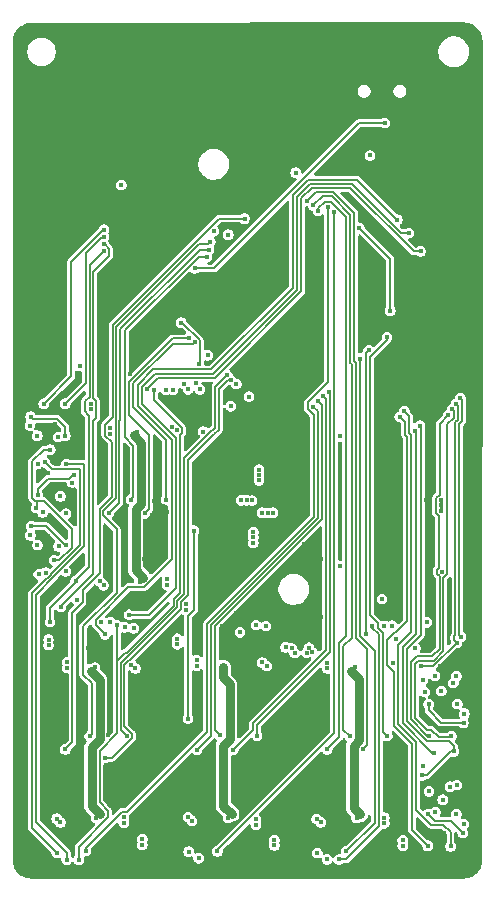
<source format=gbr>
%TF.GenerationSoftware,KiCad,Pcbnew,9.0.0*%
%TF.CreationDate,2025-03-10T21:19:58+01:00*%
%TF.ProjectId,NPulse_v4,4e50756c-7365-45f7-9634-2e6b69636164,rev?*%
%TF.SameCoordinates,Original*%
%TF.FileFunction,Copper,L4,Bot*%
%TF.FilePolarity,Positive*%
%FSLAX46Y46*%
G04 Gerber Fmt 4.6, Leading zero omitted, Abs format (unit mm)*
G04 Created by KiCad (PCBNEW 9.0.0) date 2025-03-10 21:19:58*
%MOMM*%
%LPD*%
G01*
G04 APERTURE LIST*
%TA.AperFunction,ViaPad*%
%ADD10C,0.400000*%
%TD*%
%TA.AperFunction,Conductor*%
%ADD11C,0.150000*%
%TD*%
%TA.AperFunction,Conductor*%
%ADD12C,0.800000*%
%TD*%
G04 APERTURE END LIST*
D10*
%TO.N,+3.3V*%
X189116174Y-120460825D03*
X155375000Y-106225000D03*
X169515000Y-99785000D03*
X189725000Y-111650000D03*
X181120000Y-100180000D03*
X181100000Y-111170000D03*
X182730000Y-82540000D03*
X189670000Y-121760000D03*
X167650521Y-90569479D03*
X156550000Y-101325000D03*
X177330000Y-77860000D03*
X171820000Y-97640000D03*
X169150000Y-94100000D03*
X185340000Y-89540000D03*
X162570000Y-78910000D03*
X189770000Y-130960000D03*
X156870000Y-110670000D03*
%TO.N,GND*%
X188874149Y-101524149D03*
X188345000Y-105560000D03*
X156360000Y-108650000D03*
X167030000Y-91410000D03*
X185079929Y-94082444D03*
X175630000Y-100570000D03*
X172148328Y-98514788D03*
X172530000Y-125510000D03*
X181075000Y-104500000D03*
X185670000Y-105810000D03*
X188215000Y-88525933D03*
X185220000Y-105770000D03*
X173760000Y-99860000D03*
X171110000Y-116290000D03*
X156930000Y-99150000D03*
X156960000Y-107510000D03*
X190320000Y-117600000D03*
X160890000Y-102820000D03*
X177320000Y-122620000D03*
X181075000Y-104050000D03*
X159770634Y-118140000D03*
X189530000Y-128940000D03*
X189650000Y-106020000D03*
X156290000Y-126220000D03*
X172260000Y-115150000D03*
X156980000Y-104400000D03*
X185200000Y-83240000D03*
X179460000Y-115450000D03*
X189568360Y-134128360D03*
X188990000Y-107900000D03*
X179475000Y-110566041D03*
X169670000Y-98100000D03*
X166425001Y-122736040D03*
X165320000Y-105660000D03*
X190130000Y-124855000D03*
X178031199Y-109321199D03*
X186550000Y-126680000D03*
X156585729Y-113376771D03*
X189640000Y-105600000D03*
X161479999Y-125452183D03*
X185406802Y-101343198D03*
X162840000Y-106090000D03*
X165210000Y-89590000D03*
X186320000Y-89420000D03*
X163321596Y-94878497D03*
X164520000Y-110610000D03*
X164410000Y-116000000D03*
X168028604Y-125908604D03*
X190130000Y-127890000D03*
X156800000Y-113750000D03*
X186160000Y-105750000D03*
X188889330Y-101039041D03*
X166770000Y-84030000D03*
X185030521Y-107230000D03*
X185890000Y-95850000D03*
X189410000Y-84590000D03*
X185088604Y-101661396D03*
X185980000Y-84190000D03*
X190040000Y-119600000D03*
X161020000Y-81340000D03*
X156380000Y-103310000D03*
X188990000Y-110710000D03*
X189580873Y-119640873D03*
X166420000Y-106560000D03*
X185000000Y-110720000D03*
X189520000Y-123630000D03*
X156320000Y-98170000D03*
X181075000Y-103600000D03*
X173290000Y-97750000D03*
X188900000Y-100575000D03*
X185725000Y-101025000D03*
X160830000Y-105470000D03*
X189640000Y-106490000D03*
X189917839Y-133778881D03*
X162940000Y-109490000D03*
X175120000Y-97960000D03*
X186870000Y-85650000D03*
X177560000Y-100420000D03*
%TO.N,/NRST*%
X159060000Y-94240000D03*
X169877089Y-93335163D03*
%TO.N,AD_Vbat*%
X173370000Y-96820000D03*
X184640000Y-113950000D03*
%TO.N,LED*%
X183620000Y-76410000D03*
X172303659Y-95753960D03*
%TO.N,+12V*%
X163935269Y-99794731D03*
X171175000Y-120200000D03*
X167315900Y-117790401D03*
X163610000Y-100130000D03*
X182365273Y-119734731D03*
X174950000Y-106650000D03*
X182484730Y-132515269D03*
X174470000Y-106650000D03*
X160345904Y-119760402D03*
X174230000Y-103920000D03*
X164350001Y-134300401D03*
X178750000Y-118480000D03*
X156405902Y-117870401D03*
X164125000Y-112500000D03*
X159980000Y-97424403D03*
X160430629Y-132485672D03*
X164406005Y-112149134D03*
X178460000Y-118090000D03*
X174225001Y-103460001D03*
X175525901Y-134360402D03*
X168020000Y-114410000D03*
X186400000Y-134850400D03*
X164350000Y-134760403D03*
X174225000Y-103000000D03*
X171915899Y-132170401D03*
X173740000Y-108280000D03*
X160755901Y-132160400D03*
X175525898Y-134820400D03*
X182040000Y-120060000D03*
X156405900Y-117410399D03*
X186400000Y-134390401D03*
X171200000Y-119750000D03*
X159980000Y-97884403D03*
X177010000Y-118150000D03*
X173749999Y-108739999D03*
X167315902Y-117330402D03*
X171590633Y-132495670D03*
X177239312Y-118538878D03*
X178269621Y-118500328D03*
X175410000Y-106650000D03*
X182810000Y-132190000D03*
X173750000Y-109200000D03*
X173640000Y-105620000D03*
X173175000Y-105600000D03*
X168020000Y-114864404D03*
X172714999Y-105600001D03*
X176469196Y-118055405D03*
X160020634Y-120085671D03*
%TO.N,pin4_1*%
X184835903Y-132475401D03*
X184835903Y-132945402D03*
X179110000Y-132580000D03*
X179455901Y-132870000D03*
%TO.N,pin4_5*%
X161640737Y-99484404D03*
X167260736Y-99684404D03*
X161640736Y-99954404D03*
X166900737Y-99384404D03*
%TO.N,I1*%
X182780000Y-93620000D03*
X181615902Y-135320402D03*
%TO.N,I5*%
X187900000Y-84530000D03*
X164771597Y-96186214D03*
%TO.N,pin4_2*%
X180005901Y-119835401D03*
X180005902Y-119365403D03*
X185555000Y-119370000D03*
X185836797Y-117389750D03*
%TO.N,pin4_6*%
X160728396Y-112462064D03*
X166460736Y-112294404D03*
X166457977Y-112761644D03*
X161060736Y-112794404D03*
%TO.N,I2*%
X183520000Y-92890000D03*
X183265903Y-116895401D03*
%TO.N,I6*%
X163225000Y-115300000D03*
X186930000Y-82980000D03*
%TO.N,pin4_3*%
X168227661Y-132427660D03*
X173965902Y-133075403D03*
X173965902Y-132605404D03*
X168560000Y-132760000D03*
%TO.N,pin4_7*%
X162790000Y-132420001D03*
X157085902Y-132555403D03*
X157411171Y-132880675D03*
X162790000Y-132890000D03*
%TO.N,I3*%
X170705901Y-135325401D03*
X180544999Y-81236751D03*
%TO.N,I7*%
X159550000Y-135290000D03*
X180070000Y-80810000D03*
%TO.N,pin4_4*%
X168940000Y-119140000D03*
X174875000Y-119625000D03*
X168940000Y-119609999D03*
X174515903Y-119335401D03*
%TO.N,pin4_8*%
X163755270Y-119845273D03*
X163430000Y-119520000D03*
X158000000Y-119775000D03*
X158000000Y-119325000D03*
%TO.N,I8*%
X185944412Y-81850000D03*
X161200000Y-116950000D03*
%TO.N,OUT1_1*%
X190935902Y-132165404D03*
X179995902Y-136010401D03*
%TO.N,NSLEEP*%
X172615903Y-116775400D03*
X180995903Y-136015401D03*
X170395926Y-82798438D03*
X162200000Y-116170000D03*
X183820000Y-116230000D03*
X165370000Y-96230000D03*
X158950000Y-136025000D03*
%TO.N,OUT1_2*%
X179155903Y-135455402D03*
X189155902Y-132025403D03*
%TO.N,OUT5_1*%
X155450000Y-100125000D03*
X166350796Y-96229851D03*
%TO.N,OUT5_2*%
X157223335Y-100257534D03*
X166950720Y-96239593D03*
%TO.N,OUT2_2*%
X190669744Y-121083193D03*
X185500000Y-116225000D03*
%TO.N,OUT2_1*%
X184835897Y-116225000D03*
X188080000Y-120840000D03*
%TO.N,OUT6_2*%
X160875000Y-115895401D03*
X156166846Y-111725123D03*
%TO.N,OUT6_1*%
X157856805Y-111626805D03*
X161630737Y-115914404D03*
%TO.N,OUT3_1*%
X169115902Y-135910402D03*
X188630000Y-130250000D03*
%TO.N,OUT3_2*%
X168275902Y-135355403D03*
X190400000Y-129850000D03*
%TO.N,OUT7_1*%
X157950001Y-136025001D03*
X157920000Y-102520000D03*
%TO.N,OUT7_2*%
X156100000Y-102380000D03*
X157110001Y-135470002D03*
%TO.N,OUT4_1*%
X191010000Y-122840000D03*
X173965901Y-116175402D03*
%TO.N,OUT4_2*%
X174820000Y-116260000D03*
X188263248Y-121823248D03*
%TO.N,OUT8_1*%
X155470000Y-109390000D03*
X162839867Y-116368977D03*
%TO.N,OUT8_2*%
X163610000Y-116450000D03*
X157270000Y-109510000D03*
%TO.N,ENC2_S2*%
X185080000Y-125550000D03*
X185060000Y-91800000D03*
%TO.N,ENC2_S1*%
X179237387Y-81073077D03*
X179980000Y-126700000D03*
%TO.N,ENC1_S1*%
X178823277Y-80638893D03*
X181900000Y-125550000D03*
%TO.N,ENC1_S2*%
X183050000Y-126700000D03*
X178276985Y-80239310D03*
%TO.N,ENC6_S2*%
X164570000Y-106700000D03*
X168294889Y-91895165D03*
%TO.N,ENC6_S1*%
X166370000Y-105540000D03*
X168789580Y-92239580D03*
%TO.N,ENC5_S1*%
X161500000Y-106690000D03*
X169970509Y-84392520D03*
%TO.N,ENC5_S2*%
X169810589Y-84970818D03*
X163420000Y-105540000D03*
%TO.N,ENC4_S2*%
X170930000Y-125510000D03*
X179220750Y-97219678D03*
%TO.N,ENC3_S2*%
X179655071Y-96805712D03*
X172040000Y-126720000D03*
%TO.N,ENC4_S1*%
X168990000Y-126710000D03*
X178824162Y-97669923D03*
%TO.N,ENC3_S1*%
X174070000Y-125540000D03*
X180125000Y-96425000D03*
%TO.N,ENC8_S2*%
X161200000Y-127400000D03*
X171859972Y-95428930D03*
%TO.N,ENC8_S1*%
X163020000Y-125540000D03*
X171535000Y-94985202D03*
%TO.N,ENC7_S1*%
X173000000Y-81750000D03*
X157825000Y-126700000D03*
%TO.N,ENC7_S2*%
X159898628Y-125548628D03*
X170095406Y-83700000D03*
%TO.N,MesOn*%
X188450000Y-115925000D03*
X171638363Y-83121637D03*
%TO.N,/SW_BSTD*%
X184870000Y-73660000D03*
X168775000Y-85975000D03*
%TO.N,PWM4*%
X190520000Y-125570000D03*
X190568567Y-97910940D03*
%TO.N,PWM1*%
X186535648Y-98071368D03*
X190445903Y-134895401D03*
%TO.N,DIR6*%
X161074534Y-84525003D03*
X158700000Y-112450000D03*
X156520000Y-115920000D03*
%TO.N,DIR7*%
X155490000Y-105190000D03*
X158557936Y-103470000D03*
X167850000Y-95725000D03*
%TO.N,DIR3*%
X187850000Y-99280000D03*
X188010000Y-128890000D03*
X190730000Y-126860000D03*
%TO.N,DIR4*%
X191620000Y-123670000D03*
X190218567Y-98423783D03*
X188630000Y-125520000D03*
%TO.N,PWM6*%
X161075000Y-83925000D03*
X157442500Y-114652500D03*
%TO.N,PWM8*%
X155910000Y-106620000D03*
X169225031Y-96204339D03*
%TO.N,PWM2*%
X191270000Y-96930000D03*
X191307806Y-117154896D03*
%TO.N,PWM7*%
X157400000Y-105270000D03*
X168214349Y-96201711D03*
%TO.N,PWM3*%
X187429879Y-99708369D03*
X189030000Y-126970000D03*
%TO.N,DIR1*%
X188495902Y-134845403D03*
X186144046Y-98525956D03*
X191555903Y-133005403D03*
%TO.N,PWM5*%
X161110406Y-82688687D03*
X156000737Y-97434404D03*
%TO.N,DIR2*%
X187906051Y-119654524D03*
X190918567Y-97416310D03*
X190960000Y-117660000D03*
%TO.N,DIR8*%
X168900000Y-95700000D03*
X154870000Y-108570000D03*
X157890000Y-106720000D03*
%TO.N,DIR5*%
X157825000Y-97425000D03*
X154825000Y-99275000D03*
X161110909Y-83288690D03*
%TO.N,Net-(U2-Pad10)*%
X188545901Y-132165403D03*
X191475903Y-133755402D03*
%TO.N,Net-(U3-Pad10)*%
X157825000Y-100125000D03*
X154900000Y-98520000D03*
%TO.N,Net-(U4-Pad10)*%
X187460000Y-118100000D03*
X190940000Y-120490000D03*
%TO.N,Net-(U5-Pad10)*%
X155581764Y-111858096D03*
X158810737Y-114044403D03*
%TO.N,Net-(U6-Pad10)*%
X188080000Y-128140000D03*
X191000000Y-129720000D03*
%TO.N,Net-(U7-Pad10)*%
X155480000Y-102510000D03*
X158410000Y-104100000D03*
%TO.N,Net-(U8-Pad10)*%
X191540000Y-124430000D03*
X188590000Y-122840000D03*
%TO.N,Net-(U9-Pad10)*%
X157910000Y-109390000D03*
X154950000Y-107800000D03*
%TO.N,+5V*%
X168720000Y-108170000D03*
X168220000Y-124080000D03*
%TD*%
D11*
%TO.N,+3.3V*%
X169150000Y-94100000D02*
X169215580Y-94034420D01*
X155993248Y-101325000D02*
X156550000Y-101325000D01*
X155990000Y-105665000D02*
X155450000Y-105665000D01*
X169215580Y-92063125D02*
X167721934Y-90569479D01*
X155005000Y-105376752D02*
X155005000Y-102313248D01*
X167721934Y-90569479D02*
X167650521Y-90569479D01*
X155450000Y-106150000D02*
X155450000Y-105665000D01*
X156870000Y-110670000D02*
X157330000Y-110670000D01*
X155005000Y-102313248D02*
X155993248Y-101325000D01*
X157330000Y-110670000D02*
X158385000Y-109615000D01*
X185340000Y-85150000D02*
X182730000Y-82540000D01*
X155375000Y-106225000D02*
X155450000Y-106150000D01*
X185340000Y-89540000D02*
X185340000Y-85150000D01*
X158385000Y-108060000D02*
X155990000Y-105665000D01*
X158385000Y-109615000D02*
X158385000Y-108060000D01*
X169215580Y-94034420D02*
X169215580Y-92063125D01*
X155293248Y-105665000D02*
X155005000Y-105376752D01*
X155450000Y-105665000D02*
X155293248Y-105665000D01*
D12*
%TO.N,+12V*%
X171200000Y-126371371D02*
X171730000Y-125841371D01*
X171730000Y-121155000D02*
X171175000Y-120600000D01*
X182730000Y-120724503D02*
X182045899Y-120040402D01*
X182730000Y-125888629D02*
X182730000Y-120724503D01*
X182801173Y-132205132D02*
X182230000Y-131633959D01*
X164220000Y-105908629D02*
X163770000Y-106358629D01*
X160730000Y-125848629D02*
X160730000Y-120795037D01*
X163770000Y-106358629D02*
X163770000Y-111513129D01*
X171175000Y-119775000D02*
X171200000Y-119750000D01*
X160050000Y-126528629D02*
X160730000Y-125848629D01*
X182230000Y-131633959D02*
X182230000Y-126388629D01*
X160755901Y-132160400D02*
X160050000Y-131454499D01*
X160050000Y-131454499D02*
X160050000Y-126528629D01*
X171730000Y-125841371D02*
X171730000Y-121155000D01*
X171200000Y-131454502D02*
X171200000Y-126371371D01*
X171915899Y-132170401D02*
X171200000Y-131454502D01*
X163615467Y-100109673D02*
X164220000Y-100714206D01*
X163770000Y-111513129D02*
X164406005Y-112149134D01*
X164220000Y-100714206D02*
X164220000Y-105908629D01*
X171175000Y-120600000D02*
X171175000Y-119775000D01*
X182230000Y-126388629D02*
X182730000Y-125888629D01*
X160730000Y-120795037D02*
X160020634Y-120085671D01*
D11*
%TO.N,I1*%
X181615902Y-135320402D02*
X184010903Y-132925401D01*
X184030000Y-118331250D02*
X182780000Y-117081250D01*
X184010903Y-132925401D02*
X184010903Y-125219097D01*
X184030000Y-125200000D02*
X184030000Y-118331250D01*
X184010903Y-125219097D02*
X184030000Y-125200000D01*
X182780000Y-117081250D02*
X182780000Y-93620000D01*
%TO.N,I5*%
X168703248Y-95225000D02*
X170485000Y-95225000D01*
X177801985Y-80042558D02*
X178694543Y-79150000D01*
X187308248Y-84530000D02*
X187900000Y-84530000D01*
X165688248Y-95240000D02*
X168688248Y-95240000D01*
X181928248Y-79150000D02*
X187308248Y-84530000D01*
X168688248Y-95240000D02*
X168703248Y-95225000D01*
X164771597Y-96186214D02*
X164771597Y-96156651D01*
X178694543Y-79150000D02*
X181928248Y-79150000D01*
X177801985Y-87908015D02*
X177801985Y-80042558D01*
X164771597Y-96156651D02*
X165688248Y-95240000D01*
X170485000Y-95225000D02*
X177801985Y-87908015D01*
%TO.N,I2*%
X183265903Y-93144097D02*
X183520000Y-92890000D01*
X183265903Y-116895401D02*
X183265903Y-93144097D01*
%TO.N,I6*%
X170340026Y-94875000D02*
X165411059Y-94875000D01*
X167195000Y-100350419D02*
X167195000Y-113041778D01*
X164296597Y-97452016D02*
X167195000Y-100350419D01*
X177451985Y-87763041D02*
X170340026Y-94875000D01*
X167195000Y-113041778D02*
X164936778Y-115300000D01*
X177451985Y-79897583D02*
X177451985Y-87763041D01*
X186930000Y-82980000D02*
X186253223Y-82980000D01*
X182073223Y-78800000D02*
X178549568Y-78800000D01*
X164296597Y-95989462D02*
X164296597Y-97452016D01*
X178549568Y-78800000D02*
X177451985Y-79897583D01*
X164936778Y-115300000D02*
X163225000Y-115300000D01*
X186253223Y-82980000D02*
X182073223Y-78800000D01*
X165411059Y-94875000D02*
X164296597Y-95989462D01*
%TO.N,I3*%
X170705901Y-135193653D02*
X170705901Y-135325401D01*
X180600000Y-81291752D02*
X180600000Y-125299554D01*
X180544999Y-81236751D02*
X180600000Y-81291752D01*
X180600000Y-125299554D02*
X170705901Y-135193653D01*
%TO.N,I7*%
X159550000Y-135057546D02*
X159550000Y-135290000D01*
X163025506Y-131994001D02*
X162613545Y-131994001D01*
X162613545Y-131994001D02*
X159550000Y-135057546D01*
X178349162Y-97866675D02*
X178850000Y-98367513D01*
X178349162Y-97300838D02*
X178349162Y-97866675D01*
X180070000Y-80810000D02*
X180070000Y-95580000D01*
X180070000Y-95580000D02*
X178349162Y-97300838D01*
X169800000Y-125219507D02*
X163025506Y-131994001D01*
X178850000Y-98367513D02*
X178850000Y-107050000D01*
X178850000Y-107050000D02*
X169800000Y-116100000D01*
X169800000Y-116100000D02*
X169800000Y-125219507D01*
%TO.N,I8*%
X160400000Y-116150000D02*
X161200000Y-116950000D01*
X185944412Y-81850000D02*
X185912644Y-81850000D01*
X182512644Y-78450000D02*
X178404593Y-78450000D01*
X160400000Y-115698649D02*
X160400000Y-116150000D01*
X166845000Y-100495394D02*
X166845000Y-110595437D01*
X163946597Y-97596991D02*
X166845000Y-100495394D01*
X177101985Y-79752608D02*
X177101985Y-87618067D01*
X163946597Y-95844487D02*
X163946597Y-97596991D01*
X177101985Y-87618067D02*
X170195052Y-94525000D01*
X166845000Y-110595437D02*
X164514437Y-112926000D01*
X185912644Y-81850000D02*
X182512644Y-78450000D01*
X164514437Y-112926000D02*
X163172649Y-112926000D01*
X165266084Y-94525000D02*
X163946597Y-95844487D01*
X163172649Y-112926000D02*
X160400000Y-115698649D01*
X178404593Y-78450000D02*
X177101985Y-79752608D01*
X170195052Y-94525000D02*
X165266084Y-94525000D01*
%TO.N,NSLEEP*%
X161430901Y-131880806D02*
X160725000Y-131174905D01*
X181592655Y-136015401D02*
X184413403Y-133194653D01*
X162200000Y-125333223D02*
X162200000Y-119210000D01*
X158950000Y-136025000D02*
X158950000Y-134920895D01*
X158950000Y-134920895D02*
X161430901Y-132439994D01*
X184380000Y-116955392D02*
X183820000Y-116395392D01*
X167735736Y-99881156D02*
X167545000Y-100071892D01*
X167545000Y-100071892D02*
X167545000Y-113431189D01*
X166992000Y-113984189D02*
X166992000Y-114526644D01*
X180995903Y-136015401D02*
X181592655Y-136015401D01*
X184380000Y-125344975D02*
X184380000Y-116955392D01*
X183820000Y-116395392D02*
X183820000Y-116230000D01*
X165370000Y-96230000D02*
X165370000Y-97121916D01*
X184413403Y-133194653D02*
X184360903Y-133142154D01*
X167735736Y-99487652D02*
X167735736Y-99881156D01*
X184360903Y-125364072D02*
X184380000Y-125344975D01*
X161430901Y-132439994D02*
X161430901Y-131880806D01*
X167545000Y-113431189D02*
X166992000Y-113984189D01*
X165370000Y-97121916D02*
X167735736Y-99487652D01*
X160725000Y-131174905D02*
X160725000Y-126808223D01*
X166992000Y-114526644D02*
X163026644Y-118492000D01*
X162918000Y-118492000D02*
X162200000Y-119210000D01*
X184360903Y-133142154D02*
X184360903Y-125364072D01*
X162200000Y-119210000D02*
X162200000Y-116170000D01*
X160725000Y-126808223D02*
X162200000Y-125333223D01*
X163026644Y-118492000D02*
X162918000Y-118492000D01*
%TO.N,OUT7_1*%
X157920000Y-102520000D02*
X159450000Y-102520000D01*
X159450000Y-102520000D02*
X159450000Y-109432569D01*
X156893846Y-112026256D02*
X155330000Y-113590102D01*
X159450000Y-109432569D02*
X156893846Y-111988723D01*
X155330000Y-113590102D02*
X155330000Y-132805918D01*
X157950001Y-135425919D02*
X157950001Y-136025001D01*
X155330000Y-132805918D02*
X157950001Y-135425919D01*
X156893846Y-111988723D02*
X156893846Y-112026256D01*
%TO.N,OUT7_2*%
X156592846Y-111901578D02*
X156592846Y-111864045D01*
X154980000Y-133340001D02*
X154980000Y-113476891D01*
X157110001Y-135470002D02*
X154980000Y-133340001D01*
X159100000Y-102995000D02*
X156715000Y-102995000D01*
X156715000Y-102995000D02*
X156100000Y-102380000D01*
X156592846Y-111864045D02*
X159100000Y-109356891D01*
X159100000Y-109356891D02*
X159100000Y-102995000D01*
X156305768Y-112151123D02*
X156343301Y-112151123D01*
X154980000Y-113476891D02*
X156305768Y-112151123D01*
X156343301Y-112151123D02*
X156592846Y-111901578D01*
%TO.N,ENC2_S2*%
X184295000Y-116375418D02*
X184295000Y-116033248D01*
X184730000Y-125200000D02*
X184730000Y-116810418D01*
X184730000Y-116810418D02*
X184295000Y-116375418D01*
X183615903Y-93465849D02*
X185060000Y-92021752D01*
X185080000Y-125550000D02*
X184730000Y-125200000D01*
X183615903Y-115354151D02*
X183615903Y-93465849D01*
X184295000Y-116033248D02*
X183615903Y-115354151D01*
X185060000Y-92021752D02*
X185060000Y-91800000D01*
%TO.N,ENC2_S1*%
X179237387Y-80892613D02*
X179795000Y-80335000D01*
X179795000Y-80335000D02*
X180315000Y-80335000D01*
X181605000Y-81625000D02*
X181605000Y-117085000D01*
X181020899Y-125659101D02*
X179980000Y-126700000D01*
X179237387Y-81073077D02*
X179237387Y-80892613D01*
X181020899Y-117669101D02*
X181020899Y-125659101D01*
X180315000Y-80335000D02*
X181605000Y-81625000D01*
X181605000Y-117085000D02*
X181020899Y-117669101D01*
%TO.N,ENC1_S1*%
X181955000Y-81439974D02*
X180365026Y-79850000D01*
X181370899Y-117939101D02*
X182080000Y-117230000D01*
X181900000Y-125550000D02*
X181370899Y-125020899D01*
X180365026Y-79850000D02*
X179612170Y-79850000D01*
X179612170Y-79850000D02*
X178823277Y-80638893D01*
X181955000Y-93961727D02*
X181955000Y-81439974D01*
X182080000Y-117230000D02*
X182080000Y-94086727D01*
X182080000Y-94086727D02*
X181955000Y-93961727D01*
X181370899Y-125020899D02*
X181370899Y-117939101D01*
%TO.N,ENC1_S2*%
X183050000Y-126700000D02*
X183405000Y-126345000D01*
X183405000Y-118201225D02*
X182430000Y-117226225D01*
X182430000Y-117226225D02*
X182430000Y-93941752D01*
X182430000Y-93941752D02*
X182305000Y-93816752D01*
X179016295Y-79500000D02*
X178276985Y-80239310D01*
X183405000Y-126345000D02*
X183405000Y-118201225D01*
X182305000Y-81295000D02*
X180510000Y-79500000D01*
X180510000Y-79500000D02*
X179016295Y-79500000D01*
X182305000Y-93816752D02*
X182305000Y-81295000D01*
%TO.N,ENC6_S2*%
X163246597Y-95554537D02*
X163246597Y-98408513D01*
X163246597Y-98408513D02*
X164895000Y-100056916D01*
X164895000Y-106375000D02*
X164570000Y-106700000D01*
X168294889Y-91895165D02*
X166905969Y-91895165D01*
X166905969Y-91895165D02*
X163246597Y-95554537D01*
X164895000Y-100056916D02*
X164895000Y-106375000D01*
%TO.N,ENC6_S1*%
X166370000Y-100515369D02*
X163596597Y-97741966D01*
X163596597Y-95699512D02*
X166925944Y-92370165D01*
X168658995Y-92370165D02*
X168789580Y-92239580D01*
X166370000Y-105540000D02*
X166370000Y-100515369D01*
X166925944Y-92370165D02*
X168658995Y-92370165D01*
X163596597Y-97741966D02*
X163596597Y-95699512D01*
%TO.N,ENC5_S1*%
X162391000Y-105799000D02*
X162391000Y-98885356D01*
X161500000Y-106690000D02*
X162391000Y-105799000D01*
X169190753Y-84392520D02*
X169970509Y-84392520D01*
X162391000Y-98885356D02*
X162448597Y-98827759D01*
X162448597Y-98827759D02*
X162448597Y-91134676D01*
X162448597Y-91134676D02*
X169190753Y-84392520D01*
%TO.N,ENC5_S2*%
X169107430Y-84970818D02*
X169810589Y-84970818D01*
X163594000Y-105366000D02*
X163594000Y-100973504D01*
X163420000Y-105540000D02*
X163594000Y-105366000D01*
X162895596Y-91182652D02*
X169107430Y-84970818D01*
X162895596Y-100275100D02*
X162895596Y-91182652D01*
X163594000Y-100973504D02*
X162895596Y-100275100D01*
%TO.N,ENC4_S2*%
X170500000Y-125080000D02*
X170500000Y-116251356D01*
X179550000Y-97548928D02*
X179220750Y-97219678D01*
X170500000Y-116251356D02*
X179550000Y-107201356D01*
X179550000Y-107201356D02*
X179550000Y-97548928D01*
X170930000Y-125510000D02*
X170500000Y-125080000D01*
%TO.N,ENC3_S2*%
X173720000Y-125040000D02*
X173720000Y-124485026D01*
X173720000Y-124485026D02*
X179900000Y-118305026D01*
X179900000Y-97050641D02*
X179655071Y-96805712D01*
X172040000Y-126720000D02*
X173720000Y-125040000D01*
X179900000Y-118305026D02*
X179900000Y-97050641D01*
%TO.N,ENC4_S1*%
X179200000Y-98045761D02*
X178824162Y-97669923D01*
X179200000Y-107125678D02*
X179200000Y-98045761D01*
X170150000Y-125550000D02*
X170150000Y-116175678D01*
X168990000Y-126710000D02*
X170150000Y-125550000D01*
X170150000Y-116175678D02*
X179200000Y-107125678D01*
%TO.N,ENC3_S1*%
X174070000Y-124630000D02*
X180250000Y-118450000D01*
X180250000Y-118450000D02*
X180250000Y-96550000D01*
X180250000Y-96550000D02*
X180125000Y-96425000D01*
X174070000Y-125540000D02*
X174070000Y-124630000D01*
%TO.N,ENC8_S2*%
X171859972Y-95428930D02*
X171581071Y-95428929D01*
X163276000Y-119094000D02*
X163253545Y-119094000D01*
X170441727Y-100025000D02*
X170429974Y-100025000D01*
X161780000Y-127400000D02*
X161200000Y-127400000D01*
X170429974Y-100025000D02*
X168245000Y-102209974D01*
X163446000Y-125734000D02*
X161780000Y-127400000D01*
X170831000Y-96179000D02*
X170831000Y-99635727D01*
X167594000Y-114233545D02*
X167594000Y-114776000D01*
X168245000Y-102209974D02*
X168245000Y-113582545D01*
X168245000Y-113582545D02*
X167594000Y-114233545D01*
X162802000Y-124719545D02*
X163446000Y-125363545D01*
X163446000Y-125363545D02*
X163446000Y-125734000D01*
X163253545Y-119094000D02*
X162802000Y-119545545D01*
X170831000Y-99635727D02*
X170441727Y-100025000D01*
X167594000Y-114776000D02*
X163276000Y-119094000D01*
X162802000Y-119545545D02*
X162802000Y-124719545D01*
X171581071Y-95428929D02*
X170831000Y-96179000D01*
%TO.N,ENC8_S1*%
X170530000Y-95990202D02*
X170530000Y-99441752D01*
X167293000Y-114108867D02*
X167293000Y-114651322D01*
X170285000Y-99675000D02*
X167895000Y-102065000D01*
X162501000Y-125021000D02*
X163020000Y-125540000D01*
X170530000Y-99441752D02*
X170296752Y-99675000D01*
X162501000Y-119420867D02*
X162501000Y-125021000D01*
X171535000Y-94985202D02*
X170530000Y-95990202D01*
X163151322Y-118793000D02*
X163128867Y-118793000D01*
X170296752Y-99675000D02*
X170285000Y-99675000D01*
X167293000Y-114651322D02*
X163151322Y-118793000D01*
X163128867Y-118793000D02*
X162501000Y-119420867D01*
X167895000Y-102065000D02*
X167895000Y-113506867D01*
X167895000Y-113506867D02*
X167293000Y-114108867D01*
%TO.N,ENC7_S1*%
X160724000Y-111794708D02*
X160724000Y-106368570D01*
X161214736Y-99210264D02*
X161846597Y-98578403D01*
X159285737Y-114241155D02*
X159285737Y-113232971D01*
X159285737Y-113232971D02*
X160724000Y-111794708D01*
X158426000Y-126099000D02*
X158426000Y-119148545D01*
X161846597Y-98578403D02*
X161846597Y-90746726D01*
X158426000Y-119148545D02*
X158420000Y-119142545D01*
X158420000Y-119142545D02*
X158420000Y-115106892D01*
X157825000Y-126700000D02*
X158426000Y-126099000D01*
X161770000Y-100686123D02*
X161214736Y-100130859D01*
X170843323Y-81750000D02*
X173000000Y-81750000D01*
X160724000Y-106368570D02*
X161770000Y-105322570D01*
X161846597Y-90746726D02*
X170843323Y-81750000D01*
X161770000Y-105322570D02*
X161770000Y-100686123D01*
X161214736Y-100130859D02*
X161214736Y-99210264D01*
X158420000Y-115106892D02*
X159285737Y-114241155D01*
%TO.N,ENC7_S2*%
X161025000Y-106886752D02*
X162175000Y-108036752D01*
X161025000Y-106493248D02*
X161025000Y-106886752D01*
X162175000Y-113428675D02*
X159345634Y-116258041D01*
X160055000Y-125392256D02*
X159898628Y-125548628D01*
X162090000Y-98760678D02*
X162090000Y-105428248D01*
X159345634Y-116258041D02*
X159345634Y-120365265D01*
X162147597Y-98703081D02*
X162090000Y-98760678D01*
X169170778Y-83917520D02*
X162147597Y-90940701D01*
X162175000Y-108036752D02*
X162175000Y-113428675D01*
X160055000Y-121074631D02*
X160055000Y-125392256D01*
X169877886Y-83917520D02*
X169170778Y-83917520D01*
X170095406Y-83700000D02*
X169877886Y-83917520D01*
X162147597Y-90940701D02*
X162147597Y-98703081D01*
X162090000Y-105428248D02*
X161025000Y-106493248D01*
X159345634Y-120365265D02*
X160055000Y-121074631D01*
%TO.N,/SW_BSTD*%
X184870000Y-73660000D02*
X182699619Y-73660000D01*
X170384619Y-85975000D02*
X168775000Y-85975000D01*
X182699619Y-73660000D02*
X170384619Y-85975000D01*
%TO.N,PWM4*%
X190693567Y-98035940D02*
X190693567Y-98620535D01*
X189821000Y-118374026D02*
X189015502Y-119179524D01*
X190568567Y-97910940D02*
X190693567Y-98035940D01*
X187430000Y-124001804D02*
X188473196Y-125045000D01*
X188473196Y-125045000D02*
X188826752Y-125045000D01*
X189015502Y-119179524D02*
X187709299Y-119179524D01*
X190151000Y-99163102D02*
X190151000Y-111826455D01*
X190151000Y-111826455D02*
X189821000Y-112156455D01*
X190693567Y-98620535D02*
X190151000Y-99163102D01*
X187430000Y-119458823D02*
X187430000Y-124001804D01*
X190445000Y-125645000D02*
X190520000Y-125570000D01*
X189821000Y-112156455D02*
X189821000Y-118374026D01*
X189426752Y-125645000D02*
X190445000Y-125645000D01*
X187709299Y-119179524D02*
X187430000Y-119458823D01*
X188826752Y-125045000D02*
X189426752Y-125645000D01*
%TO.N,PWM1*%
X187535000Y-131826254D02*
X187535000Y-126086702D01*
X186535648Y-98071368D02*
X186954879Y-98490599D01*
X187130613Y-116767686D02*
X186030000Y-117868299D01*
X189821000Y-133081000D02*
X188789746Y-133081000D01*
X187535000Y-126086702D02*
X186030000Y-124581702D01*
X186030000Y-124581702D02*
X186030000Y-120721253D01*
X190445903Y-134895401D02*
X190445903Y-133705903D01*
X190445903Y-133705903D02*
X189821000Y-133081000D01*
X186954879Y-99905121D02*
X187130613Y-100080855D01*
X186954879Y-98490599D02*
X186954879Y-99905121D01*
X187130613Y-100080855D02*
X187130613Y-116767686D01*
X186030000Y-117868299D02*
X186030000Y-120720000D01*
X188789746Y-133081000D02*
X187535000Y-131826254D01*
%TO.N,DIR6*%
X159875000Y-96818387D02*
X159875000Y-85724537D01*
X159875000Y-85724537D02*
X161074534Y-84525003D01*
X159800000Y-111285140D02*
X159800000Y-98359403D01*
X158700000Y-112510000D02*
X158700000Y-112450000D01*
X159743984Y-98359403D02*
X159465736Y-98081155D01*
X159465736Y-97227651D02*
X159875000Y-96818387D01*
X159465736Y-98081155D02*
X159465736Y-97227651D01*
X158700000Y-112450000D02*
X158700000Y-112385140D01*
X156520000Y-115920000D02*
X156520000Y-114690000D01*
X159800000Y-98359403D02*
X159743984Y-98359403D01*
X158700000Y-112385140D02*
X159800000Y-111285140D01*
X156520000Y-114690000D02*
X158700000Y-112510000D01*
%TO.N,DIR7*%
X158437545Y-103470000D02*
X158147545Y-103760000D01*
X155490000Y-104640000D02*
X155490000Y-105190000D01*
X156370000Y-103760000D02*
X155490000Y-104640000D01*
X158557936Y-103470000D02*
X158437545Y-103470000D01*
X158147545Y-103760000D02*
X156370000Y-103760000D01*
%TO.N,DIR3*%
X190730000Y-126440000D02*
X190285000Y-125995000D01*
X188440000Y-128890000D02*
X188010000Y-128890000D01*
X186730000Y-124291752D02*
X186730000Y-118158248D01*
X187920000Y-99350000D02*
X187850000Y-99280000D01*
X190285000Y-125995000D02*
X188433248Y-125995000D01*
X188433248Y-125995000D02*
X186730000Y-124291752D01*
X190730000Y-126860000D02*
X190730000Y-126440000D01*
X190470000Y-126860000D02*
X188440000Y-128890000D01*
X186730000Y-118158248D02*
X187920000Y-116968248D01*
X187920000Y-116968248D02*
X187920000Y-99350000D01*
X190730000Y-126860000D02*
X190470000Y-126860000D01*
%TO.N,DIR4*%
X189520000Y-99122350D02*
X190218567Y-98423783D01*
X189463545Y-106916000D02*
X189214000Y-106666455D01*
X189520000Y-118180052D02*
X189520000Y-112047455D01*
X189520000Y-112047455D02*
X189299000Y-111826455D01*
X187080000Y-124146778D02*
X187080000Y-119313848D01*
X189520000Y-105117545D02*
X189520000Y-99122350D01*
X189299000Y-111473545D02*
X189463545Y-111309000D01*
X187080000Y-119313848D02*
X187564324Y-118829524D01*
X188630000Y-125520000D02*
X188453222Y-125520000D01*
X188870528Y-118829524D02*
X189520000Y-118180052D01*
X189214000Y-105423545D02*
X189520000Y-105117545D01*
X189214000Y-106666455D02*
X189214000Y-105423545D01*
X189463545Y-111309000D02*
X189463545Y-106916000D01*
X189299000Y-111826455D02*
X189299000Y-111473545D01*
X188453222Y-125520000D02*
X187080000Y-124146778D01*
X187564324Y-118829524D02*
X188870528Y-118829524D01*
%TO.N,PWM6*%
X161146283Y-83925000D02*
X161075000Y-83925000D01*
X160406000Y-98644000D02*
X160406000Y-97173065D01*
X160150000Y-111805140D02*
X160150000Y-98900000D01*
X160406000Y-97173065D02*
X160176000Y-96943065D01*
X157442500Y-114512640D02*
X160150000Y-111805140D01*
X157442500Y-114652500D02*
X157442500Y-114512640D01*
X160176000Y-86274000D02*
X161550000Y-84900000D01*
X160150000Y-98900000D02*
X160406000Y-98644000D01*
X160176000Y-96943065D02*
X160176000Y-86274000D01*
X161550000Y-84328717D02*
X161146283Y-83925000D01*
X161550000Y-84900000D02*
X161550000Y-84328717D01*
%TO.N,PWM2*%
X191200000Y-117047090D02*
X191200000Y-99104052D01*
X191307806Y-117154896D02*
X191200000Y-117047090D01*
X191393567Y-98910484D02*
X191393567Y-97053567D01*
X191393567Y-97053567D02*
X191270000Y-96930000D01*
X191200000Y-99104052D02*
X191393567Y-98910484D01*
%TO.N,PWM3*%
X187480613Y-99759103D02*
X187429879Y-99708369D01*
X186380000Y-124436727D02*
X186380000Y-118013274D01*
X189030000Y-126970000D02*
X188913273Y-126970000D01*
X188913273Y-126970000D02*
X186380000Y-124436727D01*
X187480613Y-116912661D02*
X187480613Y-99759103D01*
X186380000Y-118013274D02*
X187480613Y-116912661D01*
%TO.N,DIR1*%
X186780613Y-115811139D02*
X185816752Y-116775000D01*
X187185000Y-126231677D02*
X187185000Y-133534501D01*
X185779795Y-116775000D02*
X185080000Y-117474795D01*
X185680000Y-124726677D02*
X187185000Y-126231677D01*
X186780613Y-100225830D02*
X186780613Y-115811139D01*
X187185000Y-133534501D02*
X188495902Y-134845403D01*
X185816752Y-116775000D02*
X185779795Y-116775000D01*
X185680000Y-120166752D02*
X185680000Y-124726677D01*
X186144046Y-98525956D02*
X186604879Y-98986789D01*
X186604879Y-100050096D02*
X186780613Y-100225830D01*
X186604879Y-98986789D02*
X186604879Y-100050096D01*
X185080000Y-119566752D02*
X185680000Y-120166752D01*
X185080000Y-117474795D02*
X185080000Y-119566752D01*
%TO.N,PWM5*%
X158330000Y-85397847D02*
X161039160Y-82688687D01*
X156000737Y-97434404D02*
X158330000Y-95105141D01*
X158330000Y-95105141D02*
X158330000Y-85397847D01*
X161039160Y-82688687D02*
X161110406Y-82688687D01*
%TO.N,DIR2*%
X188966180Y-119654524D02*
X187906051Y-119654524D01*
X190960000Y-117660000D02*
X190960000Y-117660704D01*
X190960000Y-117660000D02*
X190745000Y-117445000D01*
X190960000Y-117660704D02*
X188966180Y-119654524D01*
X191043567Y-98765510D02*
X191043567Y-97541310D01*
X190850000Y-117028250D02*
X190850000Y-98959077D01*
X190850000Y-98959077D02*
X191043567Y-98765510D01*
X190745000Y-117133250D02*
X190850000Y-117028250D01*
X191043567Y-97541310D02*
X190918567Y-97416310D01*
X190745000Y-117445000D02*
X190745000Y-117133250D01*
%TO.N,DIR5*%
X157825000Y-97425000D02*
X159574000Y-95676000D01*
X159574000Y-95676000D02*
X159574000Y-84648821D01*
X160934131Y-83288690D02*
X161110909Y-83288690D01*
X159574000Y-84648821D02*
X160934131Y-83288690D01*
%TO.N,Net-(U2-Pad10)*%
X190500501Y-132780000D02*
X189160498Y-132780000D01*
X189160498Y-132780000D02*
X188545901Y-132165403D01*
X191475903Y-133755402D02*
X190500501Y-132780000D01*
%TO.N,Net-(U3-Pad10)*%
X157100000Y-98700000D02*
X157825000Y-99425000D01*
X154900000Y-98520000D02*
X155080000Y-98700000D01*
X157825000Y-99425000D02*
X157825000Y-100125000D01*
X155080000Y-98700000D02*
X157100000Y-98700000D01*
%TO.N,Net-(U8-Pad10)*%
X188590000Y-123390000D02*
X189630000Y-124430000D01*
X188590000Y-122840000D02*
X188590000Y-123390000D01*
X189630000Y-124430000D02*
X191540000Y-124430000D01*
%TO.N,Net-(U9-Pad10)*%
X154950000Y-107800000D02*
X156200000Y-107800000D01*
X157790000Y-109390000D02*
X157910000Y-109390000D01*
X156200000Y-107800000D02*
X157790000Y-109390000D01*
%TO.N,+5V*%
X168720000Y-114866893D02*
X168720000Y-108170000D01*
X168220000Y-115366893D02*
X168720000Y-114866893D01*
X168220000Y-124080000D02*
X168220000Y-115366893D01*
%TD*%
%TA.AperFunction,Conductor*%
%TO.N,GND*%
G36*
X161254703Y-107577227D02*
G01*
X161261181Y-107583259D01*
X161813181Y-108135259D01*
X161846666Y-108196582D01*
X161849500Y-108222940D01*
X161849500Y-113242486D01*
X161829815Y-113309525D01*
X161813181Y-113330167D01*
X159085171Y-116058176D01*
X159085167Y-116058182D01*
X159042316Y-116132401D01*
X159042316Y-116132402D01*
X159026119Y-116192853D01*
X159025111Y-116196615D01*
X159020134Y-116215187D01*
X159020134Y-120408117D01*
X159042316Y-120490905D01*
X159042695Y-120491561D01*
X159085169Y-120565127D01*
X159085171Y-120565129D01*
X159693181Y-121173139D01*
X159726666Y-121234462D01*
X159729500Y-121260820D01*
X159729500Y-125054491D01*
X159709815Y-125121530D01*
X159667500Y-125161878D01*
X159622018Y-125188137D01*
X159622012Y-125188141D01*
X159538141Y-125272012D01*
X159538139Y-125272015D01*
X159483812Y-125366112D01*
X159478829Y-125374742D01*
X159448128Y-125489319D01*
X159448128Y-125607937D01*
X159478829Y-125722514D01*
X159538139Y-125825241D01*
X159538141Y-125825243D01*
X159598109Y-125885211D01*
X159599083Y-125886996D01*
X159600839Y-125888028D01*
X159615756Y-125917529D01*
X159631594Y-125946534D01*
X159631448Y-125948564D01*
X159632367Y-125950380D01*
X159628968Y-125983252D01*
X159626610Y-126016226D01*
X159625324Y-126018494D01*
X159625181Y-126019879D01*
X159620848Y-126026392D01*
X159607295Y-126050305D01*
X159602986Y-126055695D01*
X159544723Y-126113960D01*
X159487979Y-126198885D01*
X159485050Y-126203268D01*
X159485040Y-126203281D01*
X159473539Y-126220494D01*
X159473533Y-126220504D01*
X159424499Y-126338884D01*
X159424497Y-126338890D01*
X159399500Y-126464557D01*
X159399500Y-126464560D01*
X159399500Y-131518568D01*
X159399500Y-131518570D01*
X159399499Y-131518570D01*
X159416813Y-131605604D01*
X159420948Y-131626392D01*
X159424499Y-131644243D01*
X159473535Y-131762626D01*
X159541860Y-131864883D01*
X159544726Y-131869172D01*
X159544727Y-131869173D01*
X159955243Y-132279688D01*
X159988728Y-132341011D01*
X159987337Y-132399461D01*
X159980129Y-132426361D01*
X159980129Y-132426363D01*
X159980129Y-132544981D01*
X160010830Y-132659558D01*
X160070140Y-132762285D01*
X160154016Y-132846161D01*
X160235858Y-132893413D01*
X160256743Y-132905471D01*
X160260896Y-132907191D01*
X160315303Y-132951028D01*
X160337372Y-133017321D01*
X160320097Y-133085022D01*
X160301132Y-133109436D01*
X158689537Y-134721030D01*
X158689535Y-134721033D01*
X158646682Y-134795256D01*
X158644729Y-134802546D01*
X158644728Y-134802549D01*
X158624500Y-134878042D01*
X158624500Y-135662036D01*
X158605352Y-135728233D01*
X158597965Y-135739932D01*
X158589511Y-135748387D01*
X158556172Y-135806129D01*
X158554852Y-135808222D01*
X158530403Y-135829754D01*
X158506818Y-135852242D01*
X158504323Y-135852722D01*
X158502418Y-135854401D01*
X158470204Y-135859297D01*
X158438211Y-135865463D01*
X158435853Y-135864519D01*
X158433342Y-135864901D01*
X158403587Y-135851601D01*
X158373347Y-135839494D01*
X158371352Y-135837192D01*
X158369555Y-135836389D01*
X158366162Y-135831202D01*
X158342614Y-135804026D01*
X158310494Y-135748394D01*
X158310491Y-135748391D01*
X158310490Y-135748388D01*
X158310487Y-135748385D01*
X158305543Y-135741942D01*
X158306974Y-135740843D01*
X158278335Y-135688395D01*
X158275501Y-135662037D01*
X158275501Y-135383069D01*
X158275501Y-135383066D01*
X158265131Y-135344363D01*
X158253319Y-135300280D01*
X158210466Y-135226057D01*
X155691819Y-132707410D01*
X155677115Y-132680482D01*
X155660523Y-132654664D01*
X155659631Y-132648463D01*
X155658334Y-132646087D01*
X155655500Y-132619729D01*
X155655500Y-132496094D01*
X156635402Y-132496094D01*
X156635402Y-132614712D01*
X156666103Y-132729289D01*
X156725413Y-132832016D01*
X156809289Y-132915892D01*
X156912016Y-132975202D01*
X156912017Y-132975202D01*
X156912020Y-132975204D01*
X156919525Y-132978313D01*
X156918294Y-132981284D01*
X156965063Y-133009755D01*
X156985963Y-133048009D01*
X156988264Y-133047057D01*
X156991371Y-133054560D01*
X156999077Y-133067906D01*
X157050682Y-133157288D01*
X157134558Y-133241164D01*
X157237285Y-133300474D01*
X157351862Y-133331175D01*
X157351865Y-133331175D01*
X157470477Y-133331175D01*
X157470480Y-133331175D01*
X157585057Y-133300474D01*
X157687784Y-133241164D01*
X157771660Y-133157288D01*
X157830970Y-133054561D01*
X157861671Y-132939984D01*
X157861671Y-132821366D01*
X157830970Y-132706789D01*
X157771660Y-132604062D01*
X157687784Y-132520186D01*
X157624042Y-132483384D01*
X157585056Y-132460875D01*
X157577553Y-132457768D01*
X157578779Y-132454806D01*
X157531966Y-132426274D01*
X157511119Y-132388070D01*
X157508812Y-132389026D01*
X157505703Y-132381521D01*
X157505700Y-132381515D01*
X157446391Y-132278790D01*
X157362515Y-132194914D01*
X157259788Y-132135604D01*
X157145211Y-132104903D01*
X157026593Y-132104903D01*
X156912016Y-132135604D01*
X156912014Y-132135604D01*
X156912014Y-132135605D01*
X156809289Y-132194914D01*
X156809286Y-132194916D01*
X156725415Y-132278787D01*
X156725413Y-132278790D01*
X156667668Y-132378807D01*
X156666103Y-132381517D01*
X156635402Y-132496094D01*
X155655500Y-132496094D01*
X155655500Y-117351090D01*
X155955400Y-117351090D01*
X155955400Y-117469708D01*
X155979701Y-117560399D01*
X155986102Y-117584289D01*
X155989213Y-117591799D01*
X155986260Y-117593021D01*
X155999172Y-117646370D01*
X155986934Y-117688060D01*
X155989214Y-117689005D01*
X155986103Y-117696513D01*
X155976653Y-117731783D01*
X155955402Y-117811092D01*
X155955402Y-117929710D01*
X155986103Y-118044287D01*
X156045413Y-118147014D01*
X156129289Y-118230890D01*
X156232016Y-118290200D01*
X156346593Y-118320901D01*
X156346596Y-118320901D01*
X156465208Y-118320901D01*
X156465211Y-118320901D01*
X156579788Y-118290200D01*
X156682515Y-118230890D01*
X156766391Y-118147014D01*
X156825701Y-118044287D01*
X156856402Y-117929710D01*
X156856402Y-117811092D01*
X156825701Y-117696515D01*
X156825696Y-117696507D01*
X156822591Y-117689008D01*
X156825552Y-117687781D01*
X156812624Y-117634511D01*
X156824899Y-117592749D01*
X156822589Y-117591793D01*
X156825698Y-117584286D01*
X156825699Y-117584285D01*
X156856400Y-117469708D01*
X156856400Y-117351090D01*
X156825699Y-117236513D01*
X156766389Y-117133786D01*
X156682513Y-117049910D01*
X156579786Y-116990600D01*
X156465209Y-116959899D01*
X156346591Y-116959899D01*
X156232014Y-116990600D01*
X156232012Y-116990600D01*
X156232012Y-116990601D01*
X156129287Y-117049910D01*
X156129284Y-117049912D01*
X156045413Y-117133783D01*
X156045411Y-117133786D01*
X155986101Y-117236513D01*
X155955400Y-117351090D01*
X155655500Y-117351090D01*
X155655500Y-113776291D01*
X155675185Y-113709252D01*
X155691819Y-113688610D01*
X156420803Y-112959626D01*
X157154311Y-112226118D01*
X157197164Y-112151895D01*
X157197165Y-112151890D01*
X157197420Y-112151449D01*
X157217123Y-112125771D01*
X157380217Y-111962677D01*
X157441538Y-111929194D01*
X157511230Y-111934178D01*
X157555577Y-111962679D01*
X157580192Y-111987294D01*
X157682919Y-112046604D01*
X157797496Y-112077305D01*
X157797499Y-112077305D01*
X157916111Y-112077305D01*
X157916114Y-112077305D01*
X158030691Y-112046604D01*
X158133418Y-111987294D01*
X158217294Y-111903418D01*
X158276604Y-111800691D01*
X158307305Y-111686114D01*
X158307305Y-111567496D01*
X158276604Y-111452919D01*
X158217294Y-111350192D01*
X158192679Y-111325577D01*
X158159194Y-111264254D01*
X158164178Y-111194562D01*
X158192677Y-111150217D01*
X159262819Y-110080076D01*
X159324142Y-110046591D01*
X159393834Y-110051575D01*
X159449767Y-110093447D01*
X159474184Y-110158911D01*
X159474500Y-110167757D01*
X159474500Y-111098950D01*
X159454815Y-111165989D01*
X159438181Y-111186631D01*
X158643177Y-111981634D01*
X158587591Y-112013727D01*
X158526117Y-112030199D01*
X158526114Y-112030200D01*
X158423387Y-112089511D01*
X158423384Y-112089513D01*
X158339513Y-112173384D01*
X158339511Y-112173387D01*
X158303884Y-112235095D01*
X158280201Y-112276114D01*
X158249500Y-112390691D01*
X158249500Y-112390693D01*
X158249500Y-112448811D01*
X158229815Y-112515850D01*
X158213181Y-112536492D01*
X156259537Y-114490135D01*
X156259533Y-114490141D01*
X156216681Y-114564362D01*
X156216680Y-114564362D01*
X156204864Y-114608467D01*
X156204864Y-114608468D01*
X156194500Y-114647146D01*
X156194500Y-115557036D01*
X156174815Y-115624075D01*
X156164451Y-115636935D01*
X156164458Y-115636941D01*
X156159511Y-115643387D01*
X156101292Y-115744225D01*
X156100201Y-115746114D01*
X156069500Y-115860691D01*
X156069500Y-115979309D01*
X156100201Y-116093886D01*
X156159511Y-116196613D01*
X156243387Y-116280489D01*
X156346114Y-116339799D01*
X156460691Y-116370500D01*
X156460694Y-116370500D01*
X156579306Y-116370500D01*
X156579309Y-116370500D01*
X156693886Y-116339799D01*
X156796613Y-116280489D01*
X156880489Y-116196613D01*
X156939799Y-116093886D01*
X156970500Y-115979309D01*
X156970500Y-115860691D01*
X156939799Y-115746114D01*
X156880489Y-115643387D01*
X156880484Y-115643382D01*
X156875542Y-115636941D01*
X156876973Y-115635842D01*
X156848334Y-115583394D01*
X156845500Y-115557036D01*
X156845500Y-114982238D01*
X156865185Y-114915199D01*
X156917989Y-114869444D01*
X156987147Y-114859500D01*
X157050703Y-114888525D01*
X157076886Y-114920237D01*
X157082011Y-114929113D01*
X157165887Y-115012989D01*
X157268614Y-115072299D01*
X157383191Y-115103000D01*
X157383194Y-115103000D01*
X157501806Y-115103000D01*
X157501809Y-115103000D01*
X157616386Y-115072299D01*
X157719113Y-115012989D01*
X157802989Y-114929113D01*
X157862299Y-114826386D01*
X157893000Y-114711809D01*
X157893000Y-114593191D01*
X157892998Y-114593185D01*
X157892754Y-114591330D01*
X157893000Y-114589751D01*
X157893000Y-114585064D01*
X157893731Y-114585064D01*
X157903514Y-114522294D01*
X157928008Y-114487457D01*
X158205749Y-114209717D01*
X158221216Y-114201271D01*
X158233638Y-114188767D01*
X158251244Y-114184874D01*
X158267071Y-114176233D01*
X158284650Y-114177490D01*
X158301860Y-114173686D01*
X158318775Y-114179930D01*
X158336763Y-114181217D01*
X158350970Y-114191815D01*
X158367406Y-114197883D01*
X158383839Y-114216335D01*
X158392446Y-114222756D01*
X158397021Y-114228824D01*
X158450248Y-114321016D01*
X158516340Y-114387108D01*
X158521553Y-114394023D01*
X158530942Y-114418940D01*
X158543702Y-114442308D01*
X158543071Y-114451128D01*
X158546190Y-114459405D01*
X158540617Y-114485442D01*
X158538718Y-114512000D01*
X158533043Y-114520829D01*
X158531567Y-114527728D01*
X158523190Y-114536160D01*
X158510217Y-114556347D01*
X158159537Y-114907027D01*
X158159535Y-114907030D01*
X158116682Y-114981252D01*
X158094614Y-115063614D01*
X158094500Y-115064040D01*
X158094500Y-118750500D01*
X158074815Y-118817539D01*
X158022011Y-118863294D01*
X157970500Y-118874500D01*
X157940691Y-118874500D01*
X157826114Y-118905201D01*
X157826112Y-118905201D01*
X157826112Y-118905202D01*
X157723387Y-118964511D01*
X157723384Y-118964513D01*
X157639513Y-119048384D01*
X157639511Y-119048387D01*
X157592386Y-119130010D01*
X157580201Y-119151114D01*
X157549500Y-119265691D01*
X157549500Y-119384309D01*
X157576155Y-119483786D01*
X157580202Y-119498890D01*
X157581720Y-119502554D01*
X157582078Y-119505891D01*
X157582305Y-119506736D01*
X157582173Y-119506771D01*
X157589185Y-119572024D01*
X157581720Y-119597446D01*
X157580202Y-119601109D01*
X157577280Y-119612014D01*
X157549500Y-119715691D01*
X157549500Y-119834309D01*
X157580201Y-119948886D01*
X157639511Y-120051613D01*
X157723387Y-120135489D01*
X157826114Y-120194799D01*
X157940691Y-120225500D01*
X157940694Y-120225500D01*
X157976500Y-120225500D01*
X158043539Y-120245185D01*
X158089294Y-120297989D01*
X158100500Y-120349500D01*
X158100500Y-125912811D01*
X158080815Y-125979850D01*
X158064181Y-126000492D01*
X157851492Y-126213181D01*
X157790169Y-126246666D01*
X157773749Y-126248431D01*
X157773751Y-126248439D01*
X157765694Y-126249499D01*
X157731653Y-126258620D01*
X157651114Y-126280201D01*
X157651112Y-126280201D01*
X157651112Y-126280202D01*
X157548387Y-126339511D01*
X157548384Y-126339513D01*
X157464513Y-126423384D01*
X157464511Y-126423387D01*
X157409020Y-126519500D01*
X157405201Y-126526114D01*
X157374500Y-126640691D01*
X157374500Y-126759309D01*
X157405201Y-126873886D01*
X157464511Y-126976613D01*
X157548387Y-127060489D01*
X157651114Y-127119799D01*
X157765691Y-127150500D01*
X157765694Y-127150500D01*
X157884306Y-127150500D01*
X157884309Y-127150500D01*
X157998886Y-127119799D01*
X158101613Y-127060489D01*
X158185489Y-126976613D01*
X158244799Y-126873886D01*
X158275500Y-126759309D01*
X158275500Y-126759305D01*
X158276561Y-126751249D01*
X158278349Y-126751484D01*
X158295185Y-126694150D01*
X158311819Y-126673508D01*
X158491685Y-126493642D01*
X158686465Y-126298862D01*
X158706998Y-126263298D01*
X158729318Y-126224638D01*
X158751500Y-126141853D01*
X158751500Y-119105692D01*
X158749723Y-119099063D01*
X158745500Y-119066975D01*
X158745500Y-115293081D01*
X158765185Y-115226042D01*
X158781819Y-115205400D01*
X159163179Y-114824040D01*
X159546202Y-114441017D01*
X159589055Y-114366794D01*
X159611237Y-114284008D01*
X159611237Y-114198302D01*
X159611237Y-113419159D01*
X159630922Y-113352120D01*
X159647552Y-113331482D01*
X160216451Y-112762582D01*
X160277774Y-112729098D01*
X160347466Y-112734082D01*
X160391813Y-112762583D01*
X160451783Y-112822553D01*
X160554510Y-112881863D01*
X160562014Y-112884971D01*
X160561417Y-112886411D01*
X160613176Y-112917957D01*
X160636797Y-112961210D01*
X160637828Y-112960784D01*
X160640936Y-112968289D01*
X160666003Y-113011706D01*
X160700247Y-113071017D01*
X160784123Y-113154893D01*
X160886850Y-113214203D01*
X161001427Y-113244904D01*
X161001430Y-113244904D01*
X161120042Y-113244904D01*
X161120045Y-113244904D01*
X161234622Y-113214203D01*
X161337349Y-113154893D01*
X161421225Y-113071017D01*
X161480535Y-112968290D01*
X161511236Y-112853713D01*
X161511236Y-112735095D01*
X161480535Y-112620518D01*
X161421225Y-112517791D01*
X161337349Y-112433915D01*
X161262484Y-112390691D01*
X161234621Y-112374604D01*
X161227116Y-112371496D01*
X161227712Y-112370056D01*
X161175949Y-112338504D01*
X161152334Y-112295254D01*
X161151303Y-112295682D01*
X161148195Y-112288178D01*
X161112364Y-112226118D01*
X161088885Y-112185451D01*
X161020098Y-112116664D01*
X160986613Y-112055341D01*
X160991597Y-111985649D01*
X161000390Y-111966987D01*
X161027318Y-111920347D01*
X161049500Y-111837561D01*
X161049500Y-111751855D01*
X161049500Y-107670940D01*
X161069185Y-107603901D01*
X161121989Y-107558146D01*
X161191147Y-107548202D01*
X161254703Y-107577227D01*
G37*
%TD.AperFunction*%
%TA.AperFunction,Conductor*%
G36*
X167677749Y-115210179D02*
G01*
X167705563Y-115208855D01*
X167715640Y-115212889D01*
X167719662Y-115213177D01*
X167738329Y-115221972D01*
X167743385Y-115224891D01*
X167743387Y-115224893D01*
X167832501Y-115276344D01*
X167880716Y-115326911D01*
X167894500Y-115383730D01*
X167894500Y-116972742D01*
X167874815Y-117039781D01*
X167822011Y-117085536D01*
X167752853Y-117095480D01*
X167689297Y-117066455D01*
X167682466Y-117059207D01*
X167682138Y-117059536D01*
X167592517Y-116969915D01*
X167592515Y-116969913D01*
X167489788Y-116910603D01*
X167375211Y-116879902D01*
X167256593Y-116879902D01*
X167142016Y-116910603D01*
X167142014Y-116910603D01*
X167142014Y-116910604D01*
X167039289Y-116969913D01*
X167039286Y-116969915D01*
X166955415Y-117053786D01*
X166955413Y-117053789D01*
X166914942Y-117123887D01*
X166896103Y-117156516D01*
X166865402Y-117271093D01*
X166865402Y-117389711D01*
X166886837Y-117469706D01*
X166896104Y-117504292D01*
X166899215Y-117511802D01*
X166896251Y-117513029D01*
X166909176Y-117566296D01*
X166896919Y-117608055D01*
X166899212Y-117609005D01*
X166896101Y-117616513D01*
X166880750Y-117673803D01*
X166865400Y-117731092D01*
X166865400Y-117849710D01*
X166896101Y-117964287D01*
X166955411Y-118067014D01*
X167039287Y-118150890D01*
X167142014Y-118210200D01*
X167256591Y-118240901D01*
X167256594Y-118240901D01*
X167375206Y-118240901D01*
X167375209Y-118240901D01*
X167489786Y-118210200D01*
X167592513Y-118150890D01*
X167676389Y-118067014D01*
X167676389Y-118067013D01*
X167682136Y-118061267D01*
X167684450Y-118063581D01*
X167728495Y-118031388D01*
X167798239Y-118027200D01*
X167859176Y-118061382D01*
X167891959Y-118123084D01*
X167894500Y-118148057D01*
X167894500Y-123717036D01*
X167874815Y-123784075D01*
X167864451Y-123796935D01*
X167864458Y-123796941D01*
X167859511Y-123803387D01*
X167800201Y-123906114D01*
X167769500Y-124020691D01*
X167769500Y-124139309D01*
X167800201Y-124253886D01*
X167859511Y-124356613D01*
X167943387Y-124440489D01*
X168046114Y-124499799D01*
X168160691Y-124530500D01*
X168160694Y-124530500D01*
X168279306Y-124530500D01*
X168279309Y-124530500D01*
X168393886Y-124499799D01*
X168496613Y-124440489D01*
X168580489Y-124356613D01*
X168639799Y-124253886D01*
X168670500Y-124139309D01*
X168670500Y-124020691D01*
X168639799Y-123906114D01*
X168580489Y-123803387D01*
X168580484Y-123803382D01*
X168575542Y-123796941D01*
X168576973Y-123795842D01*
X168548334Y-123743394D01*
X168545500Y-123717036D01*
X168545500Y-120117200D01*
X168565185Y-120050161D01*
X168617989Y-120004406D01*
X168687147Y-119994462D01*
X168731499Y-120009813D01*
X168766114Y-120029798D01*
X168880691Y-120060499D01*
X168880694Y-120060499D01*
X168999306Y-120060499D01*
X168999309Y-120060499D01*
X169113886Y-120029798D01*
X169216613Y-119970488D01*
X169262819Y-119924282D01*
X169324142Y-119890797D01*
X169393834Y-119895781D01*
X169449767Y-119937653D01*
X169474184Y-120003117D01*
X169474500Y-120011963D01*
X169474500Y-125033318D01*
X169454815Y-125100357D01*
X169438181Y-125120999D01*
X162926998Y-131632182D01*
X162865675Y-131665667D01*
X162839317Y-131668501D01*
X162570692Y-131668501D01*
X162487904Y-131690683D01*
X162413683Y-131733536D01*
X162413680Y-131733538D01*
X161968082Y-132179137D01*
X161948645Y-132189749D01*
X161931912Y-132204250D01*
X161918580Y-132206166D01*
X161906759Y-132212622D01*
X161884672Y-132211042D01*
X161862754Y-132214194D01*
X161850502Y-132208598D01*
X161837067Y-132207638D01*
X161819340Y-132194367D01*
X161799198Y-132185169D01*
X161791915Y-132173837D01*
X161781134Y-132165766D01*
X161773396Y-132145020D01*
X161761424Y-132126391D01*
X161758272Y-132104472D01*
X161756717Y-132100302D01*
X161756401Y-132091456D01*
X161756401Y-131933661D01*
X161756402Y-131933648D01*
X161756402Y-131837954D01*
X161752585Y-131823708D01*
X161734219Y-131755167D01*
X161702723Y-131700615D01*
X161691366Y-131680944D01*
X161630763Y-131620341D01*
X161630760Y-131620339D01*
X161374934Y-131364513D01*
X161086819Y-131076397D01*
X161053334Y-131015074D01*
X161050500Y-130988716D01*
X161050500Y-127974500D01*
X161070185Y-127907461D01*
X161122989Y-127861706D01*
X161174500Y-127850500D01*
X161259306Y-127850500D01*
X161259309Y-127850500D01*
X161373886Y-127819799D01*
X161476613Y-127760489D01*
X161476620Y-127760481D01*
X161483059Y-127755542D01*
X161484157Y-127756973D01*
X161536606Y-127728334D01*
X161562964Y-127725500D01*
X161822851Y-127725500D01*
X161822853Y-127725500D01*
X161905639Y-127703318D01*
X161979862Y-127660465D01*
X163645859Y-125994466D01*
X163645862Y-125994465D01*
X163706465Y-125933862D01*
X163737280Y-125880489D01*
X163749318Y-125859639D01*
X163771500Y-125776853D01*
X163771500Y-125691147D01*
X163771500Y-125416400D01*
X163771501Y-125416387D01*
X163771501Y-125320694D01*
X163770422Y-125316666D01*
X163749318Y-125237907D01*
X163735161Y-125213386D01*
X163706465Y-125163683D01*
X163645862Y-125103080D01*
X163645861Y-125103079D01*
X163641531Y-125098749D01*
X163641520Y-125098739D01*
X163163819Y-124621037D01*
X163130334Y-124559714D01*
X163127500Y-124533356D01*
X163127500Y-120121716D01*
X163147185Y-120054677D01*
X163199989Y-120008922D01*
X163269147Y-119998978D01*
X163332703Y-120028003D01*
X163358886Y-120059715D01*
X163394781Y-120121886D01*
X163478657Y-120205762D01*
X163581384Y-120265072D01*
X163695961Y-120295773D01*
X163695964Y-120295773D01*
X163814576Y-120295773D01*
X163814579Y-120295773D01*
X163929156Y-120265072D01*
X164031883Y-120205762D01*
X164115759Y-120121886D01*
X164175069Y-120019159D01*
X164205770Y-119904582D01*
X164205770Y-119785964D01*
X164175069Y-119671387D01*
X164115759Y-119568660D01*
X164031883Y-119484784D01*
X163957563Y-119441875D01*
X163929155Y-119425473D01*
X163921652Y-119422366D01*
X163922874Y-119419413D01*
X163876020Y-119390822D01*
X163855200Y-119352668D01*
X163852907Y-119353618D01*
X163849799Y-119346114D01*
X163831796Y-119314932D01*
X163790489Y-119243387D01*
X163776395Y-119229293D01*
X163742910Y-119167970D01*
X163747894Y-119098278D01*
X163776395Y-119053931D01*
X165673812Y-117156514D01*
X167588649Y-115241676D01*
X167613087Y-115228332D01*
X167635772Y-115212179D01*
X167643329Y-115211819D01*
X167649970Y-115208193D01*
X167677749Y-115210179D01*
G37*
%TD.AperFunction*%
%TA.AperFunction,Conductor*%
G36*
X179493834Y-107820362D02*
G01*
X179549767Y-107862234D01*
X179574184Y-107927698D01*
X179574500Y-107936544D01*
X179574500Y-118118837D01*
X179565855Y-118148277D01*
X179559332Y-118178264D01*
X179555577Y-118183279D01*
X179554815Y-118185876D01*
X179538185Y-118206513D01*
X179454501Y-118290198D01*
X179378468Y-118366231D01*
X179317145Y-118399715D01*
X179247453Y-118394731D01*
X179191520Y-118352859D01*
X179171013Y-118310645D01*
X179169799Y-118306114D01*
X179110489Y-118203387D01*
X179026613Y-118119511D01*
X178961884Y-118082139D01*
X178913669Y-118031573D01*
X178904112Y-118006852D01*
X178879799Y-117916114D01*
X178820489Y-117813387D01*
X178736613Y-117729511D01*
X178633886Y-117670201D01*
X178519309Y-117639500D01*
X178400691Y-117639500D01*
X178286114Y-117670201D01*
X178286112Y-117670201D01*
X178286112Y-117670202D01*
X178183387Y-117729511D01*
X178183384Y-117729513D01*
X178099513Y-117813384D01*
X178099511Y-117813387D01*
X178040201Y-117916114D01*
X178009500Y-118030691D01*
X178009500Y-118030693D01*
X178009500Y-118071984D01*
X177989815Y-118139023D01*
X177984951Y-118146048D01*
X177979559Y-118153287D01*
X177909132Y-118223715D01*
X177849822Y-118326442D01*
X177849380Y-118328088D01*
X177842788Y-118336941D01*
X177820414Y-118353776D01*
X177800155Y-118373093D01*
X177792880Y-118374494D01*
X177786959Y-118378951D01*
X177759035Y-118381017D01*
X177731548Y-118386315D01*
X177724669Y-118383561D01*
X177717280Y-118384108D01*
X177692672Y-118370750D01*
X177666684Y-118360346D01*
X177660627Y-118353356D01*
X177655874Y-118350776D01*
X177651515Y-118342840D01*
X177635950Y-118324877D01*
X177599801Y-118262265D01*
X177515925Y-118178389D01*
X177515922Y-118178387D01*
X177509476Y-118173441D01*
X177511343Y-118171006D01*
X177473178Y-118130980D01*
X177462988Y-118098438D01*
X177462603Y-118098542D01*
X177460500Y-118090693D01*
X177460500Y-118090691D01*
X177429799Y-117976114D01*
X177370489Y-117873387D01*
X177286613Y-117789511D01*
X177183886Y-117730201D01*
X177069309Y-117699500D01*
X176950691Y-117699500D01*
X176861872Y-117723299D01*
X176792022Y-117721636D01*
X176753544Y-117698182D01*
X176752255Y-117699863D01*
X176745811Y-117694918D01*
X176745809Y-117694916D01*
X176643082Y-117635606D01*
X176528505Y-117604905D01*
X176409887Y-117604905D01*
X176295310Y-117635606D01*
X176295308Y-117635606D01*
X176295308Y-117635607D01*
X176192583Y-117694916D01*
X176192580Y-117694918D01*
X176108709Y-117778789D01*
X176108707Y-117778792D01*
X176059560Y-117863917D01*
X176049397Y-117881519D01*
X176018696Y-117996096D01*
X176018696Y-118114714D01*
X176049397Y-118229291D01*
X176108707Y-118332018D01*
X176192583Y-118415894D01*
X176295310Y-118475204D01*
X176409887Y-118505905D01*
X176409890Y-118505905D01*
X176528501Y-118505905D01*
X176528505Y-118505905D01*
X176617326Y-118482105D01*
X176621560Y-118482205D01*
X176625316Y-118480245D01*
X176656183Y-118483030D01*
X176687171Y-118483768D01*
X176691879Y-118486251D01*
X176694903Y-118486524D01*
X176705181Y-118493265D01*
X176725560Y-118504012D01*
X176731641Y-118508743D01*
X176733387Y-118510489D01*
X176735317Y-118511603D01*
X176742062Y-118516851D01*
X176757687Y-118538553D01*
X176776137Y-118557906D01*
X176779613Y-118569008D01*
X176782886Y-118573554D01*
X176783261Y-118580657D01*
X176786324Y-118590439D01*
X176786709Y-118590336D01*
X176788812Y-118598184D01*
X176788812Y-118598187D01*
X176819513Y-118712764D01*
X176878823Y-118815491D01*
X176962699Y-118899367D01*
X177065426Y-118958677D01*
X177180003Y-118989378D01*
X177180006Y-118989378D01*
X177298618Y-118989378D01*
X177298621Y-118989378D01*
X177413198Y-118958677D01*
X177515925Y-118899367D01*
X177599801Y-118815491D01*
X177658208Y-118714327D01*
X177708775Y-118666112D01*
X177777382Y-118652890D01*
X177842247Y-118678858D01*
X177872982Y-118714328D01*
X177909129Y-118776937D01*
X177909131Y-118776939D01*
X177909132Y-118776941D01*
X177993008Y-118860817D01*
X178095735Y-118920127D01*
X178210312Y-118950828D01*
X178210315Y-118950828D01*
X178328927Y-118950828D01*
X178328930Y-118950828D01*
X178443507Y-118920127D01*
X178466445Y-118906883D01*
X178499250Y-118898923D01*
X178531898Y-118890318D01*
X178533399Y-118890638D01*
X178534341Y-118890410D01*
X178566680Y-118896312D01*
X178574419Y-118898820D01*
X178576114Y-118899799D01*
X178583747Y-118901844D01*
X178586785Y-118902829D01*
X178613108Y-118920801D01*
X178640303Y-118937378D01*
X178641749Y-118940356D01*
X178644488Y-118942226D01*
X178656916Y-118971579D01*
X178670832Y-119000225D01*
X178670438Y-119003514D01*
X178671731Y-119006566D01*
X178666318Y-119037972D01*
X178662537Y-119069600D01*
X178660298Y-119072907D01*
X178659865Y-119075421D01*
X178655017Y-119080710D01*
X178636230Y-119108468D01*
X173459537Y-124285161D01*
X173459535Y-124285164D01*
X173418284Y-124356613D01*
X173416682Y-124359387D01*
X173413653Y-124370693D01*
X173401140Y-124417392D01*
X173394500Y-124442172D01*
X173394500Y-124853810D01*
X173374815Y-124920849D01*
X173358181Y-124941491D01*
X172592181Y-125707491D01*
X172530858Y-125740976D01*
X172461166Y-125735992D01*
X172405233Y-125694120D01*
X172380816Y-125628656D01*
X172380500Y-125619810D01*
X172380500Y-121090928D01*
X172355502Y-120965261D01*
X172355501Y-120965260D01*
X172355501Y-120965256D01*
X172318020Y-120874769D01*
X172307964Y-120850490D01*
X172306468Y-120846878D01*
X172306462Y-120846868D01*
X172235278Y-120740332D01*
X172235272Y-120740325D01*
X171861819Y-120366872D01*
X171828334Y-120305549D01*
X171825500Y-120279191D01*
X171825500Y-119951959D01*
X171827883Y-119927767D01*
X171850499Y-119814069D01*
X171850499Y-119685931D01*
X171825501Y-119560257D01*
X171776465Y-119441874D01*
X171705276Y-119335331D01*
X171705274Y-119335329D01*
X171705272Y-119335326D01*
X171646038Y-119276092D01*
X174065403Y-119276092D01*
X174065403Y-119394710D01*
X174096104Y-119509287D01*
X174155414Y-119612014D01*
X174239290Y-119695890D01*
X174342017Y-119755200D01*
X174396465Y-119769789D01*
X174456124Y-119806152D01*
X174471757Y-119827561D01*
X174514511Y-119901613D01*
X174598387Y-119985489D01*
X174701114Y-120044799D01*
X174815691Y-120075500D01*
X174815694Y-120075500D01*
X174934306Y-120075500D01*
X174934309Y-120075500D01*
X175048886Y-120044799D01*
X175151613Y-119985489D01*
X175235489Y-119901613D01*
X175294799Y-119798886D01*
X175325500Y-119684309D01*
X175325500Y-119565691D01*
X175294799Y-119451114D01*
X175235489Y-119348387D01*
X175151613Y-119264511D01*
X175070852Y-119217883D01*
X175048885Y-119205200D01*
X175048882Y-119205199D01*
X174994436Y-119190610D01*
X174934776Y-119154245D01*
X174919144Y-119132836D01*
X174899898Y-119099501D01*
X174876392Y-119058788D01*
X174792516Y-118974912D01*
X174689789Y-118915602D01*
X174575212Y-118884901D01*
X174456594Y-118884901D01*
X174342017Y-118915602D01*
X174342015Y-118915602D01*
X174342015Y-118915603D01*
X174239290Y-118974912D01*
X174239287Y-118974914D01*
X174155416Y-119058785D01*
X174155414Y-119058788D01*
X174114294Y-119130010D01*
X174096104Y-119161515D01*
X174065403Y-119276092D01*
X171646038Y-119276092D01*
X171614674Y-119244728D01*
X171614667Y-119244722D01*
X171508127Y-119173535D01*
X171508128Y-119173535D01*
X171389743Y-119124499D01*
X171389735Y-119124497D01*
X171264073Y-119099501D01*
X171264069Y-119099501D01*
X171135931Y-119099501D01*
X171135926Y-119099501D01*
X171010263Y-119124497D01*
X171010251Y-119124500D01*
X170996950Y-119130010D01*
X170927481Y-119137477D01*
X170865002Y-119106201D01*
X170829351Y-119046111D01*
X170825500Y-119015448D01*
X170825500Y-116716091D01*
X172165403Y-116716091D01*
X172165403Y-116834709D01*
X172196104Y-116949286D01*
X172255414Y-117052013D01*
X172339290Y-117135889D01*
X172442017Y-117195199D01*
X172556594Y-117225900D01*
X172556597Y-117225900D01*
X172675209Y-117225900D01*
X172675212Y-117225900D01*
X172789789Y-117195199D01*
X172892516Y-117135889D01*
X172976392Y-117052013D01*
X173035702Y-116949286D01*
X173066403Y-116834709D01*
X173066403Y-116716091D01*
X173035702Y-116601514D01*
X172976392Y-116498787D01*
X172892516Y-116414911D01*
X172789789Y-116355601D01*
X172675212Y-116324900D01*
X172556594Y-116324900D01*
X172442017Y-116355601D01*
X172442015Y-116355601D01*
X172442015Y-116355602D01*
X172339290Y-116414911D01*
X172339287Y-116414913D01*
X172255416Y-116498784D01*
X172255414Y-116498787D01*
X172203035Y-116589510D01*
X172196104Y-116601514D01*
X172165403Y-116716091D01*
X170825500Y-116716091D01*
X170825500Y-116437544D01*
X170845185Y-116370505D01*
X170861819Y-116349863D01*
X171095589Y-116116093D01*
X173515401Y-116116093D01*
X173515401Y-116234711D01*
X173546102Y-116349288D01*
X173605412Y-116452015D01*
X173689288Y-116535891D01*
X173792015Y-116595201D01*
X173906592Y-116625902D01*
X173906595Y-116625902D01*
X174025207Y-116625902D01*
X174025210Y-116625902D01*
X174139787Y-116595201D01*
X174242514Y-116535891D01*
X174265554Y-116512850D01*
X174326873Y-116479367D01*
X174396565Y-116484350D01*
X174452499Y-116526221D01*
X174458382Y-116535141D01*
X174459509Y-116536610D01*
X174459511Y-116536613D01*
X174543387Y-116620489D01*
X174646114Y-116679799D01*
X174760691Y-116710500D01*
X174760694Y-116710500D01*
X174879306Y-116710500D01*
X174879309Y-116710500D01*
X174993886Y-116679799D01*
X175096613Y-116620489D01*
X175180489Y-116536613D01*
X175239799Y-116433886D01*
X175270500Y-116319309D01*
X175270500Y-116200691D01*
X175239799Y-116086114D01*
X175180489Y-115983387D01*
X175096613Y-115899511D01*
X174993886Y-115840201D01*
X174879309Y-115809500D01*
X174760691Y-115809500D01*
X174646114Y-115840201D01*
X174646112Y-115840201D01*
X174646112Y-115840202D01*
X174543387Y-115899511D01*
X174520347Y-115922551D01*
X174459023Y-115956035D01*
X174389331Y-115951049D01*
X174333399Y-115909177D01*
X174327519Y-115900261D01*
X174326392Y-115898792D01*
X174326390Y-115898789D01*
X174242514Y-115814913D01*
X174139787Y-115755603D01*
X174025210Y-115724902D01*
X173906592Y-115724902D01*
X173792015Y-115755603D01*
X173792013Y-115755603D01*
X173792013Y-115755604D01*
X173689288Y-115814913D01*
X173689285Y-115814915D01*
X173605414Y-115898786D01*
X173605412Y-115898789D01*
X173556037Y-115984309D01*
X173546102Y-116001516D01*
X173515401Y-116116093D01*
X171095589Y-116116093D01*
X174164034Y-113047648D01*
X175869500Y-113047648D01*
X175869500Y-113252351D01*
X175901522Y-113454534D01*
X175964781Y-113649223D01*
X176057715Y-113831613D01*
X176178028Y-113997213D01*
X176322786Y-114141971D01*
X176439291Y-114226615D01*
X176488390Y-114262287D01*
X176582986Y-114310486D01*
X176670776Y-114355218D01*
X176670778Y-114355218D01*
X176670781Y-114355220D01*
X176715651Y-114369799D01*
X176865465Y-114418477D01*
X176966557Y-114434488D01*
X177067648Y-114450500D01*
X177067649Y-114450500D01*
X177272351Y-114450500D01*
X177272352Y-114450500D01*
X177474534Y-114418477D01*
X177669219Y-114355220D01*
X177851610Y-114262287D01*
X177948607Y-114191815D01*
X178017213Y-114141971D01*
X178017215Y-114141968D01*
X178017219Y-114141966D01*
X178161966Y-113997219D01*
X178161968Y-113997215D01*
X178161971Y-113997213D01*
X178214732Y-113924590D01*
X178282287Y-113831610D01*
X178375220Y-113649219D01*
X178438477Y-113454534D01*
X178470500Y-113252352D01*
X178470500Y-113047648D01*
X178456742Y-112960784D01*
X178438477Y-112845465D01*
X178399705Y-112726138D01*
X178375220Y-112650781D01*
X178375218Y-112650778D01*
X178375218Y-112650776D01*
X178334087Y-112570054D01*
X178282287Y-112468390D01*
X178257240Y-112433915D01*
X178161971Y-112302786D01*
X178017213Y-112158028D01*
X177851613Y-112037715D01*
X177851612Y-112037714D01*
X177851610Y-112037713D01*
X177794653Y-112008691D01*
X177669223Y-111944781D01*
X177474534Y-111881522D01*
X177299995Y-111853878D01*
X177272352Y-111849500D01*
X177067648Y-111849500D01*
X177043329Y-111853351D01*
X176865465Y-111881522D01*
X176670776Y-111944781D01*
X176488386Y-112037715D01*
X176322786Y-112158028D01*
X176178028Y-112302786D01*
X176057715Y-112468386D01*
X175964781Y-112650776D01*
X175901522Y-112845465D01*
X175869500Y-113047648D01*
X174164034Y-113047648D01*
X179362819Y-107848863D01*
X179424142Y-107815378D01*
X179493834Y-107820362D01*
G37*
%TD.AperFunction*%
%TA.AperFunction,Conductor*%
G36*
X160010672Y-116155841D02*
G01*
X160066606Y-116197712D01*
X160087113Y-116239927D01*
X160096682Y-116275639D01*
X160139535Y-116349862D01*
X160139536Y-116349863D01*
X160713181Y-116923508D01*
X160746666Y-116984831D01*
X160748431Y-117001250D01*
X160748439Y-117001249D01*
X160749499Y-117009305D01*
X160749500Y-117009308D01*
X160749500Y-117009309D01*
X160780201Y-117123886D01*
X160839511Y-117226613D01*
X160923387Y-117310489D01*
X161026114Y-117369799D01*
X161140691Y-117400500D01*
X161140694Y-117400500D01*
X161259306Y-117400500D01*
X161259309Y-117400500D01*
X161373886Y-117369799D01*
X161476613Y-117310489D01*
X161560489Y-117226613D01*
X161619799Y-117123886D01*
X161630725Y-117083106D01*
X161667090Y-117023447D01*
X161729937Y-116992918D01*
X161799312Y-117001213D01*
X161853190Y-117045698D01*
X161874465Y-117112250D01*
X161874500Y-117115201D01*
X161874500Y-125147034D01*
X161854815Y-125214073D01*
X161838181Y-125234715D01*
X161592181Y-125480715D01*
X161530858Y-125514200D01*
X161461166Y-125509216D01*
X161405233Y-125467344D01*
X161380816Y-125401880D01*
X161380500Y-125393034D01*
X161380500Y-120730965D01*
X161355502Y-120605298D01*
X161355501Y-120605297D01*
X161355501Y-120605293D01*
X161306465Y-120486910D01*
X161279237Y-120446160D01*
X161279237Y-120446159D01*
X161235275Y-120380365D01*
X161235272Y-120380362D01*
X160821290Y-119966381D01*
X160787805Y-119905058D01*
X160789196Y-119846606D01*
X160796404Y-119819711D01*
X160796404Y-119701093D01*
X160765703Y-119586516D01*
X160706393Y-119483789D01*
X160622517Y-119399913D01*
X160519790Y-119340603D01*
X160405213Y-119309902D01*
X160286595Y-119309902D01*
X160172018Y-119340603D01*
X160172016Y-119340603D01*
X160172016Y-119340604D01*
X160069291Y-119399913D01*
X160062845Y-119404860D01*
X160061813Y-119403515D01*
X160009028Y-119432338D01*
X160002425Y-119433588D01*
X159992609Y-119435172D01*
X159956565Y-119435172D01*
X159830890Y-119460170D01*
X159826540Y-119461971D01*
X159814889Y-119463852D01*
X159788173Y-119460478D01*
X159761249Y-119460716D01*
X159754034Y-119456168D01*
X159745570Y-119455100D01*
X159724918Y-119437817D01*
X159702140Y-119423461D01*
X159698527Y-119415732D01*
X159691987Y-119410259D01*
X159683958Y-119384560D01*
X159672556Y-119360164D01*
X159671342Y-119344176D01*
X159671152Y-119343568D01*
X159671264Y-119343158D01*
X159671134Y-119341436D01*
X159671134Y-116444229D01*
X159690819Y-116377190D01*
X159707453Y-116356548D01*
X159789108Y-116274893D01*
X159879660Y-116184340D01*
X159940981Y-116150857D01*
X160010672Y-116155841D01*
G37*
%TD.AperFunction*%
%TA.AperFunction,Conductor*%
G36*
X178342419Y-80709495D02*
G01*
X178388174Y-80762299D01*
X178395155Y-80781716D01*
X178403478Y-80812780D01*
X178404073Y-80813810D01*
X178462788Y-80915506D01*
X178546664Y-80999382D01*
X178649391Y-81058692D01*
X178707097Y-81074154D01*
X178766756Y-81110517D01*
X178794777Y-81161832D01*
X178817588Y-81246963D01*
X178876898Y-81349690D01*
X178960774Y-81433566D01*
X179063501Y-81492876D01*
X179178078Y-81523577D01*
X179178081Y-81523577D01*
X179296693Y-81523577D01*
X179296696Y-81523577D01*
X179411273Y-81492876D01*
X179514000Y-81433566D01*
X179532819Y-81414747D01*
X179594142Y-81381262D01*
X179663834Y-81386246D01*
X179719767Y-81428118D01*
X179744184Y-81493582D01*
X179744500Y-81502428D01*
X179744500Y-95393811D01*
X179724815Y-95460850D01*
X179708181Y-95481492D01*
X178088697Y-97100976D01*
X178045844Y-97175199D01*
X178026978Y-97245610D01*
X178023662Y-97257985D01*
X178023662Y-97823822D01*
X178023662Y-97909528D01*
X178025561Y-97916615D01*
X178045844Y-97992315D01*
X178061896Y-98020117D01*
X178088697Y-98066537D01*
X178088699Y-98066539D01*
X178488181Y-98466021D01*
X178521666Y-98527344D01*
X178524500Y-98553702D01*
X178524500Y-106863811D01*
X178504815Y-106930850D01*
X178488181Y-106951492D01*
X169539537Y-115900135D01*
X169539533Y-115900141D01*
X169496681Y-115974362D01*
X169496680Y-115974363D01*
X169483342Y-116024147D01*
X169483342Y-116024148D01*
X169474500Y-116057146D01*
X169474500Y-118738036D01*
X169454815Y-118805075D01*
X169402011Y-118850830D01*
X169332853Y-118860774D01*
X169269297Y-118831749D01*
X169262819Y-118825717D01*
X169216615Y-118779513D01*
X169216613Y-118779511D01*
X169113886Y-118720201D01*
X168999309Y-118689500D01*
X168880691Y-118689500D01*
X168775505Y-118717684D01*
X168766110Y-118720202D01*
X168731500Y-118740185D01*
X168663600Y-118756658D01*
X168597573Y-118733806D01*
X168554383Y-118678885D01*
X168545500Y-118632798D01*
X168545500Y-115553080D01*
X168565185Y-115486041D01*
X168581815Y-115465403D01*
X168919859Y-115127359D01*
X168919862Y-115127358D01*
X168980465Y-115066755D01*
X169019184Y-114999692D01*
X169023318Y-114992532D01*
X169045500Y-114909746D01*
X169045500Y-114824040D01*
X169045500Y-108532964D01*
X169065185Y-108465925D01*
X169075548Y-108453064D01*
X169075542Y-108453059D01*
X169080481Y-108446620D01*
X169080489Y-108446613D01*
X169139799Y-108343886D01*
X169170500Y-108229309D01*
X169170500Y-108220691D01*
X173289500Y-108220691D01*
X173289500Y-108339309D01*
X173304721Y-108396114D01*
X173320201Y-108453887D01*
X173320202Y-108453888D01*
X173322516Y-108457896D01*
X173338986Y-108525797D01*
X173331756Y-108558116D01*
X173332304Y-108558263D01*
X173330202Y-108566109D01*
X173330200Y-108566113D01*
X173299499Y-108680690D01*
X173299499Y-108799308D01*
X173312175Y-108846615D01*
X173330201Y-108913889D01*
X173333312Y-108921399D01*
X173330346Y-108922627D01*
X173343276Y-108975875D01*
X173331022Y-109017655D01*
X173333312Y-109018604D01*
X173330201Y-109026112D01*
X173314850Y-109083402D01*
X173299500Y-109140691D01*
X173299500Y-109259309D01*
X173330201Y-109373886D01*
X173389511Y-109476613D01*
X173473387Y-109560489D01*
X173576114Y-109619799D01*
X173690691Y-109650500D01*
X173690694Y-109650500D01*
X173809306Y-109650500D01*
X173809309Y-109650500D01*
X173923886Y-109619799D01*
X174026613Y-109560489D01*
X174110489Y-109476613D01*
X174169799Y-109373886D01*
X174200500Y-109259309D01*
X174200500Y-109140691D01*
X174169799Y-109026114D01*
X174169797Y-109026111D01*
X174169797Y-109026109D01*
X174166687Y-109018600D01*
X174169657Y-109017369D01*
X174156721Y-108964157D01*
X174169000Y-108922350D01*
X174166688Y-108921393D01*
X174169797Y-108913886D01*
X174169798Y-108913885D01*
X174200499Y-108799308D01*
X174200499Y-108680690D01*
X174169798Y-108566113D01*
X174169796Y-108566109D01*
X174167484Y-108562104D01*
X174151011Y-108494204D01*
X174158244Y-108461883D01*
X174157695Y-108461736D01*
X174159797Y-108453887D01*
X174159799Y-108453886D01*
X174190500Y-108339309D01*
X174190500Y-108220691D01*
X174159799Y-108106114D01*
X174100489Y-108003387D01*
X174016613Y-107919511D01*
X173913886Y-107860201D01*
X173799309Y-107829500D01*
X173680691Y-107829500D01*
X173566114Y-107860201D01*
X173566112Y-107860201D01*
X173566112Y-107860202D01*
X173463387Y-107919511D01*
X173463384Y-107919513D01*
X173379513Y-108003384D01*
X173379511Y-108003387D01*
X173337234Y-108076613D01*
X173320201Y-108106114D01*
X173289500Y-108220691D01*
X169170500Y-108220691D01*
X169170500Y-108110691D01*
X169139799Y-107996114D01*
X169080489Y-107893387D01*
X168996613Y-107809511D01*
X168893886Y-107750201D01*
X168779309Y-107719500D01*
X168694500Y-107719500D01*
X168627461Y-107699815D01*
X168581706Y-107647011D01*
X168570500Y-107595500D01*
X168570500Y-106590691D01*
X174019500Y-106590691D01*
X174019500Y-106709309D01*
X174050201Y-106823886D01*
X174109511Y-106926613D01*
X174193387Y-107010489D01*
X174296114Y-107069799D01*
X174410691Y-107100500D01*
X174410694Y-107100500D01*
X174529307Y-107100500D01*
X174529309Y-107100500D01*
X174643886Y-107069799D01*
X174647995Y-107067426D01*
X174715892Y-107050950D01*
X174772004Y-107067426D01*
X174776114Y-107069799D01*
X174890691Y-107100500D01*
X174890693Y-107100500D01*
X175009306Y-107100500D01*
X175009309Y-107100500D01*
X175123886Y-107069799D01*
X175123888Y-107069797D01*
X175123890Y-107069797D01*
X175131400Y-107066687D01*
X175132631Y-107069659D01*
X175185828Y-107056721D01*
X175227642Y-107068998D01*
X175228600Y-107066687D01*
X175236109Y-107069797D01*
X175236111Y-107069797D01*
X175236114Y-107069799D01*
X175350691Y-107100500D01*
X175350694Y-107100500D01*
X175469306Y-107100500D01*
X175469309Y-107100500D01*
X175583886Y-107069799D01*
X175686613Y-107010489D01*
X175770489Y-106926613D01*
X175829799Y-106823886D01*
X175860500Y-106709309D01*
X175860500Y-106590691D01*
X175829799Y-106476114D01*
X175770489Y-106373387D01*
X175686613Y-106289511D01*
X175583886Y-106230201D01*
X175469309Y-106199500D01*
X175350691Y-106199500D01*
X175281944Y-106217920D01*
X175236112Y-106230201D01*
X175228604Y-106233312D01*
X175227380Y-106230358D01*
X175174045Y-106243272D01*
X175132342Y-106231027D01*
X175131396Y-106233312D01*
X175123887Y-106230201D01*
X175095241Y-106222525D01*
X175009309Y-106199500D01*
X174890691Y-106199500D01*
X174776114Y-106230201D01*
X174776113Y-106230201D01*
X174776111Y-106230202D01*
X174771996Y-106232578D01*
X174704095Y-106249047D01*
X174648004Y-106232578D01*
X174643888Y-106230202D01*
X174643887Y-106230201D01*
X174643886Y-106230201D01*
X174529309Y-106199500D01*
X174410691Y-106199500D01*
X174296114Y-106230201D01*
X174296112Y-106230201D01*
X174296112Y-106230202D01*
X174193387Y-106289511D01*
X174193384Y-106289513D01*
X174109513Y-106373384D01*
X174109511Y-106373387D01*
X174050201Y-106476114D01*
X174019500Y-106590691D01*
X168570500Y-106590691D01*
X168570500Y-105540692D01*
X172264499Y-105540692D01*
X172264499Y-105659310D01*
X172295200Y-105773887D01*
X172354510Y-105876614D01*
X172438386Y-105960490D01*
X172541113Y-106019800D01*
X172655690Y-106050501D01*
X172655693Y-106050501D01*
X172774306Y-106050501D01*
X172774308Y-106050501D01*
X172888885Y-106019800D01*
X172888888Y-106019797D01*
X172896393Y-106016690D01*
X172897626Y-106019667D01*
X172950781Y-106006719D01*
X172992644Y-106018994D01*
X172993600Y-106016687D01*
X173001109Y-106019797D01*
X173001111Y-106019797D01*
X173001114Y-106019799D01*
X173115691Y-106050500D01*
X173115694Y-106050500D01*
X173234306Y-106050500D01*
X173234309Y-106050500D01*
X173348886Y-106019799D01*
X173348890Y-106019796D01*
X173355681Y-106017977D01*
X173425531Y-106019640D01*
X173449768Y-106030361D01*
X173466114Y-106039799D01*
X173580691Y-106070500D01*
X173580694Y-106070500D01*
X173699306Y-106070500D01*
X173699309Y-106070500D01*
X173813886Y-106039799D01*
X173916613Y-105980489D01*
X174000489Y-105896613D01*
X174059799Y-105793886D01*
X174090500Y-105679309D01*
X174090500Y-105560691D01*
X174059799Y-105446114D01*
X174000489Y-105343387D01*
X173916613Y-105259511D01*
X173813886Y-105200201D01*
X173699309Y-105169500D01*
X173580691Y-105169500D01*
X173459318Y-105202022D01*
X173389469Y-105200359D01*
X173365224Y-105189634D01*
X173361949Y-105187743D01*
X173348886Y-105180201D01*
X173234309Y-105149500D01*
X173115691Y-105149500D01*
X173046944Y-105167920D01*
X173001112Y-105180201D01*
X172993604Y-105183312D01*
X172992378Y-105180353D01*
X172939078Y-105193275D01*
X172897349Y-105181019D01*
X172896399Y-105183314D01*
X172888889Y-105180203D01*
X172877069Y-105177036D01*
X172774308Y-105149501D01*
X172655690Y-105149501D01*
X172541113Y-105180202D01*
X172541111Y-105180202D01*
X172541111Y-105180203D01*
X172438386Y-105239512D01*
X172438383Y-105239514D01*
X172354512Y-105323385D01*
X172354510Y-105323388D01*
X172298959Y-105419605D01*
X172295200Y-105426115D01*
X172264499Y-105540692D01*
X168570500Y-105540692D01*
X168570500Y-102940691D01*
X173774500Y-102940691D01*
X173774500Y-103059309D01*
X173802684Y-103164494D01*
X173805202Y-103173890D01*
X173808313Y-103181400D01*
X173805347Y-103182628D01*
X173818277Y-103235876D01*
X173806023Y-103277656D01*
X173808313Y-103278605D01*
X173805202Y-103286113D01*
X173789851Y-103343403D01*
X173774501Y-103400692D01*
X173774501Y-103519310D01*
X173797526Y-103605242D01*
X173805202Y-103633888D01*
X173808313Y-103641397D01*
X173806827Y-103642012D01*
X173821076Y-103700759D01*
X173811782Y-103742296D01*
X173810202Y-103746109D01*
X173810201Y-103746114D01*
X173779500Y-103860691D01*
X173779500Y-103979309D01*
X173810201Y-104093886D01*
X173869511Y-104196613D01*
X173953387Y-104280489D01*
X174056114Y-104339799D01*
X174170691Y-104370500D01*
X174170694Y-104370500D01*
X174289306Y-104370500D01*
X174289309Y-104370500D01*
X174403886Y-104339799D01*
X174506613Y-104280489D01*
X174590489Y-104196613D01*
X174649799Y-104093886D01*
X174680500Y-103979309D01*
X174680500Y-103860691D01*
X174649799Y-103746114D01*
X174649797Y-103746111D01*
X174649797Y-103746109D01*
X174646687Y-103738600D01*
X174648174Y-103737984D01*
X174633923Y-103679257D01*
X174643223Y-103637692D01*
X174644793Y-103633898D01*
X174644800Y-103633887D01*
X174675501Y-103519310D01*
X174675501Y-103400692D01*
X174644800Y-103286115D01*
X174644798Y-103286112D01*
X174644798Y-103286110D01*
X174641688Y-103278601D01*
X174644658Y-103277370D01*
X174631722Y-103224158D01*
X174644001Y-103182351D01*
X174641689Y-103181394D01*
X174644798Y-103173887D01*
X174644799Y-103173886D01*
X174675500Y-103059309D01*
X174675500Y-102940691D01*
X174644799Y-102826114D01*
X174585489Y-102723387D01*
X174501613Y-102639511D01*
X174398886Y-102580201D01*
X174284309Y-102549500D01*
X174165691Y-102549500D01*
X174051114Y-102580201D01*
X174051112Y-102580201D01*
X174051112Y-102580202D01*
X173948387Y-102639511D01*
X173948384Y-102639513D01*
X173864513Y-102723384D01*
X173864511Y-102723387D01*
X173822215Y-102796646D01*
X173805201Y-102826114D01*
X173774500Y-102940691D01*
X168570500Y-102940691D01*
X168570500Y-102396162D01*
X168590185Y-102329123D01*
X168606814Y-102308486D01*
X170602239Y-100313060D01*
X170627917Y-100293358D01*
X170641589Y-100285465D01*
X171091465Y-99835589D01*
X171134318Y-99761366D01*
X171156500Y-99678580D01*
X171156500Y-99592874D01*
X171156500Y-97846253D01*
X171176185Y-97779214D01*
X171228989Y-97733459D01*
X171298147Y-97723515D01*
X171361703Y-97752540D01*
X171396470Y-97806639D01*
X171397093Y-97806382D01*
X171398521Y-97809831D01*
X171399477Y-97811318D01*
X171400192Y-97813865D01*
X171400200Y-97813885D01*
X171418048Y-97844797D01*
X171459511Y-97916613D01*
X171543387Y-98000489D01*
X171646114Y-98059799D01*
X171760691Y-98090500D01*
X171760694Y-98090500D01*
X171879306Y-98090500D01*
X171879309Y-98090500D01*
X171993886Y-98059799D01*
X172096613Y-98000489D01*
X172180489Y-97916613D01*
X172239799Y-97813886D01*
X172270500Y-97699309D01*
X172270500Y-97580691D01*
X172239799Y-97466114D01*
X172180489Y-97363387D01*
X172096613Y-97279511D01*
X171993886Y-97220201D01*
X171879309Y-97189500D01*
X171760691Y-97189500D01*
X171646114Y-97220201D01*
X171646112Y-97220201D01*
X171646112Y-97220202D01*
X171543387Y-97279511D01*
X171543384Y-97279513D01*
X171459513Y-97363384D01*
X171459511Y-97363387D01*
X171400200Y-97466114D01*
X171397093Y-97473618D01*
X171395848Y-97473102D01*
X171363910Y-97525500D01*
X171301063Y-97556029D01*
X171231687Y-97547734D01*
X171177809Y-97503249D01*
X171156535Y-97436697D01*
X171156500Y-97433746D01*
X171156500Y-96760691D01*
X172919500Y-96760691D01*
X172919500Y-96879309D01*
X172950201Y-96993886D01*
X173009511Y-97096613D01*
X173093387Y-97180489D01*
X173196114Y-97239799D01*
X173310691Y-97270500D01*
X173310694Y-97270500D01*
X173429306Y-97270500D01*
X173429309Y-97270500D01*
X173543886Y-97239799D01*
X173646613Y-97180489D01*
X173730489Y-97096613D01*
X173789799Y-96993886D01*
X173820500Y-96879309D01*
X173820500Y-96760691D01*
X173789799Y-96646114D01*
X173730489Y-96543387D01*
X173646613Y-96459511D01*
X173543886Y-96400201D01*
X173429309Y-96369500D01*
X173310691Y-96369500D01*
X173196114Y-96400201D01*
X173196112Y-96400201D01*
X173196112Y-96400202D01*
X173093387Y-96459511D01*
X173093384Y-96459513D01*
X173009513Y-96543384D01*
X173009511Y-96543387D01*
X172973354Y-96606013D01*
X172950201Y-96646114D01*
X172919500Y-96760691D01*
X171156500Y-96760691D01*
X171156500Y-96365187D01*
X171176185Y-96298148D01*
X171192815Y-96277510D01*
X171584603Y-95885721D01*
X171594687Y-95880215D01*
X171601933Y-95871291D01*
X171624800Y-95863772D01*
X171645924Y-95852238D01*
X171659094Y-95852497D01*
X171668307Y-95849468D01*
X171701852Y-95853337D01*
X171703385Y-95853368D01*
X171703805Y-95853477D01*
X171800663Y-95879430D01*
X171803966Y-95879430D01*
X171814741Y-95882222D01*
X171838448Y-95896405D01*
X171863716Y-95907582D01*
X171870301Y-95915461D01*
X171874700Y-95918093D01*
X171877911Y-95924567D01*
X171891024Y-95940257D01*
X171943165Y-96030566D01*
X171943168Y-96030570D01*
X171943170Y-96030573D01*
X172027046Y-96114449D01*
X172129773Y-96173759D01*
X172244350Y-96204460D01*
X172244353Y-96204460D01*
X172362965Y-96204460D01*
X172362968Y-96204460D01*
X172477545Y-96173759D01*
X172580272Y-96114449D01*
X172664148Y-96030573D01*
X172723458Y-95927846D01*
X172754159Y-95813269D01*
X172754159Y-95694651D01*
X172723458Y-95580074D01*
X172664148Y-95477347D01*
X172580272Y-95393471D01*
X172477545Y-95334161D01*
X172362968Y-95303460D01*
X172362965Y-95303460D01*
X172355117Y-95301357D01*
X172355507Y-95299900D01*
X172299902Y-95275297D01*
X172272605Y-95242632D01*
X172265761Y-95230779D01*
X172220461Y-95152317D01*
X172136585Y-95068441D01*
X172133975Y-95066934D01*
X172046338Y-95016335D01*
X171998123Y-94965768D01*
X171988057Y-94933622D01*
X171987603Y-94933744D01*
X171985500Y-94925895D01*
X171985500Y-94925893D01*
X171954799Y-94811316D01*
X171895489Y-94708589D01*
X171811613Y-94624713D01*
X171811611Y-94624712D01*
X171811609Y-94624710D01*
X171782923Y-94608148D01*
X171734708Y-94557580D01*
X171721487Y-94488972D01*
X171747456Y-94424108D01*
X171757235Y-94413090D01*
X178062450Y-88107877D01*
X178105303Y-88033653D01*
X178127485Y-87950868D01*
X178127485Y-80813810D01*
X178130035Y-80805124D01*
X178128747Y-80796163D01*
X178139725Y-80772122D01*
X178147170Y-80746771D01*
X178154010Y-80740843D01*
X178157772Y-80732607D01*
X178180006Y-80718317D01*
X178199974Y-80701016D01*
X178210488Y-80698728D01*
X178216550Y-80694833D01*
X178251485Y-80689810D01*
X178275380Y-80689810D01*
X178342419Y-80709495D01*
G37*
%TD.AperFunction*%
%TA.AperFunction,Conductor*%
G36*
X165940140Y-112063135D02*
G01*
X165996074Y-112105006D01*
X166020491Y-112170471D01*
X166016583Y-112211407D01*
X166010236Y-112235095D01*
X166010236Y-112353713D01*
X166031726Y-112433915D01*
X166040938Y-112468294D01*
X166044049Y-112475804D01*
X166041465Y-112476874D01*
X166054719Y-112531567D01*
X166040515Y-112579927D01*
X166041289Y-112580248D01*
X166038306Y-112587448D01*
X166038255Y-112587624D01*
X166038180Y-112587753D01*
X166038178Y-112587756D01*
X166022827Y-112645046D01*
X166007477Y-112702335D01*
X166007477Y-112820953D01*
X166038178Y-112935530D01*
X166097488Y-113038257D01*
X166181364Y-113122133D01*
X166284091Y-113181443D01*
X166321847Y-113191559D01*
X166381507Y-113227924D01*
X166412036Y-113290771D01*
X166403741Y-113360146D01*
X166377434Y-113399015D01*
X164838270Y-114938181D01*
X164776947Y-114971666D01*
X164750589Y-114974500D01*
X163587964Y-114974500D01*
X163520925Y-114954815D01*
X163508064Y-114944451D01*
X163508059Y-114944458D01*
X163501615Y-114939513D01*
X163501613Y-114939511D01*
X163398886Y-114880201D01*
X163284309Y-114849500D01*
X163165691Y-114849500D01*
X163051114Y-114880201D01*
X163051112Y-114880201D01*
X163051112Y-114880202D01*
X162948387Y-114939511D01*
X162948384Y-114939513D01*
X162864513Y-115023384D01*
X162864511Y-115023387D01*
X162836273Y-115072297D01*
X162805201Y-115126114D01*
X162774500Y-115240691D01*
X162774500Y-115359309D01*
X162805201Y-115473886D01*
X162864511Y-115576613D01*
X162948387Y-115660489D01*
X163009149Y-115695570D01*
X163057364Y-115746138D01*
X163060210Y-115760909D01*
X163077163Y-115748838D01*
X163086300Y-115748402D01*
X163094435Y-115744225D01*
X163120646Y-115746767D01*
X163146954Y-115745515D01*
X163149755Y-115746230D01*
X163165691Y-115750500D01*
X163165693Y-115750500D01*
X163284306Y-115750500D01*
X163284309Y-115750500D01*
X163398886Y-115719799D01*
X163501613Y-115660489D01*
X163501620Y-115660481D01*
X163508059Y-115655542D01*
X163509157Y-115656973D01*
X163561606Y-115628334D01*
X163587964Y-115625500D01*
X164979629Y-115625500D01*
X164979631Y-115625500D01*
X165062417Y-115603318D01*
X165136640Y-115560465D01*
X166454819Y-114242286D01*
X166516142Y-114208801D01*
X166585834Y-114213785D01*
X166641767Y-114255657D01*
X166666184Y-114321121D01*
X166666500Y-114329967D01*
X166666500Y-114340455D01*
X166646815Y-114407494D01*
X166630181Y-114428136D01*
X162921412Y-118136904D01*
X162865825Y-118168997D01*
X162830769Y-118178391D01*
X162792358Y-118188683D01*
X162738364Y-118219857D01*
X162738362Y-118219859D01*
X162711499Y-118235368D01*
X162643599Y-118251839D01*
X162577572Y-118228987D01*
X162534382Y-118174065D01*
X162525500Y-118127980D01*
X162525500Y-116912733D01*
X162545185Y-116845694D01*
X162597989Y-116799939D01*
X162667147Y-116789995D01*
X162681566Y-116792952D01*
X162780558Y-116819477D01*
X162780562Y-116819477D01*
X162899173Y-116819477D01*
X162899176Y-116819477D01*
X163013753Y-116788776D01*
X163013755Y-116788774D01*
X163013757Y-116788774D01*
X163013758Y-116788773D01*
X163071336Y-116755530D01*
X163116480Y-116729466D01*
X163116480Y-116729465D01*
X163120224Y-116727304D01*
X163188124Y-116710830D01*
X163254151Y-116733682D01*
X163269906Y-116747008D01*
X163333387Y-116810489D01*
X163436114Y-116869799D01*
X163550691Y-116900500D01*
X163550694Y-116900500D01*
X163669306Y-116900500D01*
X163669309Y-116900500D01*
X163783886Y-116869799D01*
X163886613Y-116810489D01*
X163970489Y-116726613D01*
X164029799Y-116623886D01*
X164060500Y-116509309D01*
X164060500Y-116390691D01*
X164029799Y-116276114D01*
X163970489Y-116173387D01*
X163886613Y-116089511D01*
X163783886Y-116030201D01*
X163669309Y-115999500D01*
X163550691Y-115999500D01*
X163445505Y-116027684D01*
X163436110Y-116030202D01*
X163329640Y-116091673D01*
X163309423Y-116096577D01*
X163290923Y-116106080D01*
X163276159Y-116104647D01*
X163261740Y-116108146D01*
X163242082Y-116101342D01*
X163221380Y-116099334D01*
X163204986Y-116088502D01*
X163195713Y-116085293D01*
X163190841Y-116081641D01*
X163185119Y-116077127D01*
X163116480Y-116008488D01*
X163047956Y-115968925D01*
X163040919Y-115963374D01*
X163025674Y-115941896D01*
X163007502Y-115922838D01*
X163005771Y-115913856D01*
X163002666Y-115909482D01*
X162987704Y-115920137D01*
X162917913Y-115923461D01*
X162915071Y-115922736D01*
X162899176Y-115918477D01*
X162780558Y-115918477D01*
X162694019Y-115941665D01*
X162624169Y-115940002D01*
X162566307Y-115900839D01*
X162563552Y-115897379D01*
X162560487Y-115893385D01*
X162476615Y-115809513D01*
X162476613Y-115809511D01*
X162373886Y-115750201D01*
X162259309Y-115719500D01*
X162140691Y-115719500D01*
X162140687Y-115719501D01*
X162132637Y-115720561D01*
X162132344Y-115718337D01*
X162074135Y-115716939D01*
X162016282Y-115677763D01*
X162004532Y-115660837D01*
X162000997Y-115654716D01*
X161991226Y-115637791D01*
X161907350Y-115553915D01*
X161804623Y-115494605D01*
X161690046Y-115463904D01*
X161571428Y-115463904D01*
X161456851Y-115494605D01*
X161354124Y-115553915D01*
X161354122Y-115553916D01*
X161347086Y-115557979D01*
X161346329Y-115556668D01*
X161289631Y-115578582D01*
X161221188Y-115564538D01*
X161171202Y-115515719D01*
X161155545Y-115447627D01*
X161179187Y-115381878D01*
X161191638Y-115367336D01*
X163271156Y-113287819D01*
X163332479Y-113254334D01*
X163358837Y-113251500D01*
X164557288Y-113251500D01*
X164557290Y-113251500D01*
X164640076Y-113229318D01*
X164714299Y-113186465D01*
X165809129Y-112091634D01*
X165870449Y-112058151D01*
X165940140Y-112063135D01*
G37*
%TD.AperFunction*%
%TA.AperFunction,Conductor*%
G36*
X190443834Y-112096462D02*
G01*
X190499767Y-112138334D01*
X190524184Y-112203798D01*
X190524500Y-112212644D01*
X190524500Y-116842061D01*
X190512506Y-116895264D01*
X190503319Y-116914603D01*
X190484535Y-116933388D01*
X190441682Y-117007611D01*
X190422010Y-117081031D01*
X190419500Y-117090397D01*
X190419500Y-117091066D01*
X190419500Y-117487852D01*
X190441682Y-117570640D01*
X190448301Y-117582104D01*
X190464771Y-117650005D01*
X190441918Y-117716031D01*
X190428594Y-117731783D01*
X190358179Y-117802197D01*
X190296859Y-117835681D01*
X190227167Y-117830697D01*
X190171233Y-117788826D01*
X190146816Y-117723362D01*
X190146500Y-117714515D01*
X190146500Y-112342644D01*
X190155144Y-112313203D01*
X190161668Y-112283217D01*
X190165422Y-112278201D01*
X190166185Y-112275605D01*
X190182819Y-112254963D01*
X190312819Y-112124963D01*
X190374142Y-112091478D01*
X190443834Y-112096462D01*
G37*
%TD.AperFunction*%
%TA.AperFunction,Conductor*%
G36*
X162921703Y-100761980D02*
G01*
X162928181Y-100768012D01*
X163232181Y-101072012D01*
X163265666Y-101133335D01*
X163268500Y-101159693D01*
X163268500Y-105035685D01*
X163248815Y-105102724D01*
X163206501Y-105143071D01*
X163147674Y-105177036D01*
X163143387Y-105179511D01*
X163143384Y-105179513D01*
X163059513Y-105263384D01*
X163059511Y-105263387D01*
X163013323Y-105343387D01*
X163000201Y-105366114D01*
X162969500Y-105480691D01*
X162969500Y-105599309D01*
X163000201Y-105713886D01*
X163059511Y-105816613D01*
X163143387Y-105900489D01*
X163143390Y-105900491D01*
X163149836Y-105905437D01*
X163148350Y-105907373D01*
X163188041Y-105948999D01*
X163201265Y-106017606D01*
X163192387Y-106053273D01*
X163144499Y-106168884D01*
X163144497Y-106168890D01*
X163119500Y-106294557D01*
X163119500Y-111577200D01*
X163143656Y-111698634D01*
X163143658Y-111698643D01*
X163144499Y-111702875D01*
X163193533Y-111821254D01*
X163241210Y-111892608D01*
X163259744Y-111920347D01*
X163264726Y-111927802D01*
X163264727Y-111927803D01*
X163645668Y-112308743D01*
X163679153Y-112370066D01*
X163681449Y-112407967D01*
X163680473Y-112418396D01*
X163674500Y-112440691D01*
X163674500Y-112482288D01*
X163673962Y-112488043D01*
X163663092Y-112515350D01*
X163654815Y-112543539D01*
X163650321Y-112547432D01*
X163648122Y-112552959D01*
X163624214Y-112570054D01*
X163602011Y-112589294D01*
X163595252Y-112590764D01*
X163591287Y-112593600D01*
X163579538Y-112594182D01*
X163550500Y-112600500D01*
X163129796Y-112600500D01*
X163047008Y-112622682D01*
X163024570Y-112635638D01*
X162972787Y-112665535D01*
X162972784Y-112665537D01*
X162712181Y-112926141D01*
X162650858Y-112959626D01*
X162581166Y-112954642D01*
X162525233Y-112912770D01*
X162500816Y-112847306D01*
X162500500Y-112838460D01*
X162500500Y-108089607D01*
X162500501Y-108089594D01*
X162500501Y-107993900D01*
X162495138Y-107973887D01*
X162478318Y-107911114D01*
X162478317Y-107911113D01*
X162478317Y-107911111D01*
X162478315Y-107911108D01*
X162458214Y-107876293D01*
X162458213Y-107876292D01*
X162452665Y-107866682D01*
X162435465Y-107836890D01*
X162374862Y-107776287D01*
X162374859Y-107776285D01*
X162095256Y-107496682D01*
X161800519Y-107201944D01*
X161767034Y-107140621D01*
X161772018Y-107070929D01*
X161800515Y-107026586D01*
X161860489Y-106966613D01*
X161919799Y-106863886D01*
X161950500Y-106749309D01*
X161950500Y-106749305D01*
X161951561Y-106741249D01*
X161953349Y-106741484D01*
X161970185Y-106684150D01*
X161986819Y-106663508D01*
X162651462Y-105998865D01*
X162651465Y-105998862D01*
X162656293Y-105990500D01*
X162694318Y-105924638D01*
X162716500Y-105841853D01*
X162716500Y-100855693D01*
X162736185Y-100788654D01*
X162788989Y-100742899D01*
X162858147Y-100732955D01*
X162921703Y-100761980D01*
G37*
%TD.AperFunction*%
%TA.AperFunction,Conductor*%
G36*
X165425703Y-100031845D02*
G01*
X165432181Y-100037877D01*
X166008181Y-100613877D01*
X166041666Y-100675200D01*
X166044500Y-100701558D01*
X166044500Y-105177036D01*
X166024815Y-105244075D01*
X166014451Y-105256935D01*
X166014458Y-105256941D01*
X166009511Y-105263387D01*
X165963323Y-105343387D01*
X165950201Y-105366114D01*
X165919500Y-105480691D01*
X165919500Y-105599309D01*
X165950201Y-105713886D01*
X166009511Y-105816613D01*
X166093387Y-105900489D01*
X166196114Y-105959799D01*
X166310691Y-105990500D01*
X166310694Y-105990500D01*
X166395500Y-105990500D01*
X166462539Y-106010185D01*
X166508294Y-106062989D01*
X166519500Y-106114500D01*
X166519500Y-110409247D01*
X166499815Y-110476286D01*
X166483181Y-110496928D01*
X165152047Y-111828061D01*
X165090724Y-111861546D01*
X165021032Y-111856562D01*
X164965099Y-111814690D01*
X164961275Y-111809285D01*
X164911282Y-111734465D01*
X164911281Y-111734464D01*
X164911277Y-111734459D01*
X164456819Y-111280001D01*
X164423334Y-111218678D01*
X164420500Y-111192320D01*
X164420500Y-107274500D01*
X164440185Y-107207461D01*
X164492989Y-107161706D01*
X164544500Y-107150500D01*
X164629306Y-107150500D01*
X164629309Y-107150500D01*
X164743886Y-107119799D01*
X164846613Y-107060489D01*
X164930489Y-106976613D01*
X164989799Y-106873886D01*
X165020500Y-106759309D01*
X165020500Y-106759305D01*
X165021561Y-106751249D01*
X165023349Y-106751484D01*
X165028352Y-106734445D01*
X165032987Y-106706959D01*
X165038833Y-106698752D01*
X165040185Y-106694150D01*
X165052783Y-106677739D01*
X165054751Y-106675575D01*
X165155465Y-106574862D01*
X165164548Y-106559129D01*
X165198318Y-106500638D01*
X165220500Y-106417853D01*
X165220500Y-100125558D01*
X165240185Y-100058519D01*
X165292989Y-100012764D01*
X165362147Y-100002820D01*
X165425703Y-100031845D01*
G37*
%TD.AperFunction*%
%TA.AperFunction,Conductor*%
G36*
X181059319Y-100630132D02*
G01*
X181060691Y-100630500D01*
X181155711Y-100630500D01*
X181155973Y-100630501D01*
X181189304Y-100640426D01*
X181222539Y-100650185D01*
X181222699Y-100650370D01*
X181222937Y-100650441D01*
X181245686Y-100676898D01*
X181268294Y-100702989D01*
X181268328Y-100703231D01*
X181268490Y-100703419D01*
X181279500Y-100754500D01*
X181279500Y-110595500D01*
X181259815Y-110662539D01*
X181207011Y-110708294D01*
X181155500Y-110719500D01*
X181049500Y-110719500D01*
X180982461Y-110699815D01*
X180936706Y-110647011D01*
X180925500Y-110595500D01*
X180925500Y-100754096D01*
X180928117Y-100745182D01*
X180926830Y-100735981D01*
X180937805Y-100712188D01*
X180945185Y-100687057D01*
X180952204Y-100680974D01*
X180956097Y-100672537D01*
X180978191Y-100658456D01*
X180997989Y-100641302D01*
X181007297Y-100639907D01*
X181015019Y-100634987D01*
X181049973Y-100630097D01*
X181059319Y-100630132D01*
G37*
%TD.AperFunction*%
%TA.AperFunction,Conductor*%
G36*
X157911614Y-104105185D02*
G01*
X157957369Y-104157989D01*
X157964347Y-104177400D01*
X157990201Y-104273886D01*
X158049511Y-104376613D01*
X158133387Y-104460489D01*
X158236114Y-104519799D01*
X158350691Y-104550500D01*
X158350694Y-104550500D01*
X158469306Y-104550500D01*
X158469309Y-104550500D01*
X158583886Y-104519799D01*
X158588495Y-104517138D01*
X158656394Y-104500662D01*
X158722422Y-104523511D01*
X158765616Y-104578431D01*
X158774500Y-104624522D01*
X158774500Y-107689811D01*
X158754815Y-107756850D01*
X158702011Y-107802605D01*
X158632853Y-107812549D01*
X158569297Y-107783524D01*
X158562819Y-107777492D01*
X158090183Y-107304856D01*
X158056698Y-107243533D01*
X158061682Y-107173841D01*
X158103554Y-107117908D01*
X158115845Y-107109800D01*
X158166613Y-107080489D01*
X158250489Y-106996613D01*
X158309799Y-106893886D01*
X158340500Y-106779309D01*
X158340500Y-106660691D01*
X158309799Y-106546114D01*
X158250489Y-106443387D01*
X158166613Y-106359511D01*
X158063886Y-106300201D01*
X157949309Y-106269500D01*
X157830691Y-106269500D01*
X157716114Y-106300201D01*
X157716112Y-106300201D01*
X157716112Y-106300202D01*
X157613387Y-106359511D01*
X157613384Y-106359513D01*
X157529513Y-106443384D01*
X157529511Y-106443387D01*
X157500211Y-106494136D01*
X157449643Y-106542351D01*
X157381036Y-106555573D01*
X157316171Y-106529605D01*
X157305143Y-106519816D01*
X156189864Y-105404537D01*
X156189862Y-105404535D01*
X156115639Y-105361682D01*
X156047349Y-105343384D01*
X156032406Y-105339380D01*
X156008626Y-105324885D01*
X155983297Y-105313318D01*
X155979206Y-105306952D01*
X155972746Y-105303015D01*
X155960579Y-105277968D01*
X155945523Y-105254540D01*
X155943977Y-105243791D01*
X155942217Y-105240167D01*
X155940500Y-105219605D01*
X155940500Y-105210691D01*
X156949500Y-105210691D01*
X156949500Y-105329309D01*
X156980201Y-105443886D01*
X157039511Y-105546613D01*
X157123387Y-105630489D01*
X157226114Y-105689799D01*
X157340691Y-105720500D01*
X157340694Y-105720500D01*
X157459306Y-105720500D01*
X157459309Y-105720500D01*
X157573886Y-105689799D01*
X157676613Y-105630489D01*
X157760489Y-105546613D01*
X157819799Y-105443886D01*
X157850500Y-105329309D01*
X157850500Y-105210691D01*
X157819799Y-105096114D01*
X157760489Y-104993387D01*
X157676613Y-104909511D01*
X157573886Y-104850201D01*
X157459309Y-104819500D01*
X157340691Y-104819500D01*
X157226114Y-104850201D01*
X157226112Y-104850201D01*
X157226112Y-104850202D01*
X157123387Y-104909511D01*
X157123384Y-104909513D01*
X157039513Y-104993384D01*
X157039511Y-104993387D01*
X156980201Y-105096114D01*
X156949500Y-105210691D01*
X155940500Y-105210691D01*
X155940500Y-105130693D01*
X155940500Y-105130691D01*
X155909799Y-105016114D01*
X155850489Y-104913387D01*
X155850484Y-104913382D01*
X155845542Y-104906941D01*
X155846973Y-104905842D01*
X155837115Y-104887789D01*
X155820523Y-104861971D01*
X155819631Y-104855770D01*
X155818334Y-104853394D01*
X155815500Y-104827036D01*
X155815500Y-104826189D01*
X155835185Y-104759150D01*
X155851819Y-104738508D01*
X156468508Y-104121819D01*
X156529831Y-104088334D01*
X156556189Y-104085500D01*
X157844575Y-104085500D01*
X157911614Y-104105185D01*
G37*
%TD.AperFunction*%
%TA.AperFunction,Conductor*%
G36*
X189744834Y-105455552D02*
G01*
X189800767Y-105497424D01*
X189825184Y-105562888D01*
X189825500Y-105571734D01*
X189825500Y-106518266D01*
X189819261Y-106539511D01*
X189817682Y-106561600D01*
X189809609Y-106572383D01*
X189805815Y-106585305D01*
X189789081Y-106599804D01*
X189775810Y-106617533D01*
X189763189Y-106622240D01*
X189753011Y-106631060D01*
X189731093Y-106634211D01*
X189710346Y-106641950D01*
X189697185Y-106639087D01*
X189683853Y-106641004D01*
X189663709Y-106631804D01*
X189642073Y-106627098D01*
X189624347Y-106613829D01*
X189620297Y-106611979D01*
X189613819Y-106605947D01*
X189575819Y-106567947D01*
X189542334Y-106506624D01*
X189539500Y-106480266D01*
X189539500Y-105609734D01*
X189559185Y-105542695D01*
X189575819Y-105522053D01*
X189613819Y-105484053D01*
X189675142Y-105450568D01*
X189744834Y-105455552D01*
G37*
%TD.AperFunction*%
%TA.AperFunction,Conductor*%
G36*
X155914678Y-102796646D02*
G01*
X155925011Y-102799162D01*
X155926114Y-102799799D01*
X156040691Y-102830500D01*
X156053693Y-102830500D01*
X156068151Y-102834021D01*
X156126492Y-102866819D01*
X156482492Y-103222819D01*
X156515977Y-103284142D01*
X156510993Y-103353834D01*
X156469121Y-103409767D01*
X156403657Y-103434184D01*
X156394811Y-103434500D01*
X156327147Y-103434500D01*
X156244359Y-103456682D01*
X156170138Y-103499535D01*
X156170135Y-103499537D01*
X155542181Y-104127492D01*
X155480858Y-104160977D01*
X155411166Y-104155993D01*
X155355233Y-104114121D01*
X155330816Y-104048657D01*
X155330500Y-104039811D01*
X155330500Y-103084500D01*
X155350185Y-103017461D01*
X155402989Y-102971706D01*
X155454500Y-102960500D01*
X155539306Y-102960500D01*
X155539309Y-102960500D01*
X155653886Y-102929799D01*
X155756613Y-102870489D01*
X155797658Y-102829443D01*
X155806947Y-102824371D01*
X155813500Y-102816054D01*
X155837085Y-102807914D01*
X155858979Y-102795959D01*
X155869538Y-102796714D01*
X155879547Y-102793260D01*
X155914678Y-102796646D01*
G37*
%TD.AperFunction*%
%TA.AperFunction,Conductor*%
G36*
X170216102Y-95552288D02*
G01*
X170222342Y-95551114D01*
X170249227Y-95562014D01*
X170277052Y-95570185D01*
X170281208Y-95574981D01*
X170287092Y-95577367D01*
X170303816Y-95601073D01*
X170322807Y-95622989D01*
X170323710Y-95629270D01*
X170327370Y-95634458D01*
X170328622Y-95663437D01*
X170332751Y-95692147D01*
X170330113Y-95697921D01*
X170330388Y-95704263D01*
X170317127Y-95736971D01*
X170309042Y-95750832D01*
X170269535Y-95790340D01*
X170226682Y-95864563D01*
X170217355Y-95899374D01*
X170213059Y-95915406D01*
X170213057Y-95915410D01*
X170204500Y-95947347D01*
X170204500Y-99255561D01*
X170195855Y-99284998D01*
X170189332Y-99314989D01*
X170185577Y-99320004D01*
X170184815Y-99322600D01*
X170168180Y-99343243D01*
X170124482Y-99386940D01*
X170098856Y-99406614D01*
X170097600Y-99407340D01*
X170097545Y-99407372D01*
X170085139Y-99414533D01*
X170021068Y-99478605D01*
X169959744Y-99512089D01*
X169890053Y-99507104D01*
X169845706Y-99478604D01*
X169791615Y-99424513D01*
X169791613Y-99424511D01*
X169688886Y-99365201D01*
X169574309Y-99334500D01*
X169455691Y-99334500D01*
X169341114Y-99365201D01*
X169341112Y-99365201D01*
X169341112Y-99365202D01*
X169238387Y-99424511D01*
X169238384Y-99424513D01*
X169154513Y-99508384D01*
X169154511Y-99508387D01*
X169098210Y-99605903D01*
X169095201Y-99611114D01*
X169064500Y-99725691D01*
X169064500Y-99844309D01*
X169095201Y-99958886D01*
X169154511Y-100061613D01*
X169154513Y-100061615D01*
X169208604Y-100115706D01*
X169242089Y-100177029D01*
X169237105Y-100246721D01*
X169208604Y-100291068D01*
X168082181Y-101417491D01*
X168020858Y-101450976D01*
X167951166Y-101445992D01*
X167895233Y-101404120D01*
X167870816Y-101338656D01*
X167870500Y-101329810D01*
X167870500Y-100258081D01*
X167878422Y-100231099D01*
X167883215Y-100203385D01*
X167888888Y-100195455D01*
X167890185Y-100191042D01*
X167903133Y-100174248D01*
X167904935Y-100172283D01*
X167996201Y-100081018D01*
X168002163Y-100070691D01*
X168039054Y-100006794D01*
X168061236Y-99924009D01*
X168061236Y-99444799D01*
X168057741Y-99431756D01*
X168039054Y-99362013D01*
X167996201Y-99287790D01*
X165731819Y-97023408D01*
X165698334Y-96962085D01*
X165695500Y-96935727D01*
X165695500Y-96592964D01*
X165715185Y-96525925D01*
X165715315Y-96525722D01*
X165722477Y-96514624D01*
X165730489Y-96506613D01*
X165754589Y-96464869D01*
X165756256Y-96462288D01*
X165780468Y-96441390D01*
X165803622Y-96419314D01*
X165806743Y-96418712D01*
X165809149Y-96416636D01*
X165840818Y-96412145D01*
X165872229Y-96406092D01*
X165875179Y-96407273D01*
X165878327Y-96406827D01*
X165907402Y-96420173D01*
X165937093Y-96432060D01*
X165939600Y-96434953D01*
X165941826Y-96435975D01*
X165945611Y-96441890D01*
X165967826Y-96467527D01*
X165990307Y-96506464D01*
X166074183Y-96590340D01*
X166176910Y-96649650D01*
X166291487Y-96680351D01*
X166291490Y-96680351D01*
X166410102Y-96680351D01*
X166410105Y-96680351D01*
X166524682Y-96649650D01*
X166580321Y-96617526D01*
X166648219Y-96601053D01*
X166704322Y-96617527D01*
X166776828Y-96659389D01*
X166776829Y-96659390D01*
X166776831Y-96659390D01*
X166776834Y-96659392D01*
X166891411Y-96690093D01*
X166891414Y-96690093D01*
X167010026Y-96690093D01*
X167010029Y-96690093D01*
X167124606Y-96659392D01*
X167227333Y-96600082D01*
X167311209Y-96516206D01*
X167370519Y-96413479D01*
X167401220Y-96298902D01*
X167401220Y-96200862D01*
X167402507Y-96196478D01*
X167401536Y-96192015D01*
X167412261Y-96163258D01*
X167420905Y-96133823D01*
X167424356Y-96130832D01*
X167425953Y-96126551D01*
X167450526Y-96108155D01*
X167473709Y-96088068D01*
X167478229Y-96087418D01*
X167481887Y-96084680D01*
X167512495Y-96082491D01*
X167542867Y-96078124D01*
X167548295Y-96079930D01*
X167551579Y-96079696D01*
X167576264Y-96089240D01*
X167584647Y-96092030D01*
X167585923Y-96092727D01*
X167676114Y-96144799D01*
X167686266Y-96147519D01*
X167699276Y-96154623D01*
X167713911Y-96169258D01*
X167731586Y-96180027D01*
X167738116Y-96193463D01*
X167748682Y-96204029D01*
X167753081Y-96224254D01*
X167762128Y-96242868D01*
X167763291Y-96256780D01*
X167763848Y-96261016D01*
X167763849Y-96261019D01*
X167763849Y-96261020D01*
X167794550Y-96375597D01*
X167853860Y-96478324D01*
X167937736Y-96562200D01*
X168040463Y-96621510D01*
X168155040Y-96652211D01*
X168155043Y-96652211D01*
X168273655Y-96652211D01*
X168273658Y-96652211D01*
X168388235Y-96621510D01*
X168490962Y-96562200D01*
X168574838Y-96478324D01*
X168611545Y-96414745D01*
X168662111Y-96366532D01*
X168730718Y-96353308D01*
X168795583Y-96379276D01*
X168826316Y-96414744D01*
X168864542Y-96480952D01*
X168948418Y-96564828D01*
X169051145Y-96624138D01*
X169165722Y-96654839D01*
X169165725Y-96654839D01*
X169284337Y-96654839D01*
X169284340Y-96654839D01*
X169398917Y-96624138D01*
X169501644Y-96564828D01*
X169585520Y-96480952D01*
X169644830Y-96378225D01*
X169675531Y-96263648D01*
X169675531Y-96145030D01*
X169644830Y-96030453D01*
X169585520Y-95927726D01*
X169501644Y-95843850D01*
X169501641Y-95843848D01*
X169501637Y-95843845D01*
X169412499Y-95792380D01*
X169364284Y-95741813D01*
X169350500Y-95684994D01*
X169350500Y-95674500D01*
X169370185Y-95607461D01*
X169422989Y-95561706D01*
X169474500Y-95550500D01*
X170210013Y-95550500D01*
X170216102Y-95552288D01*
G37*
%TD.AperFunction*%
%TA.AperFunction,Conductor*%
G36*
X176695819Y-80226641D02*
G01*
X176751752Y-80268513D01*
X176776169Y-80333977D01*
X176776485Y-80342823D01*
X176776485Y-87431878D01*
X176756800Y-87498917D01*
X176740166Y-87519559D01*
X170096544Y-94163181D01*
X170035221Y-94196666D01*
X170008863Y-94199500D01*
X169724500Y-94199500D01*
X169657461Y-94179815D01*
X169611706Y-94127011D01*
X169603011Y-94100329D01*
X169600500Y-94088042D01*
X169600500Y-94040691D01*
X169569799Y-93926114D01*
X169566094Y-93919697D01*
X169562696Y-93903069D01*
X169564670Y-93879619D01*
X169562155Y-93856227D01*
X169567546Y-93845454D01*
X169568558Y-93833446D01*
X169582896Y-93814787D01*
X169593427Y-93793747D01*
X169603788Y-93787598D01*
X169611131Y-93778044D01*
X169633281Y-93770098D01*
X169653515Y-93758093D01*
X169666537Y-93758170D01*
X169676898Y-93754454D01*
X169693698Y-93758331D01*
X169716276Y-93758464D01*
X169817780Y-93785663D01*
X169817783Y-93785663D01*
X169936395Y-93785663D01*
X169936398Y-93785663D01*
X170050975Y-93754962D01*
X170153702Y-93695652D01*
X170237578Y-93611776D01*
X170296888Y-93509049D01*
X170327589Y-93394472D01*
X170327589Y-93275854D01*
X170296888Y-93161277D01*
X170237578Y-93058550D01*
X170153702Y-92974674D01*
X170050975Y-92915364D01*
X169936398Y-92884663D01*
X169817780Y-92884663D01*
X169703203Y-92915364D01*
X169703201Y-92915365D01*
X169697174Y-92916980D01*
X169627324Y-92915317D01*
X169569461Y-92876155D01*
X169541957Y-92811926D01*
X169541080Y-92797205D01*
X169541080Y-92020274D01*
X169541080Y-92020272D01*
X169518898Y-91937487D01*
X169518894Y-91937480D01*
X169476049Y-91863269D01*
X169476043Y-91863261D01*
X168116487Y-90503705D01*
X168084394Y-90448118D01*
X168070320Y-90395593D01*
X168011010Y-90292866D01*
X167927134Y-90208990D01*
X167824407Y-90149680D01*
X167709830Y-90118979D01*
X167591212Y-90118979D01*
X167476635Y-90149680D01*
X167476633Y-90149680D01*
X167476633Y-90149681D01*
X167373908Y-90208990D01*
X167373905Y-90208992D01*
X167290034Y-90292863D01*
X167290032Y-90292866D01*
X167230722Y-90395593D01*
X167200021Y-90510170D01*
X167200021Y-90628788D01*
X167230722Y-90743365D01*
X167290032Y-90846092D01*
X167373908Y-90929968D01*
X167476635Y-90989278D01*
X167591212Y-91019979D01*
X167591215Y-91019979D01*
X167660745Y-91019979D01*
X167727784Y-91039664D01*
X167748426Y-91056298D01*
X168036285Y-91344157D01*
X168043380Y-91357151D01*
X168054357Y-91367090D01*
X168059787Y-91387199D01*
X168069770Y-91405480D01*
X168068713Y-91420249D01*
X168072574Y-91434543D01*
X168066271Y-91454393D01*
X168064786Y-91475172D01*
X168055548Y-91488171D01*
X168051432Y-91501137D01*
X168030561Y-91523333D01*
X168027743Y-91527300D01*
X168020152Y-91533592D01*
X168018276Y-91534676D01*
X168015514Y-91537437D01*
X168011064Y-91541127D01*
X167984071Y-91552749D01*
X167958283Y-91566831D01*
X167949066Y-91567821D01*
X167946890Y-91568759D01*
X167944320Y-91568332D01*
X167931925Y-91569665D01*
X166956434Y-91569665D01*
X166956418Y-91569664D01*
X166948822Y-91569664D01*
X166863117Y-91569664D01*
X166821724Y-91580755D01*
X166780329Y-91591847D01*
X166780324Y-91591850D01*
X166706113Y-91634695D01*
X166706105Y-91634701D01*
X163432777Y-94908030D01*
X163371454Y-94941515D01*
X163301762Y-94936531D01*
X163245829Y-94894659D01*
X163221412Y-94829195D01*
X163221096Y-94820349D01*
X163221096Y-91368840D01*
X163240781Y-91301801D01*
X163257410Y-91281164D01*
X168263055Y-86275518D01*
X168324378Y-86242034D01*
X168394070Y-86247018D01*
X168438417Y-86275519D01*
X168498387Y-86335489D01*
X168601114Y-86394799D01*
X168715691Y-86425500D01*
X168715694Y-86425500D01*
X168834306Y-86425500D01*
X168834309Y-86425500D01*
X168948886Y-86394799D01*
X169051613Y-86335489D01*
X169051620Y-86335481D01*
X169058059Y-86330542D01*
X169059157Y-86331973D01*
X169111606Y-86303334D01*
X169137964Y-86300500D01*
X170427470Y-86300500D01*
X170427472Y-86300500D01*
X170510258Y-86278318D01*
X170584481Y-86235465D01*
X176564804Y-80255142D01*
X176626127Y-80221657D01*
X176695819Y-80226641D01*
G37*
%TD.AperFunction*%
%TA.AperFunction,Conductor*%
G36*
X191554441Y-65150817D02*
G01*
X191751338Y-65164900D01*
X191761866Y-65166108D01*
X191804997Y-65172939D01*
X191811919Y-65174239D01*
X191981734Y-65211180D01*
X191993649Y-65214403D01*
X192026846Y-65225189D01*
X192031837Y-65226930D01*
X192203736Y-65291045D01*
X192216661Y-65296726D01*
X192228263Y-65302638D01*
X192231255Y-65304217D01*
X192406974Y-65400166D01*
X192421848Y-65409724D01*
X192496303Y-65465461D01*
X192590353Y-65535866D01*
X192603723Y-65547452D01*
X192752547Y-65696276D01*
X192764133Y-65709646D01*
X192890271Y-65878146D01*
X192899836Y-65893030D01*
X192995751Y-66068686D01*
X192997388Y-66071787D01*
X193003265Y-66083322D01*
X193008959Y-66096277D01*
X193073067Y-66268159D01*
X193074815Y-66273171D01*
X193085588Y-66306324D01*
X193088824Y-66318287D01*
X193125755Y-66488060D01*
X193127062Y-66495021D01*
X193133888Y-66538120D01*
X193135099Y-66548670D01*
X193149183Y-66745574D01*
X193149499Y-66754439D01*
X193139500Y-136025581D01*
X193139184Y-136034410D01*
X193125099Y-136231328D01*
X193123888Y-136241878D01*
X193117062Y-136284977D01*
X193115755Y-136291938D01*
X193078824Y-136461711D01*
X193075588Y-136473674D01*
X193064815Y-136506827D01*
X193063067Y-136511839D01*
X192998959Y-136683721D01*
X192993260Y-136696685D01*
X192987394Y-136708197D01*
X192985743Y-136711326D01*
X192889838Y-136886965D01*
X192880273Y-136901850D01*
X192754133Y-137070353D01*
X192742547Y-137083723D01*
X192593723Y-137232547D01*
X192580353Y-137244133D01*
X192411850Y-137370273D01*
X192396965Y-137379838D01*
X192221326Y-137475743D01*
X192218197Y-137477394D01*
X192206685Y-137483260D01*
X192193721Y-137488959D01*
X192021839Y-137553067D01*
X192016827Y-137554815D01*
X191983674Y-137565588D01*
X191971711Y-137568824D01*
X191801938Y-137605755D01*
X191794977Y-137607062D01*
X191751878Y-137613888D01*
X191741328Y-137615099D01*
X191544402Y-137629185D01*
X191535589Y-137629501D01*
X154974443Y-137639497D01*
X154965563Y-137639181D01*
X154768670Y-137625099D01*
X154758118Y-137623888D01*
X154715020Y-137617062D01*
X154708060Y-137615755D01*
X154538287Y-137578824D01*
X154526324Y-137575588D01*
X154493171Y-137564815D01*
X154488159Y-137563067D01*
X154316277Y-137498959D01*
X154303322Y-137493265D01*
X154291787Y-137487388D01*
X154288686Y-137485751D01*
X154201809Y-137438313D01*
X154113029Y-137389835D01*
X154098146Y-137380271D01*
X154091886Y-137375585D01*
X153929646Y-137254133D01*
X153916276Y-137242547D01*
X153767452Y-137093723D01*
X153755866Y-137080353D01*
X153689422Y-136991594D01*
X153629724Y-136911848D01*
X153620166Y-136896974D01*
X153524217Y-136721255D01*
X153522638Y-136718263D01*
X153516726Y-136706661D01*
X153511045Y-136693736D01*
X153446930Y-136521837D01*
X153445183Y-136516827D01*
X153434403Y-136483649D01*
X153431180Y-136471734D01*
X153394239Y-136301919D01*
X153392939Y-136294997D01*
X153386108Y-136251866D01*
X153384900Y-136241338D01*
X153370816Y-136044418D01*
X153370500Y-136035572D01*
X153370500Y-108510691D01*
X154419500Y-108510691D01*
X154419500Y-108629309D01*
X154450201Y-108743886D01*
X154509511Y-108846613D01*
X154593387Y-108930489D01*
X154696114Y-108989799D01*
X154810691Y-109020500D01*
X154810694Y-109020500D01*
X154929303Y-109020500D01*
X154929309Y-109020500D01*
X154929314Y-109020498D01*
X154933068Y-109020004D01*
X154936250Y-109020500D01*
X154937436Y-109020500D01*
X154937436Y-109020684D01*
X155002104Y-109030764D01*
X155054364Y-109077140D01*
X155073254Y-109144408D01*
X155056652Y-109204940D01*
X155050201Y-109216114D01*
X155019500Y-109330691D01*
X155019500Y-109449309D01*
X155050201Y-109563886D01*
X155109511Y-109666613D01*
X155193387Y-109750489D01*
X155296114Y-109809799D01*
X155410691Y-109840500D01*
X155410694Y-109840500D01*
X155529306Y-109840500D01*
X155529309Y-109840500D01*
X155643886Y-109809799D01*
X155746613Y-109750489D01*
X155830489Y-109666613D01*
X155889799Y-109563886D01*
X155920500Y-109449309D01*
X155920500Y-109330691D01*
X155889799Y-109216114D01*
X155830489Y-109113387D01*
X155746613Y-109029511D01*
X155643886Y-108970201D01*
X155529309Y-108939500D01*
X155410691Y-108939500D01*
X155410687Y-108939500D01*
X155406919Y-108939996D01*
X155403738Y-108939500D01*
X155402564Y-108939500D01*
X155402564Y-108939316D01*
X155337884Y-108929230D01*
X155285629Y-108882849D01*
X155266745Y-108815580D01*
X155283349Y-108755056D01*
X155289799Y-108743886D01*
X155320500Y-108629309D01*
X155320500Y-108510691D01*
X155289799Y-108396114D01*
X155240946Y-108311500D01*
X155224474Y-108243601D01*
X155247326Y-108177574D01*
X155302247Y-108134383D01*
X155348334Y-108125500D01*
X156013811Y-108125500D01*
X156080850Y-108145185D01*
X156101492Y-108161819D01*
X156953604Y-109013930D01*
X156987089Y-109075253D01*
X156982105Y-109144944D01*
X156953606Y-109189290D01*
X156909514Y-109233383D01*
X156909511Y-109233387D01*
X156894547Y-109259306D01*
X156850201Y-109336114D01*
X156819500Y-109450691D01*
X156819500Y-109569309D01*
X156850201Y-109683886D01*
X156909511Y-109786613D01*
X156993387Y-109870489D01*
X157096114Y-109929799D01*
X157210691Y-109960500D01*
X157210694Y-109960500D01*
X157279811Y-109960500D01*
X157301056Y-109966738D01*
X157323145Y-109968318D01*
X157333928Y-109976390D01*
X157346850Y-109980185D01*
X157361349Y-109996918D01*
X157379078Y-110010190D01*
X157383785Y-110022810D01*
X157392605Y-110032989D01*
X157395756Y-110054907D01*
X157403495Y-110075655D01*
X157400632Y-110088815D01*
X157402549Y-110102147D01*
X157393349Y-110122290D01*
X157388643Y-110143927D01*
X157375373Y-110161653D01*
X157373524Y-110165703D01*
X157367509Y-110172162D01*
X157289472Y-110250201D01*
X157266861Y-110272812D01*
X157205537Y-110306296D01*
X157135846Y-110301312D01*
X157117180Y-110292517D01*
X157043889Y-110250202D01*
X157043890Y-110250202D01*
X157034494Y-110247684D01*
X156929309Y-110219500D01*
X156810691Y-110219500D01*
X156696114Y-110250201D01*
X156696112Y-110250201D01*
X156696112Y-110250202D01*
X156593387Y-110309511D01*
X156593384Y-110309513D01*
X156509513Y-110393384D01*
X156509511Y-110393387D01*
X156450201Y-110496114D01*
X156419500Y-110610691D01*
X156419500Y-110729309D01*
X156450201Y-110843886D01*
X156509511Y-110946613D01*
X156593387Y-111030489D01*
X156671699Y-111075703D01*
X156689712Y-111086103D01*
X156706965Y-111104198D01*
X156726978Y-111119180D01*
X156730658Y-111129047D01*
X156737927Y-111136671D01*
X156742657Y-111161219D01*
X156751395Y-111184644D01*
X156749155Y-111194936D01*
X156751149Y-111205278D01*
X156741857Y-111228487D01*
X156736543Y-111252917D01*
X156726943Y-111265739D01*
X156725181Y-111270143D01*
X156715392Y-111281171D01*
X156625375Y-111371188D01*
X156564052Y-111404673D01*
X156494360Y-111399689D01*
X156450013Y-111371188D01*
X156443461Y-111364636D01*
X156443459Y-111364634D01*
X156340732Y-111305324D01*
X156226155Y-111274623D01*
X156107537Y-111274623D01*
X155992960Y-111305324D01*
X155992958Y-111305324D01*
X155992958Y-111305325D01*
X155890233Y-111364634D01*
X155890229Y-111364637D01*
X155854317Y-111400549D01*
X155792994Y-111434034D01*
X155734545Y-111432642D01*
X155641073Y-111407596D01*
X155522455Y-111407596D01*
X155407878Y-111438297D01*
X155407876Y-111438297D01*
X155407876Y-111438298D01*
X155305151Y-111497607D01*
X155305148Y-111497609D01*
X155221277Y-111581480D01*
X155221275Y-111581483D01*
X155165862Y-111677461D01*
X155161965Y-111684210D01*
X155131264Y-111798787D01*
X155131264Y-111917405D01*
X155161965Y-112031982D01*
X155221275Y-112134709D01*
X155305151Y-112218585D01*
X155407878Y-112277895D01*
X155445535Y-112287985D01*
X155505194Y-112324348D01*
X155535724Y-112387195D01*
X155527430Y-112456570D01*
X155501122Y-112495440D01*
X154719537Y-113277026D01*
X154719535Y-113277029D01*
X154688099Y-113331478D01*
X154676682Y-113351252D01*
X154674299Y-113360146D01*
X154654826Y-113432822D01*
X154654823Y-113432833D01*
X154654500Y-113434036D01*
X154654500Y-113434038D01*
X154654500Y-133297148D01*
X154654500Y-133382854D01*
X154665591Y-133424247D01*
X154676682Y-133465641D01*
X154693750Y-133495202D01*
X154719535Y-133539863D01*
X154719537Y-133539865D01*
X156623182Y-135443510D01*
X156656667Y-135504833D01*
X156658432Y-135521252D01*
X156658440Y-135521251D01*
X156659500Y-135529307D01*
X156659501Y-135529310D01*
X156659501Y-135529311D01*
X156690202Y-135643888D01*
X156749512Y-135746615D01*
X156833388Y-135830491D01*
X156936115Y-135889801D01*
X157050692Y-135920502D01*
X157050695Y-135920502D01*
X157169307Y-135920502D01*
X157169310Y-135920502D01*
X157283887Y-135889801D01*
X157313500Y-135872703D01*
X157381399Y-135856230D01*
X157447426Y-135879081D01*
X157490618Y-135934002D01*
X157499501Y-135980090D01*
X157499501Y-136084310D01*
X157530202Y-136198887D01*
X157589512Y-136301614D01*
X157673388Y-136385490D01*
X157776115Y-136444800D01*
X157890692Y-136475501D01*
X157890695Y-136475501D01*
X158009307Y-136475501D01*
X158009310Y-136475501D01*
X158123887Y-136444800D01*
X158226614Y-136385490D01*
X158310490Y-136301614D01*
X158342614Y-136245973D01*
X158393180Y-136197760D01*
X158461787Y-136184536D01*
X158526652Y-136210504D01*
X158557386Y-136245973D01*
X158571773Y-136270890D01*
X158589511Y-136301613D01*
X158673387Y-136385489D01*
X158776114Y-136444799D01*
X158890691Y-136475500D01*
X158890694Y-136475500D01*
X159009306Y-136475500D01*
X159009309Y-136475500D01*
X159123886Y-136444799D01*
X159226613Y-136385489D01*
X159310489Y-136301613D01*
X159369799Y-136198886D01*
X159400500Y-136084309D01*
X159400500Y-135965691D01*
X159381985Y-135896592D01*
X159383648Y-135826743D01*
X159422811Y-135768881D01*
X159487039Y-135741377D01*
X159501760Y-135740500D01*
X159609306Y-135740500D01*
X159609309Y-135740500D01*
X159723886Y-135709799D01*
X159826613Y-135650489D01*
X159910489Y-135566613D01*
X159969799Y-135463886D01*
X160000500Y-135349309D01*
X160000500Y-135296094D01*
X167825402Y-135296094D01*
X167825402Y-135414712D01*
X167856103Y-135529289D01*
X167915413Y-135632016D01*
X167999289Y-135715892D01*
X168102016Y-135775202D01*
X168216593Y-135805903D01*
X168216596Y-135805903D01*
X168335208Y-135805903D01*
X168335211Y-135805903D01*
X168449788Y-135775202D01*
X168479401Y-135758104D01*
X168547300Y-135741631D01*
X168613327Y-135764482D01*
X168656519Y-135819403D01*
X168665402Y-135865491D01*
X168665402Y-135969711D01*
X168696103Y-136084288D01*
X168755413Y-136187015D01*
X168839289Y-136270891D01*
X168942016Y-136330201D01*
X169056593Y-136360902D01*
X169056596Y-136360902D01*
X169175208Y-136360902D01*
X169175211Y-136360902D01*
X169289788Y-136330201D01*
X169392515Y-136270891D01*
X169476391Y-136187015D01*
X169535701Y-136084288D01*
X169566402Y-135969711D01*
X169566402Y-135851093D01*
X169535701Y-135736516D01*
X169476391Y-135633789D01*
X169392515Y-135549913D01*
X169289788Y-135490603D01*
X169175211Y-135459902D01*
X169056593Y-135459902D01*
X168951407Y-135488086D01*
X168942012Y-135490604D01*
X168912402Y-135507700D01*
X168844502Y-135524173D01*
X168778475Y-135501320D01*
X168735284Y-135446399D01*
X168726402Y-135400313D01*
X168726402Y-135296096D01*
X168726402Y-135296094D01*
X168695701Y-135181517D01*
X168636391Y-135078790D01*
X168552515Y-134994914D01*
X168449788Y-134935604D01*
X168335211Y-134904903D01*
X168216593Y-134904903D01*
X168102016Y-134935604D01*
X168102014Y-134935604D01*
X168102014Y-134935605D01*
X167999289Y-134994914D01*
X167999286Y-134994916D01*
X167915415Y-135078787D01*
X167915413Y-135078790D01*
X167856466Y-135180889D01*
X167856103Y-135181517D01*
X167825402Y-135296094D01*
X160000500Y-135296094D01*
X160000500Y-135230691D01*
X159984515Y-135171034D01*
X159986178Y-135101187D01*
X160016607Y-135051264D01*
X160366777Y-134701094D01*
X163899500Y-134701094D01*
X163899500Y-134819712D01*
X163930201Y-134934289D01*
X163989511Y-135037016D01*
X164073387Y-135120892D01*
X164176114Y-135180202D01*
X164290691Y-135210903D01*
X164290694Y-135210903D01*
X164409306Y-135210903D01*
X164409309Y-135210903D01*
X164523886Y-135180202D01*
X164626613Y-135120892D01*
X164710489Y-135037016D01*
X164769799Y-134934289D01*
X164800500Y-134819712D01*
X164800500Y-134701094D01*
X164769799Y-134586517D01*
X164769797Y-134586514D01*
X164769797Y-134586512D01*
X164766687Y-134579003D01*
X164769652Y-134577774D01*
X164756723Y-134524527D01*
X164768998Y-134482751D01*
X164766690Y-134481795D01*
X164769799Y-134474288D01*
X164769800Y-134474287D01*
X164800501Y-134359710D01*
X164800501Y-134241092D01*
X164769800Y-134126515D01*
X164710490Y-134023788D01*
X164626614Y-133939912D01*
X164523887Y-133880602D01*
X164409310Y-133849901D01*
X164290692Y-133849901D01*
X164176115Y-133880602D01*
X164176113Y-133880602D01*
X164176113Y-133880603D01*
X164073388Y-133939912D01*
X164073385Y-133939914D01*
X163989514Y-134023785D01*
X163989512Y-134023788D01*
X163936338Y-134115888D01*
X163930202Y-134126515D01*
X163899501Y-134241092D01*
X163899501Y-134359710D01*
X163917158Y-134425605D01*
X163930202Y-134474288D01*
X163933313Y-134481797D01*
X163930359Y-134483020D01*
X163934075Y-134498368D01*
X163943387Y-134527704D01*
X163942648Y-134533776D01*
X163943273Y-134536356D01*
X163941670Y-134541814D01*
X163939125Y-134562739D01*
X163934900Y-134578377D01*
X163930201Y-134586517D01*
X163899500Y-134701094D01*
X160366777Y-134701094D01*
X162140944Y-132926927D01*
X162202265Y-132893444D01*
X162271957Y-132898428D01*
X162327890Y-132940300D01*
X162348398Y-132982516D01*
X162370201Y-133063887D01*
X162399856Y-133115249D01*
X162429511Y-133166613D01*
X162513387Y-133250489D01*
X162616114Y-133309799D01*
X162730691Y-133340500D01*
X162730694Y-133340500D01*
X162849306Y-133340500D01*
X162849309Y-133340500D01*
X162963886Y-133309799D01*
X163066613Y-133250489D01*
X163150489Y-133166613D01*
X163209799Y-133063886D01*
X163240500Y-132949309D01*
X163240500Y-132830691D01*
X163209799Y-132716114D01*
X163209794Y-132716106D01*
X163206689Y-132708607D01*
X163208129Y-132708010D01*
X163193837Y-132649102D01*
X163207723Y-132601823D01*
X163206689Y-132601395D01*
X163209798Y-132593888D01*
X163209799Y-132593887D01*
X163240500Y-132479310D01*
X163240500Y-132368351D01*
X167777161Y-132368351D01*
X167777161Y-132486969D01*
X167807862Y-132601546D01*
X167867172Y-132704273D01*
X167951048Y-132788149D01*
X168053775Y-132847459D01*
X168053776Y-132847459D01*
X168053779Y-132847461D01*
X168061284Y-132850570D01*
X168060686Y-132852012D01*
X168112435Y-132883547D01*
X168136060Y-132926807D01*
X168137092Y-132926380D01*
X168140200Y-132933885D01*
X168150098Y-132951028D01*
X168199511Y-133036613D01*
X168283387Y-133120489D01*
X168386114Y-133179799D01*
X168500691Y-133210500D01*
X168500694Y-133210500D01*
X168619306Y-133210500D01*
X168619309Y-133210500D01*
X168733886Y-133179799D01*
X168836613Y-133120489D01*
X168920489Y-133036613D01*
X168979799Y-132933886D01*
X169010500Y-132819309D01*
X169010500Y-132700691D01*
X168979799Y-132586114D01*
X168920489Y-132483387D01*
X168836613Y-132399511D01*
X168768416Y-132360137D01*
X168733885Y-132340200D01*
X168726382Y-132337093D01*
X168726977Y-132335654D01*
X168675208Y-132304093D01*
X168651599Y-132260850D01*
X168650568Y-132261278D01*
X168647460Y-132253774D01*
X168630681Y-132224713D01*
X168588150Y-132151047D01*
X168504274Y-132067171D01*
X168401547Y-132007861D01*
X168286970Y-131977160D01*
X168168352Y-131977160D01*
X168053775Y-132007861D01*
X168053773Y-132007861D01*
X168053773Y-132007862D01*
X167951048Y-132067171D01*
X167951045Y-132067173D01*
X167867174Y-132151044D01*
X167867172Y-132151047D01*
X167820159Y-132232476D01*
X167807862Y-132253774D01*
X167777161Y-132368351D01*
X163240500Y-132368351D01*
X163240500Y-132360692D01*
X163232273Y-132329989D01*
X163231449Y-132325762D01*
X163234312Y-132295085D01*
X163235046Y-132264281D01*
X163237575Y-132260131D01*
X163237943Y-132256195D01*
X163247114Y-132244481D01*
X163265477Y-132214357D01*
X164491118Y-130988716D01*
X168473686Y-127006146D01*
X168535007Y-126972663D01*
X168604699Y-126977647D01*
X168649046Y-127006148D01*
X168713387Y-127070489D01*
X168816114Y-127129799D01*
X168930691Y-127160500D01*
X168930694Y-127160500D01*
X169049306Y-127160500D01*
X169049309Y-127160500D01*
X169163886Y-127129799D01*
X169266613Y-127070489D01*
X169350489Y-126986613D01*
X169409799Y-126883886D01*
X169440500Y-126769309D01*
X169440500Y-126769305D01*
X169441561Y-126761249D01*
X169443349Y-126761484D01*
X169460185Y-126704148D01*
X169476815Y-126683510D01*
X170349859Y-125810466D01*
X170349862Y-125810465D01*
X170384523Y-125775803D01*
X170418941Y-125757011D01*
X170445841Y-125742322D01*
X170445842Y-125742322D01*
X170445845Y-125742321D01*
X170490658Y-125745527D01*
X170515532Y-125747306D01*
X170515533Y-125747306D01*
X170515536Y-125747307D01*
X170515743Y-125747462D01*
X170562560Y-125782069D01*
X170563764Y-125780866D01*
X170640740Y-125857842D01*
X170674225Y-125919165D01*
X170669241Y-125988857D01*
X170656162Y-126014412D01*
X170640153Y-126038372D01*
X170623535Y-126063242D01*
X170574499Y-126181626D01*
X170574497Y-126181632D01*
X170549500Y-126307299D01*
X170549500Y-131518573D01*
X170566813Y-131605605D01*
X170569744Y-131620341D01*
X170573667Y-131640065D01*
X170574499Y-131644246D01*
X170603766Y-131714904D01*
X170623535Y-131762629D01*
X170691858Y-131864883D01*
X170694726Y-131869175D01*
X170694727Y-131869176D01*
X171115245Y-132289693D01*
X171148730Y-132351016D01*
X171147339Y-132409466D01*
X171140133Y-132436359D01*
X171140133Y-132436361D01*
X171140133Y-132554979D01*
X171170834Y-132669556D01*
X171230144Y-132772283D01*
X171314020Y-132856159D01*
X171416747Y-132915469D01*
X171531324Y-132946170D01*
X171531327Y-132946170D01*
X171649939Y-132946170D01*
X171649942Y-132946170D01*
X171764519Y-132915469D01*
X171867246Y-132856159D01*
X171867253Y-132856151D01*
X171873692Y-132851212D01*
X171874723Y-132852556D01*
X171927509Y-132823734D01*
X171953867Y-132820900D01*
X171979969Y-132820900D01*
X171979970Y-132820899D01*
X172105643Y-132795902D01*
X172224026Y-132746866D01*
X172330568Y-132675678D01*
X172421176Y-132585070D01*
X172492364Y-132478528D01*
X172541400Y-132360145D01*
X172566398Y-132234470D01*
X172566398Y-132106332D01*
X172541400Y-131980657D01*
X172492364Y-131862274D01*
X172421176Y-131755732D01*
X172421174Y-131755730D01*
X172421172Y-131755727D01*
X171886819Y-131221374D01*
X171853334Y-131160051D01*
X171850500Y-131133693D01*
X171850500Y-127294500D01*
X171870185Y-127227461D01*
X171922989Y-127181706D01*
X171974500Y-127170500D01*
X172099306Y-127170500D01*
X172099309Y-127170500D01*
X172213886Y-127139799D01*
X172316613Y-127080489D01*
X172400489Y-126996613D01*
X172459799Y-126893886D01*
X172490500Y-126779309D01*
X172490500Y-126779305D01*
X172491561Y-126771249D01*
X172493349Y-126771484D01*
X172510185Y-126714148D01*
X172526814Y-126693510D01*
X173483314Y-125737010D01*
X173544635Y-125703527D01*
X173614326Y-125708511D01*
X173670260Y-125750383D01*
X173678379Y-125762692D01*
X173709511Y-125816613D01*
X173793387Y-125900489D01*
X173896114Y-125959799D01*
X174010691Y-125990500D01*
X174010694Y-125990500D01*
X174129306Y-125990500D01*
X174129309Y-125990500D01*
X174243886Y-125959799D01*
X174346613Y-125900489D01*
X174430489Y-125816613D01*
X174489799Y-125713886D01*
X174520500Y-125599309D01*
X174520500Y-125480691D01*
X174489799Y-125366114D01*
X174430489Y-125263387D01*
X174430484Y-125263382D01*
X174425542Y-125256941D01*
X174426973Y-125255842D01*
X174398334Y-125203394D01*
X174395500Y-125177036D01*
X174395500Y-124816187D01*
X174415185Y-124749148D01*
X174431814Y-124728511D01*
X179343890Y-119816434D01*
X179405211Y-119782951D01*
X179474903Y-119787935D01*
X179530836Y-119829807D01*
X179554507Y-119887925D01*
X179555399Y-119894702D01*
X179555401Y-119894709D01*
X179555401Y-119894710D01*
X179586102Y-120009287D01*
X179645412Y-120112014D01*
X179729288Y-120195890D01*
X179832015Y-120255200D01*
X179946592Y-120285901D01*
X179946595Y-120285901D01*
X180065207Y-120285901D01*
X180065210Y-120285901D01*
X180118409Y-120271646D01*
X180188255Y-120273309D01*
X180246118Y-120312471D01*
X180273623Y-120376699D01*
X180274500Y-120391421D01*
X180274500Y-125113364D01*
X180254815Y-125180403D01*
X180238181Y-125201045D01*
X170547367Y-134891858D01*
X170521688Y-134911563D01*
X170429291Y-134964910D01*
X170429285Y-134964914D01*
X170345414Y-135048785D01*
X170345412Y-135048788D01*
X170286102Y-135151515D01*
X170255401Y-135266092D01*
X170255401Y-135384710D01*
X170286102Y-135499287D01*
X170345412Y-135602014D01*
X170429288Y-135685890D01*
X170532015Y-135745200D01*
X170646592Y-135775901D01*
X170646595Y-135775901D01*
X170765207Y-135775901D01*
X170765210Y-135775901D01*
X170879787Y-135745200D01*
X170982514Y-135685890D01*
X171066390Y-135602014D01*
X171125700Y-135499287D01*
X171156401Y-135384710D01*
X171156401Y-135266092D01*
X171156401Y-135257964D01*
X171159197Y-135257964D01*
X171167852Y-135202380D01*
X171192353Y-135167526D01*
X171598788Y-134761091D01*
X175075398Y-134761091D01*
X175075398Y-134879709D01*
X175106099Y-134994286D01*
X175165409Y-135097013D01*
X175249285Y-135180889D01*
X175352012Y-135240199D01*
X175466589Y-135270900D01*
X175466592Y-135270900D01*
X175585204Y-135270900D01*
X175585207Y-135270900D01*
X175699784Y-135240199D01*
X175802511Y-135180889D01*
X175886387Y-135097013D01*
X175945697Y-134994286D01*
X175976398Y-134879709D01*
X175976398Y-134761091D01*
X175945697Y-134646514D01*
X175945695Y-134646511D01*
X175945695Y-134646509D01*
X175942585Y-134639000D01*
X175945555Y-134637769D01*
X175932622Y-134584553D01*
X175944899Y-134542752D01*
X175942590Y-134541796D01*
X175945699Y-134534289D01*
X175945700Y-134534288D01*
X175976401Y-134419711D01*
X175976401Y-134301093D01*
X175945700Y-134186516D01*
X175886390Y-134083789D01*
X175802514Y-133999913D01*
X175699787Y-133940603D01*
X175585210Y-133909902D01*
X175466592Y-133909902D01*
X175352015Y-133940603D01*
X175352013Y-133940603D01*
X175352013Y-133940604D01*
X175249288Y-133999913D01*
X175249285Y-133999915D01*
X175165414Y-134083786D01*
X175165412Y-134083789D01*
X175106102Y-134186516D01*
X175075401Y-134301093D01*
X175075401Y-134419711D01*
X175092037Y-134481797D01*
X175106102Y-134534289D01*
X175109213Y-134541798D01*
X175106254Y-134543023D01*
X175109967Y-134558348D01*
X175119285Y-134587701D01*
X175118548Y-134593755D01*
X175119172Y-134596329D01*
X175117572Y-134601780D01*
X175115023Y-134622736D01*
X175110798Y-134638374D01*
X175106099Y-134646514D01*
X175075398Y-134761091D01*
X171598788Y-134761091D01*
X173303839Y-133056040D01*
X173365160Y-133022557D01*
X173434852Y-133027541D01*
X173490785Y-133069413D01*
X173514456Y-133127532D01*
X173515400Y-133134703D01*
X173515402Y-133134709D01*
X173515402Y-133134712D01*
X173546103Y-133249289D01*
X173605413Y-133352016D01*
X173689289Y-133435892D01*
X173792016Y-133495202D01*
X173906593Y-133525903D01*
X173906596Y-133525903D01*
X174025208Y-133525903D01*
X174025211Y-133525903D01*
X174139788Y-133495202D01*
X174242515Y-133435892D01*
X174326391Y-133352016D01*
X174385701Y-133249289D01*
X174416402Y-133134712D01*
X174416402Y-133016094D01*
X174385701Y-132901517D01*
X174385696Y-132901509D01*
X174382591Y-132894010D01*
X174384031Y-132893413D01*
X174369739Y-132834505D01*
X174383625Y-132787226D01*
X174382591Y-132786798D01*
X174385700Y-132779291D01*
X174385701Y-132779290D01*
X174416402Y-132664713D01*
X174416402Y-132546095D01*
X174409595Y-132520691D01*
X178659500Y-132520691D01*
X178659500Y-132639309D01*
X178690201Y-132753886D01*
X178749511Y-132856613D01*
X178833387Y-132940489D01*
X178936114Y-132999799D01*
X178974678Y-133010132D01*
X179034336Y-133046496D01*
X179049970Y-133067906D01*
X179095409Y-133146609D01*
X179095411Y-133146611D01*
X179095412Y-133146613D01*
X179179288Y-133230489D01*
X179282015Y-133289799D01*
X179396592Y-133320500D01*
X179396595Y-133320500D01*
X179515207Y-133320500D01*
X179515210Y-133320500D01*
X179629787Y-133289799D01*
X179732514Y-133230489D01*
X179816390Y-133146613D01*
X179875700Y-133043886D01*
X179906401Y-132929309D01*
X179906401Y-132810691D01*
X179875700Y-132696114D01*
X179816390Y-132593387D01*
X179732514Y-132509511D01*
X179629787Y-132450201D01*
X179629786Y-132450200D01*
X179629785Y-132450200D01*
X179591221Y-132439866D01*
X179531561Y-132403500D01*
X179515930Y-132382093D01*
X179515600Y-132381521D01*
X179470489Y-132303387D01*
X179386613Y-132219511D01*
X179283886Y-132160201D01*
X179169309Y-132129500D01*
X179050691Y-132129500D01*
X178936114Y-132160201D01*
X178936112Y-132160201D01*
X178936112Y-132160202D01*
X178833387Y-132219511D01*
X178833384Y-132219513D01*
X178749513Y-132303384D01*
X178749511Y-132303387D01*
X178705413Y-132379767D01*
X178690201Y-132406114D01*
X178659500Y-132520691D01*
X174409595Y-132520691D01*
X174385701Y-132431518D01*
X174326391Y-132328791D01*
X174266421Y-132268821D01*
X174232936Y-132207498D01*
X174237920Y-132137806D01*
X174266421Y-132093459D01*
X176813768Y-129546112D01*
X179418773Y-126941106D01*
X179480094Y-126907623D01*
X179549786Y-126912607D01*
X179605719Y-126954479D01*
X179613834Y-126966781D01*
X179619511Y-126976613D01*
X179703387Y-127060489D01*
X179806114Y-127119799D01*
X179920691Y-127150500D01*
X179920694Y-127150500D01*
X180039306Y-127150500D01*
X180039309Y-127150500D01*
X180153886Y-127119799D01*
X180256613Y-127060489D01*
X180340489Y-126976613D01*
X180399799Y-126873886D01*
X180430500Y-126759309D01*
X180430500Y-126759305D01*
X180431561Y-126751249D01*
X180433349Y-126751484D01*
X180450185Y-126694150D01*
X180466819Y-126673508D01*
X180860126Y-126280201D01*
X181281364Y-125858963D01*
X181300833Y-125825241D01*
X181301225Y-125824562D01*
X181301226Y-125824561D01*
X181312389Y-125805226D01*
X181362956Y-125757011D01*
X181431563Y-125743787D01*
X181496427Y-125769755D01*
X181527161Y-125805223D01*
X181539511Y-125826613D01*
X181623387Y-125910489D01*
X181623390Y-125910491D01*
X181626272Y-125912702D01*
X181628090Y-125915192D01*
X181629134Y-125916236D01*
X181628971Y-125916398D01*
X181667476Y-125969129D01*
X181671631Y-126038875D01*
X181656063Y-126074943D01*
X181656408Y-126075128D01*
X181654203Y-126079252D01*
X181653902Y-126079951D01*
X181653542Y-126080489D01*
X181653533Y-126080506D01*
X181604499Y-126198884D01*
X181604497Y-126198890D01*
X181579500Y-126324557D01*
X181579500Y-131698029D01*
X181600761Y-131804909D01*
X181600761Y-131804911D01*
X181604497Y-131823695D01*
X181604501Y-131823708D01*
X181653532Y-131942082D01*
X181669576Y-131966094D01*
X181708869Y-132024901D01*
X181724726Y-132048632D01*
X181724727Y-132048633D01*
X182004279Y-132328184D01*
X182037764Y-132389507D01*
X182036374Y-132447953D01*
X182034231Y-132455951D01*
X182034230Y-132455960D01*
X182034230Y-132574578D01*
X182064931Y-132689155D01*
X182124241Y-132791882D01*
X182208117Y-132875758D01*
X182310844Y-132935068D01*
X182425421Y-132965769D01*
X182425424Y-132965769D01*
X182544036Y-132965769D01*
X182544039Y-132965769D01*
X182658616Y-132935068D01*
X182761343Y-132875758D01*
X182761344Y-132875756D01*
X182767427Y-132872245D01*
X182829428Y-132855632D01*
X182865244Y-132855632D01*
X182941801Y-132840403D01*
X182990917Y-132830633D01*
X183109300Y-132781598D01*
X183215843Y-132710409D01*
X183306450Y-132619802D01*
X183377639Y-132513259D01*
X183379192Y-132509511D01*
X183393999Y-132473761D01*
X183426674Y-132394876D01*
X183433793Y-132359084D01*
X183439786Y-132328961D01*
X183472171Y-132267050D01*
X183532887Y-132232476D01*
X183602657Y-132236216D01*
X183659328Y-132277083D01*
X183684910Y-132342101D01*
X183685403Y-132353153D01*
X183685403Y-132739212D01*
X183665718Y-132806251D01*
X183649084Y-132826893D01*
X181642394Y-134833583D01*
X181581071Y-134867068D01*
X181564651Y-134868833D01*
X181564653Y-134868841D01*
X181556596Y-134869901D01*
X181526214Y-134878042D01*
X181442016Y-134900603D01*
X181442014Y-134900603D01*
X181442014Y-134900604D01*
X181339289Y-134959913D01*
X181339286Y-134959915D01*
X181255415Y-135043786D01*
X181255413Y-135043789D01*
X181196103Y-135146516D01*
X181165402Y-135261093D01*
X181165402Y-135379711D01*
X181173198Y-135408809D01*
X181171536Y-135478657D01*
X181132374Y-135536520D01*
X181068145Y-135564024D01*
X181053424Y-135564901D01*
X180936594Y-135564901D01*
X180822017Y-135595602D01*
X180822015Y-135595602D01*
X180822015Y-135595603D01*
X180719290Y-135654912D01*
X180719287Y-135654914D01*
X180635416Y-135738785D01*
X180635411Y-135738791D01*
X180604731Y-135791930D01*
X180554163Y-135840145D01*
X180485556Y-135853366D01*
X180420691Y-135827397D01*
X180389958Y-135791928D01*
X180380705Y-135775901D01*
X180356391Y-135733788D01*
X180272515Y-135649912D01*
X180169788Y-135590602D01*
X180055211Y-135559901D01*
X179936593Y-135559901D01*
X179822016Y-135590602D01*
X179822015Y-135590602D01*
X179822013Y-135590603D01*
X179792402Y-135607699D01*
X179724502Y-135624170D01*
X179658475Y-135601318D01*
X179615285Y-135546396D01*
X179606403Y-135500311D01*
X179606403Y-135396095D01*
X179606403Y-135396093D01*
X179575702Y-135281516D01*
X179516392Y-135178789D01*
X179432516Y-135094913D01*
X179329789Y-135035603D01*
X179215212Y-135004902D01*
X179096594Y-135004902D01*
X178982017Y-135035603D01*
X178982015Y-135035603D01*
X178982015Y-135035604D01*
X178879290Y-135094913D01*
X178879287Y-135094915D01*
X178795416Y-135178786D01*
X178795414Y-135178789D01*
X178768124Y-135226057D01*
X178736104Y-135281516D01*
X178705403Y-135396093D01*
X178705403Y-135514711D01*
X178736104Y-135629288D01*
X178795414Y-135732015D01*
X178879290Y-135815891D01*
X178982017Y-135875201D01*
X179096594Y-135905902D01*
X179096597Y-135905902D01*
X179215209Y-135905902D01*
X179215212Y-135905902D01*
X179329789Y-135875201D01*
X179329791Y-135875199D01*
X179329793Y-135875199D01*
X179329794Y-135875198D01*
X179359401Y-135858105D01*
X179427301Y-135841631D01*
X179493328Y-135864483D01*
X179536519Y-135919404D01*
X179545402Y-135965491D01*
X179545402Y-136069710D01*
X179576103Y-136184287D01*
X179635413Y-136287014D01*
X179719289Y-136370890D01*
X179822016Y-136430200D01*
X179936593Y-136460901D01*
X179936596Y-136460901D01*
X180055208Y-136460901D01*
X180055211Y-136460901D01*
X180169788Y-136430200D01*
X180272515Y-136370890D01*
X180356391Y-136287014D01*
X180387072Y-136233872D01*
X180437639Y-136185657D01*
X180506246Y-136172434D01*
X180571111Y-136198402D01*
X180601845Y-136233872D01*
X180635414Y-136292014D01*
X180719290Y-136375890D01*
X180822017Y-136435200D01*
X180936594Y-136465901D01*
X180936597Y-136465901D01*
X181055209Y-136465901D01*
X181055212Y-136465901D01*
X181169789Y-136435200D01*
X181272516Y-136375890D01*
X181272523Y-136375882D01*
X181278962Y-136370943D01*
X181280060Y-136372374D01*
X181332509Y-136343735D01*
X181358867Y-136340901D01*
X181635506Y-136340901D01*
X181635508Y-136340901D01*
X181718294Y-136318719D01*
X181792517Y-136275866D01*
X183737291Y-134331092D01*
X185949500Y-134331092D01*
X185949500Y-134449710D01*
X185971667Y-134532437D01*
X185980202Y-134564291D01*
X185983313Y-134571801D01*
X185980344Y-134573030D01*
X185993276Y-134626262D01*
X185981021Y-134668055D01*
X185983312Y-134669004D01*
X185980201Y-134676512D01*
X185973614Y-134701096D01*
X185949500Y-134791091D01*
X185949500Y-134909709D01*
X185980201Y-135024286D01*
X186039511Y-135127013D01*
X186123387Y-135210889D01*
X186226114Y-135270199D01*
X186340691Y-135300900D01*
X186340694Y-135300900D01*
X186459306Y-135300900D01*
X186459309Y-135300900D01*
X186573886Y-135270199D01*
X186676613Y-135210889D01*
X186760489Y-135127013D01*
X186819799Y-135024286D01*
X186850500Y-134909709D01*
X186850500Y-134791091D01*
X186819799Y-134676514D01*
X186819797Y-134676511D01*
X186819797Y-134676509D01*
X186816687Y-134669000D01*
X186819659Y-134667768D01*
X186806721Y-134614572D01*
X186819002Y-134572753D01*
X186816689Y-134571795D01*
X186819798Y-134564288D01*
X186819799Y-134564287D01*
X186850500Y-134449710D01*
X186850500Y-134331092D01*
X186819799Y-134216515D01*
X186760489Y-134113788D01*
X186676613Y-134029912D01*
X186573886Y-133970602D01*
X186459309Y-133939901D01*
X186340691Y-133939901D01*
X186226114Y-133970602D01*
X186226112Y-133970602D01*
X186226112Y-133970603D01*
X186123387Y-134029912D01*
X186123384Y-134029914D01*
X186039513Y-134113785D01*
X186039511Y-134113788D01*
X185980201Y-134216515D01*
X185949500Y-134331092D01*
X183737291Y-134331092D01*
X184643860Y-133424523D01*
X184705183Y-133391038D01*
X184763636Y-133392430D01*
X184769352Y-133393961D01*
X184776594Y-133395902D01*
X184776595Y-133395902D01*
X184895209Y-133395902D01*
X184895212Y-133395902D01*
X185009789Y-133365201D01*
X185112516Y-133305891D01*
X185196392Y-133222015D01*
X185255702Y-133119288D01*
X185286403Y-133004711D01*
X185286403Y-132886093D01*
X185255702Y-132771516D01*
X185255700Y-132771513D01*
X185255700Y-132771511D01*
X185252590Y-132764002D01*
X185254030Y-132763405D01*
X185239740Y-132704500D01*
X185253624Y-132657221D01*
X185252592Y-132656794D01*
X185255696Y-132649296D01*
X185255702Y-132649287D01*
X185286403Y-132534710D01*
X185286403Y-132416092D01*
X185255702Y-132301515D01*
X185196392Y-132198788D01*
X185112516Y-132114912D01*
X185009789Y-132055602D01*
X184895212Y-132024901D01*
X184810403Y-132024901D01*
X184743364Y-132005216D01*
X184697609Y-131952412D01*
X184686403Y-131900901D01*
X184686403Y-126057723D01*
X184706088Y-125990684D01*
X184758892Y-125944929D01*
X184828050Y-125934985D01*
X184872402Y-125950335D01*
X184906114Y-125969799D01*
X185020691Y-126000500D01*
X185020694Y-126000500D01*
X185139306Y-126000500D01*
X185139309Y-126000500D01*
X185253886Y-125969799D01*
X185356613Y-125910489D01*
X185440489Y-125826613D01*
X185499799Y-125723886D01*
X185530500Y-125609309D01*
X185530500Y-125490691D01*
X185499799Y-125376114D01*
X185466245Y-125317998D01*
X185449773Y-125250100D01*
X185472625Y-125184073D01*
X185527546Y-125140882D01*
X185597099Y-125134240D01*
X185659202Y-125166255D01*
X185661314Y-125168318D01*
X186823181Y-126330185D01*
X186856666Y-126391508D01*
X186859500Y-126417866D01*
X186859500Y-133577353D01*
X186881682Y-133660141D01*
X186883362Y-133663050D01*
X186924535Y-133734363D01*
X186924537Y-133734365D01*
X188009083Y-134818911D01*
X188042568Y-134880234D01*
X188044333Y-134896653D01*
X188044341Y-134896652D01*
X188045401Y-134904708D01*
X188045402Y-134904711D01*
X188045402Y-134904712D01*
X188076103Y-135019289D01*
X188135413Y-135122016D01*
X188219289Y-135205892D01*
X188322016Y-135265202D01*
X188436593Y-135295903D01*
X188436596Y-135295903D01*
X188555208Y-135295903D01*
X188555211Y-135295903D01*
X188669788Y-135265202D01*
X188772515Y-135205892D01*
X188856391Y-135122016D01*
X188915701Y-135019289D01*
X188946402Y-134904712D01*
X188946402Y-134786094D01*
X188915701Y-134671517D01*
X188856391Y-134568790D01*
X188772515Y-134484914D01*
X188669788Y-134425604D01*
X188555211Y-134394903D01*
X188555207Y-134394902D01*
X188547151Y-134393842D01*
X188547386Y-134392053D01*
X188490052Y-134375218D01*
X188469410Y-134358584D01*
X187546819Y-133435993D01*
X187513334Y-133374670D01*
X187510500Y-133348312D01*
X187510500Y-132561442D01*
X187530185Y-132494403D01*
X187582989Y-132448648D01*
X187652147Y-132438704D01*
X187715703Y-132467729D01*
X187722181Y-132473761D01*
X188529279Y-133280859D01*
X188529281Y-133280862D01*
X188589884Y-133341465D01*
X188626996Y-133362891D01*
X188636116Y-133368157D01*
X188636119Y-133368159D01*
X188655455Y-133379322D01*
X188664107Y-133384318D01*
X188746893Y-133406500D01*
X188832599Y-133406500D01*
X189634811Y-133406500D01*
X189701850Y-133426185D01*
X189722492Y-133442819D01*
X190084084Y-133804411D01*
X190117569Y-133865734D01*
X190120403Y-133892092D01*
X190120403Y-134532437D01*
X190100718Y-134599476D01*
X190090354Y-134612336D01*
X190090361Y-134612342D01*
X190085414Y-134618788D01*
X190052086Y-134676514D01*
X190026104Y-134721515D01*
X189995403Y-134836092D01*
X189995403Y-134954710D01*
X190026104Y-135069287D01*
X190085414Y-135172014D01*
X190169290Y-135255890D01*
X190272017Y-135315200D01*
X190386594Y-135345901D01*
X190386597Y-135345901D01*
X190505209Y-135345901D01*
X190505212Y-135345901D01*
X190619789Y-135315200D01*
X190722516Y-135255890D01*
X190806392Y-135172014D01*
X190865702Y-135069287D01*
X190896403Y-134954710D01*
X190896403Y-134836092D01*
X190865702Y-134721515D01*
X190806392Y-134618788D01*
X190806387Y-134618783D01*
X190801445Y-134612342D01*
X190802876Y-134611243D01*
X190774237Y-134558795D01*
X190771403Y-134532437D01*
X190771403Y-133810590D01*
X190777641Y-133789344D01*
X190779221Y-133767256D01*
X190787293Y-133756472D01*
X190791088Y-133743551D01*
X190807821Y-133729051D01*
X190821093Y-133711323D01*
X190833713Y-133706615D01*
X190843892Y-133697796D01*
X190865809Y-133694644D01*
X190886557Y-133686906D01*
X190899717Y-133689768D01*
X190913050Y-133687852D01*
X190933193Y-133697051D01*
X190954830Y-133701758D01*
X190972555Y-133715026D01*
X190976606Y-133716877D01*
X190983084Y-133722909D01*
X190989084Y-133728909D01*
X191022569Y-133790232D01*
X191024334Y-133806651D01*
X191024342Y-133806651D01*
X191025402Y-133814707D01*
X191025403Y-133814710D01*
X191025403Y-133814711D01*
X191056104Y-133929288D01*
X191115414Y-134032015D01*
X191199290Y-134115891D01*
X191302017Y-134175201D01*
X191416594Y-134205902D01*
X191416597Y-134205902D01*
X191535209Y-134205902D01*
X191535212Y-134205902D01*
X191649789Y-134175201D01*
X191752516Y-134115891D01*
X191836392Y-134032015D01*
X191895702Y-133929288D01*
X191926403Y-133814711D01*
X191926403Y-133696093D01*
X191895702Y-133581516D01*
X191841223Y-133487157D01*
X191824751Y-133419259D01*
X191847603Y-133353232D01*
X191860919Y-133337488D01*
X191916392Y-133282016D01*
X191975702Y-133179289D01*
X192006403Y-133064712D01*
X192006403Y-132946094D01*
X191975702Y-132831517D01*
X191916392Y-132728790D01*
X191832516Y-132644914D01*
X191729789Y-132585604D01*
X191615212Y-132554903D01*
X191496594Y-132554903D01*
X191472191Y-132561442D01*
X191471810Y-132561544D01*
X191401960Y-132559881D01*
X191344098Y-132520718D01*
X191316594Y-132456489D01*
X191328181Y-132387587D01*
X191332331Y-132379767D01*
X191355701Y-132339290D01*
X191386402Y-132224713D01*
X191386402Y-132106095D01*
X191355701Y-131991518D01*
X191296391Y-131888791D01*
X191212515Y-131804915D01*
X191109788Y-131745605D01*
X190995211Y-131714904D01*
X190876593Y-131714904D01*
X190762016Y-131745605D01*
X190762014Y-131745605D01*
X190762014Y-131745606D01*
X190659289Y-131804915D01*
X190659286Y-131804917D01*
X190575415Y-131888788D01*
X190575413Y-131888791D01*
X190522370Y-131980664D01*
X190516103Y-131991518D01*
X190485402Y-132106095D01*
X190485402Y-132224713D01*
X190505148Y-132298409D01*
X190503486Y-132368256D01*
X190464324Y-132426119D01*
X190400096Y-132453623D01*
X190385374Y-132454500D01*
X189643129Y-132454500D01*
X189576090Y-132434815D01*
X189530335Y-132382011D01*
X189520391Y-132312853D01*
X189535742Y-132268499D01*
X189536579Y-132267050D01*
X189575701Y-132199289D01*
X189606402Y-132084712D01*
X189606402Y-131966094D01*
X189575701Y-131851517D01*
X189516391Y-131748790D01*
X189432515Y-131664914D01*
X189329788Y-131605604D01*
X189215211Y-131574903D01*
X189096593Y-131574903D01*
X188982016Y-131605604D01*
X188982014Y-131605604D01*
X188982014Y-131605605D01*
X188879289Y-131664914D01*
X188879285Y-131664917D01*
X188832565Y-131711637D01*
X188771242Y-131745121D01*
X188712793Y-131743730D01*
X188605210Y-131714903D01*
X188486592Y-131714903D01*
X188372015Y-131745604D01*
X188372013Y-131745604D01*
X188372013Y-131745605D01*
X188269288Y-131804914D01*
X188209318Y-131864884D01*
X188201371Y-131869222D01*
X188195947Y-131876469D01*
X188171187Y-131885703D01*
X188147994Y-131898368D01*
X188138965Y-131897722D01*
X188130483Y-131900886D01*
X188104658Y-131895268D01*
X188078303Y-131893383D01*
X188069251Y-131887565D01*
X188062210Y-131886034D01*
X188033956Y-131864883D01*
X187896819Y-131727746D01*
X187863334Y-131666423D01*
X187860500Y-131640065D01*
X187860500Y-130900691D01*
X189319500Y-130900691D01*
X189319500Y-131019309D01*
X189350201Y-131133886D01*
X189409511Y-131236613D01*
X189493387Y-131320489D01*
X189596114Y-131379799D01*
X189710691Y-131410500D01*
X189710694Y-131410500D01*
X189829306Y-131410500D01*
X189829309Y-131410500D01*
X189943886Y-131379799D01*
X190046613Y-131320489D01*
X190130489Y-131236613D01*
X190189799Y-131133886D01*
X190220500Y-131019309D01*
X190220500Y-130900691D01*
X190189799Y-130786114D01*
X190130489Y-130683387D01*
X190046613Y-130599511D01*
X189943886Y-130540201D01*
X189829309Y-130509500D01*
X189710691Y-130509500D01*
X189596114Y-130540201D01*
X189596112Y-130540201D01*
X189596112Y-130540202D01*
X189493387Y-130599511D01*
X189493384Y-130599513D01*
X189409513Y-130683384D01*
X189409511Y-130683387D01*
X189350201Y-130786114D01*
X189319500Y-130900691D01*
X187860500Y-130900691D01*
X187860500Y-130190691D01*
X188179500Y-130190691D01*
X188179500Y-130309309D01*
X188210201Y-130423886D01*
X188269511Y-130526613D01*
X188353387Y-130610489D01*
X188456114Y-130669799D01*
X188570691Y-130700500D01*
X188570694Y-130700500D01*
X188689306Y-130700500D01*
X188689309Y-130700500D01*
X188803886Y-130669799D01*
X188906613Y-130610489D01*
X188990489Y-130526613D01*
X189049799Y-130423886D01*
X189080500Y-130309309D01*
X189080500Y-130190691D01*
X189049799Y-130076114D01*
X188990489Y-129973387D01*
X188906613Y-129889511D01*
X188803886Y-129830201D01*
X188689309Y-129799500D01*
X188570691Y-129799500D01*
X188456114Y-129830201D01*
X188456112Y-129830201D01*
X188456112Y-129830202D01*
X188353387Y-129889511D01*
X188353384Y-129889513D01*
X188269513Y-129973384D01*
X188269511Y-129973387D01*
X188240355Y-130023887D01*
X188210201Y-130076114D01*
X188179500Y-130190691D01*
X187860500Y-130190691D01*
X187860500Y-129790691D01*
X189949500Y-129790691D01*
X189949500Y-129909309D01*
X189980201Y-130023886D01*
X190039511Y-130126613D01*
X190123387Y-130210489D01*
X190226114Y-130269799D01*
X190340691Y-130300500D01*
X190340694Y-130300500D01*
X190459306Y-130300500D01*
X190459309Y-130300500D01*
X190573886Y-130269799D01*
X190676613Y-130210489D01*
X190713336Y-130173765D01*
X190774656Y-130140281D01*
X190833103Y-130141671D01*
X190940691Y-130170500D01*
X190940695Y-130170500D01*
X191059306Y-130170500D01*
X191059309Y-130170500D01*
X191173886Y-130139799D01*
X191276613Y-130080489D01*
X191360489Y-129996613D01*
X191419799Y-129893886D01*
X191450500Y-129779309D01*
X191450500Y-129660691D01*
X191419799Y-129546114D01*
X191360489Y-129443387D01*
X191276613Y-129359511D01*
X191173886Y-129300201D01*
X191059309Y-129269500D01*
X190940691Y-129269500D01*
X190826114Y-129300201D01*
X190826112Y-129300201D01*
X190826112Y-129300202D01*
X190723387Y-129359511D01*
X190723383Y-129359514D01*
X190686662Y-129396234D01*
X190625338Y-129429718D01*
X190566890Y-129428326D01*
X190501447Y-129410790D01*
X190459309Y-129399500D01*
X190340691Y-129399500D01*
X190226114Y-129430201D01*
X190226112Y-129430201D01*
X190226112Y-129430202D01*
X190123387Y-129489511D01*
X190123384Y-129489513D01*
X190039513Y-129573384D01*
X190039511Y-129573387D01*
X189989106Y-129660691D01*
X189980201Y-129676114D01*
X189949500Y-129790691D01*
X187860500Y-129790691D01*
X187860500Y-129464500D01*
X187880185Y-129397461D01*
X187932989Y-129351706D01*
X187984500Y-129340500D01*
X188069306Y-129340500D01*
X188069309Y-129340500D01*
X188183886Y-129309799D01*
X188286613Y-129250489D01*
X188286620Y-129250481D01*
X188293059Y-129245542D01*
X188294157Y-129246973D01*
X188346606Y-129218334D01*
X188372964Y-129215500D01*
X188482851Y-129215500D01*
X188482853Y-129215500D01*
X188565639Y-129193318D01*
X188639862Y-129150465D01*
X190469537Y-127320787D01*
X190530860Y-127287303D01*
X190589310Y-127288693D01*
X190670691Y-127310500D01*
X190670693Y-127310500D01*
X190789306Y-127310500D01*
X190789309Y-127310500D01*
X190903886Y-127279799D01*
X191006613Y-127220489D01*
X191090489Y-127136613D01*
X191149799Y-127033886D01*
X191180500Y-126919309D01*
X191180500Y-126800691D01*
X191149799Y-126686114D01*
X191090489Y-126583387D01*
X191090484Y-126583382D01*
X191085542Y-126576941D01*
X191086973Y-126575842D01*
X191079588Y-126562318D01*
X191063986Y-126542119D01*
X191061580Y-126529339D01*
X191058334Y-126523394D01*
X191055964Y-126507749D01*
X191055500Y-126502398D01*
X191055500Y-126397147D01*
X191044827Y-126357315D01*
X191033318Y-126314361D01*
X190990465Y-126240138D01*
X190826395Y-126076068D01*
X190792910Y-126014745D01*
X190797894Y-125945053D01*
X190826391Y-125900710D01*
X190880489Y-125846613D01*
X190939799Y-125743886D01*
X190970500Y-125629309D01*
X190970500Y-125510691D01*
X190939799Y-125396114D01*
X190880489Y-125293387D01*
X190796613Y-125209511D01*
X190693886Y-125150201D01*
X190579309Y-125119500D01*
X190460691Y-125119500D01*
X190346114Y-125150201D01*
X190346112Y-125150201D01*
X190346112Y-125150202D01*
X190243387Y-125209511D01*
X190243384Y-125209513D01*
X190169717Y-125283181D01*
X190108394Y-125316666D01*
X190082036Y-125319500D01*
X189612941Y-125319500D01*
X189545902Y-125299815D01*
X189525260Y-125283181D01*
X189026616Y-124784537D01*
X189026614Y-124784535D01*
X188989502Y-124763108D01*
X188952392Y-124741682D01*
X188910998Y-124730591D01*
X188869605Y-124719500D01*
X188869604Y-124719500D01*
X188659385Y-124719500D01*
X188592346Y-124699815D01*
X188571704Y-124683181D01*
X187791819Y-123903296D01*
X187758334Y-123841973D01*
X187755500Y-123815615D01*
X187755500Y-122251964D01*
X187775185Y-122184925D01*
X187827989Y-122139170D01*
X187897147Y-122129226D01*
X187960703Y-122158251D01*
X187967181Y-122164283D01*
X187986635Y-122183737D01*
X188089362Y-122243047D01*
X188203939Y-122273748D01*
X188203942Y-122273748D01*
X188219788Y-122273748D01*
X188286827Y-122293433D01*
X188332582Y-122346237D01*
X188342526Y-122415395D01*
X188313501Y-122478951D01*
X188307469Y-122485429D01*
X188229513Y-122563384D01*
X188229511Y-122563387D01*
X188170201Y-122666114D01*
X188139500Y-122780691D01*
X188139500Y-122899309D01*
X188170201Y-123013886D01*
X188229511Y-123116613D01*
X188229513Y-123116615D01*
X188234458Y-123123059D01*
X188233026Y-123124157D01*
X188261666Y-123176606D01*
X188264500Y-123202964D01*
X188264500Y-123432852D01*
X188286682Y-123515640D01*
X188308108Y-123552750D01*
X188329535Y-123589862D01*
X189430138Y-124690465D01*
X189504361Y-124733318D01*
X189587147Y-124755500D01*
X191177036Y-124755500D01*
X191244075Y-124775185D01*
X191256935Y-124785548D01*
X191256941Y-124785542D01*
X191263382Y-124790484D01*
X191263387Y-124790489D01*
X191366114Y-124849799D01*
X191480691Y-124880500D01*
X191480694Y-124880500D01*
X191599306Y-124880500D01*
X191599309Y-124880500D01*
X191713886Y-124849799D01*
X191816613Y-124790489D01*
X191900489Y-124706613D01*
X191959799Y-124603886D01*
X191990500Y-124489309D01*
X191990500Y-124370691D01*
X191959799Y-124256114D01*
X191959797Y-124256111D01*
X191959797Y-124256109D01*
X191959796Y-124256108D01*
X191901661Y-124155417D01*
X191885187Y-124087517D01*
X191908039Y-124021490D01*
X191921355Y-124005746D01*
X191980489Y-123946613D01*
X192039799Y-123843886D01*
X192070500Y-123729309D01*
X192070500Y-123610691D01*
X192039799Y-123496114D01*
X191980489Y-123393387D01*
X191896613Y-123309511D01*
X191793886Y-123250201D01*
X191679309Y-123219500D01*
X191560691Y-123219500D01*
X191560686Y-123219500D01*
X191554560Y-123221142D01*
X191484710Y-123219474D01*
X191426851Y-123180308D01*
X191399351Y-123116077D01*
X191410942Y-123047176D01*
X191415090Y-123039362D01*
X191429797Y-123013889D01*
X191429798Y-123013887D01*
X191429799Y-123013886D01*
X191460500Y-122899309D01*
X191460500Y-122780691D01*
X191429799Y-122666114D01*
X191370489Y-122563387D01*
X191286613Y-122479511D01*
X191183886Y-122420201D01*
X191069309Y-122389500D01*
X190950691Y-122389500D01*
X190836114Y-122420201D01*
X190836112Y-122420201D01*
X190836112Y-122420202D01*
X190733387Y-122479511D01*
X190733384Y-122479513D01*
X190649513Y-122563384D01*
X190649511Y-122563387D01*
X190590201Y-122666114D01*
X190559500Y-122780691D01*
X190559500Y-122899309D01*
X190590201Y-123013886D01*
X190649511Y-123116613D01*
X190733387Y-123200489D01*
X190836114Y-123259799D01*
X190950691Y-123290500D01*
X190950694Y-123290500D01*
X191069307Y-123290500D01*
X191069309Y-123290500D01*
X191075429Y-123288860D01*
X191145279Y-123290521D01*
X191203142Y-123329683D01*
X191230647Y-123393911D01*
X191219061Y-123462814D01*
X191214912Y-123470633D01*
X191200202Y-123496111D01*
X191200202Y-123496112D01*
X191200201Y-123496114D01*
X191169500Y-123610691D01*
X191169500Y-123729309D01*
X191187622Y-123796941D01*
X191200202Y-123843890D01*
X191200203Y-123843891D01*
X191243279Y-123918499D01*
X191259753Y-123986399D01*
X191236901Y-124052426D01*
X191181980Y-124095617D01*
X191135893Y-124104500D01*
X189816189Y-124104500D01*
X189749150Y-124084815D01*
X189728508Y-124068181D01*
X188951819Y-123291492D01*
X188937115Y-123264564D01*
X188920523Y-123238746D01*
X188919631Y-123232545D01*
X188918334Y-123230169D01*
X188915500Y-123203811D01*
X188915500Y-123202964D01*
X188935185Y-123135925D01*
X188945548Y-123123064D01*
X188945542Y-123123059D01*
X188950481Y-123116620D01*
X188950489Y-123116613D01*
X189009799Y-123013886D01*
X189040500Y-122899309D01*
X189040500Y-122780691D01*
X189009799Y-122666114D01*
X188950489Y-122563387D01*
X188866613Y-122479511D01*
X188763886Y-122420201D01*
X188649309Y-122389500D01*
X188633460Y-122389500D01*
X188566421Y-122369815D01*
X188520666Y-122317011D01*
X188510722Y-122247853D01*
X188539747Y-122184297D01*
X188545779Y-122177819D01*
X188584428Y-122139170D01*
X188623737Y-122099861D01*
X188683047Y-121997134D01*
X188713748Y-121882557D01*
X188713748Y-121763939D01*
X188696801Y-121700691D01*
X189219500Y-121700691D01*
X189219500Y-121819309D01*
X189250201Y-121933886D01*
X189309511Y-122036613D01*
X189393387Y-122120489D01*
X189496114Y-122179799D01*
X189610691Y-122210500D01*
X189610694Y-122210500D01*
X189729306Y-122210500D01*
X189729309Y-122210500D01*
X189843886Y-122179799D01*
X189946613Y-122120489D01*
X190030489Y-122036613D01*
X190089799Y-121933886D01*
X190120500Y-121819309D01*
X190120500Y-121700691D01*
X190089799Y-121586114D01*
X190030489Y-121483387D01*
X189946613Y-121399511D01*
X189843886Y-121340201D01*
X189729309Y-121309500D01*
X189610691Y-121309500D01*
X189496114Y-121340201D01*
X189496112Y-121340201D01*
X189496112Y-121340202D01*
X189393387Y-121399511D01*
X189393384Y-121399513D01*
X189309513Y-121483384D01*
X189309511Y-121483387D01*
X189280467Y-121533693D01*
X189250201Y-121586114D01*
X189219500Y-121700691D01*
X188696801Y-121700691D01*
X188683047Y-121649362D01*
X188623737Y-121546635D01*
X188539861Y-121462759D01*
X188473502Y-121424446D01*
X188437133Y-121403448D01*
X188421013Y-121399129D01*
X188361353Y-121362764D01*
X188330825Y-121299917D01*
X188339120Y-121230541D01*
X188365422Y-121191679D01*
X188440489Y-121116613D01*
X188494027Y-121023884D01*
X190219244Y-121023884D01*
X190219244Y-121142502D01*
X190249945Y-121257079D01*
X190309255Y-121359806D01*
X190393131Y-121443682D01*
X190495858Y-121502992D01*
X190610435Y-121533693D01*
X190610438Y-121533693D01*
X190729050Y-121533693D01*
X190729053Y-121533693D01*
X190843630Y-121502992D01*
X190946357Y-121443682D01*
X191030233Y-121359806D01*
X191089543Y-121257079D01*
X191120244Y-121142502D01*
X191120244Y-121023884D01*
X191117545Y-121013811D01*
X191119206Y-120943964D01*
X191158367Y-120886100D01*
X191175316Y-120874331D01*
X191216613Y-120850489D01*
X191300489Y-120766613D01*
X191359799Y-120663886D01*
X191390500Y-120549309D01*
X191390500Y-120430691D01*
X191359799Y-120316114D01*
X191300489Y-120213387D01*
X191216613Y-120129511D01*
X191113886Y-120070201D01*
X190999309Y-120039500D01*
X190880691Y-120039500D01*
X190766114Y-120070201D01*
X190766112Y-120070201D01*
X190766112Y-120070202D01*
X190663387Y-120129511D01*
X190663384Y-120129513D01*
X190579513Y-120213384D01*
X190579511Y-120213387D01*
X190530666Y-120297989D01*
X190520201Y-120316114D01*
X190489500Y-120430691D01*
X190489500Y-120430693D01*
X190489500Y-120549310D01*
X190492200Y-120559387D01*
X190490535Y-120629237D01*
X190451370Y-120687098D01*
X190434427Y-120698861D01*
X190405522Y-120715550D01*
X190393131Y-120722704D01*
X190393128Y-120722706D01*
X190309257Y-120806577D01*
X190309255Y-120806580D01*
X190285995Y-120846868D01*
X190249945Y-120909307D01*
X190219244Y-121023884D01*
X188494027Y-121023884D01*
X188499799Y-121013886D01*
X188530500Y-120899309D01*
X188530500Y-120809263D01*
X188550185Y-120742224D01*
X188602989Y-120696469D01*
X188672147Y-120686525D01*
X188735703Y-120715550D01*
X188752875Y-120733776D01*
X188755684Y-120737437D01*
X188755685Y-120737438D01*
X188839561Y-120821314D01*
X188942288Y-120880624D01*
X189056865Y-120911325D01*
X189056868Y-120911325D01*
X189175480Y-120911325D01*
X189175483Y-120911325D01*
X189290060Y-120880624D01*
X189392787Y-120821314D01*
X189476663Y-120737438D01*
X189535973Y-120634711D01*
X189566674Y-120520134D01*
X189566674Y-120401516D01*
X189535973Y-120286939D01*
X189476663Y-120184212D01*
X189392787Y-120100336D01*
X189308397Y-120051613D01*
X189290059Y-120041025D01*
X189284698Y-120038805D01*
X189230294Y-119994964D01*
X189208228Y-119928670D01*
X189225507Y-119860971D01*
X189244464Y-119836566D01*
X190934212Y-118146819D01*
X190995535Y-118113334D01*
X191011259Y-118111643D01*
X191011249Y-118111561D01*
X191019305Y-118110500D01*
X191019309Y-118110500D01*
X191133886Y-118079799D01*
X191236613Y-118020489D01*
X191320489Y-117936613D01*
X191379799Y-117833886D01*
X191410500Y-117719309D01*
X191410500Y-117687038D01*
X191430185Y-117619999D01*
X191475695Y-117580564D01*
X191474653Y-117578759D01*
X191481692Y-117574695D01*
X191584419Y-117515385D01*
X191668295Y-117431509D01*
X191727605Y-117328782D01*
X191758306Y-117214205D01*
X191758306Y-117095587D01*
X191727605Y-116981010D01*
X191668295Y-116878283D01*
X191584419Y-116794407D01*
X191584418Y-116794406D01*
X191577971Y-116789459D01*
X191579359Y-116787649D01*
X191539281Y-116745612D01*
X191525500Y-116688798D01*
X191525500Y-99290240D01*
X191545185Y-99223201D01*
X191561819Y-99202559D01*
X191604184Y-99160194D01*
X191654033Y-99110345D01*
X191696885Y-99036122D01*
X191719068Y-98953336D01*
X191719067Y-98867630D01*
X191719067Y-97010714D01*
X191719067Y-97008318D01*
X191720129Y-96992126D01*
X191720500Y-96989309D01*
X191720500Y-96870693D01*
X191720500Y-96870691D01*
X191689799Y-96756114D01*
X191630489Y-96653387D01*
X191546613Y-96569511D01*
X191443886Y-96510201D01*
X191329309Y-96479500D01*
X191210691Y-96479500D01*
X191096114Y-96510201D01*
X191096112Y-96510201D01*
X191096112Y-96510202D01*
X190993387Y-96569511D01*
X190993384Y-96569513D01*
X190909513Y-96653384D01*
X190909511Y-96653387D01*
X190886251Y-96693675D01*
X190850201Y-96756114D01*
X190819500Y-96870691D01*
X190819500Y-96870693D01*
X190819500Y-96882665D01*
X190799815Y-96949704D01*
X190751308Y-96991734D01*
X190751720Y-96992447D01*
X190748025Y-96994580D01*
X190747011Y-96995459D01*
X190744944Y-96996358D01*
X190641954Y-97055821D01*
X190641951Y-97055823D01*
X190558080Y-97139694D01*
X190558078Y-97139697D01*
X190500284Y-97239799D01*
X190498768Y-97242424D01*
X190468067Y-97357001D01*
X190468067Y-97357003D01*
X190468067Y-97377889D01*
X190448382Y-97444928D01*
X190401059Y-97485933D01*
X190401720Y-97487077D01*
X190395784Y-97490503D01*
X190395578Y-97490683D01*
X190395156Y-97490866D01*
X190291954Y-97550451D01*
X190291951Y-97550453D01*
X190208080Y-97634324D01*
X190208078Y-97634327D01*
X190150844Y-97733459D01*
X190148768Y-97737054D01*
X190118067Y-97851631D01*
X190118067Y-97851633D01*
X190118067Y-97890732D01*
X190098382Y-97957771D01*
X190051059Y-97998776D01*
X190051720Y-97999920D01*
X190045784Y-98003346D01*
X190045578Y-98003526D01*
X190045156Y-98003709D01*
X189941954Y-98063294D01*
X189941951Y-98063296D01*
X189858080Y-98147167D01*
X189858078Y-98147170D01*
X189799090Y-98249340D01*
X189798768Y-98249897D01*
X189790429Y-98281019D01*
X189768066Y-98364477D01*
X189767006Y-98372534D01*
X189765217Y-98372298D01*
X189748382Y-98429633D01*
X189731748Y-98450275D01*
X189259537Y-98922485D01*
X189259533Y-98922491D01*
X189216681Y-98996712D01*
X189216680Y-98996713D01*
X189203293Y-99046680D01*
X189203293Y-99046681D01*
X189194500Y-99079496D01*
X189194500Y-104931356D01*
X189174815Y-104998395D01*
X189158181Y-105019037D01*
X188953537Y-105223680D01*
X188953533Y-105223686D01*
X188910681Y-105297907D01*
X188910680Y-105297909D01*
X188903919Y-105323145D01*
X188903919Y-105323147D01*
X188888500Y-105380692D01*
X188888500Y-106623602D01*
X188888500Y-106709308D01*
X188888639Y-106709827D01*
X188910682Y-106792095D01*
X188929037Y-106823886D01*
X188953535Y-106866317D01*
X188953537Y-106866319D01*
X189101726Y-107014508D01*
X189135211Y-107075831D01*
X189138045Y-107102189D01*
X189138045Y-111122811D01*
X189118360Y-111189850D01*
X189101726Y-111210492D01*
X189038537Y-111273680D01*
X189038535Y-111273683D01*
X188995682Y-111347904D01*
X188979688Y-111407596D01*
X188973500Y-111430692D01*
X188973500Y-111783602D01*
X188973500Y-111869308D01*
X188974920Y-111874606D01*
X188995682Y-111952095D01*
X189001793Y-111962679D01*
X189038535Y-112026317D01*
X189038537Y-112026319D01*
X189158181Y-112145963D01*
X189191666Y-112207286D01*
X189194500Y-112233644D01*
X189194500Y-117993863D01*
X189174815Y-118060902D01*
X189158181Y-118081544D01*
X188772020Y-118467705D01*
X188710697Y-118501190D01*
X188684339Y-118504024D01*
X187961703Y-118504024D01*
X187894664Y-118484339D01*
X187848909Y-118431535D01*
X187838965Y-118362377D01*
X187854316Y-118318023D01*
X187858577Y-118310643D01*
X187879799Y-118273886D01*
X187910500Y-118159309D01*
X187910500Y-118040691D01*
X187879799Y-117926114D01*
X187820489Y-117823387D01*
X187760519Y-117763417D01*
X187727034Y-117702094D01*
X187732018Y-117632402D01*
X187760519Y-117588055D01*
X187917066Y-117431508D01*
X188180465Y-117168110D01*
X188223318Y-117093887D01*
X188245500Y-117011101D01*
X188245500Y-116925395D01*
X188245500Y-116497779D01*
X188265185Y-116430740D01*
X188317989Y-116384985D01*
X188385695Y-116374841D01*
X188390685Y-116375498D01*
X188390691Y-116375500D01*
X188390697Y-116375500D01*
X188509306Y-116375500D01*
X188509309Y-116375500D01*
X188623886Y-116344799D01*
X188726613Y-116285489D01*
X188810489Y-116201613D01*
X188869799Y-116098886D01*
X188900500Y-115984309D01*
X188900500Y-115865691D01*
X188869799Y-115751114D01*
X188810489Y-115648387D01*
X188726613Y-115564511D01*
X188623886Y-115505201D01*
X188509309Y-115474500D01*
X188390691Y-115474500D01*
X188385686Y-115475159D01*
X188316651Y-115464394D01*
X188264395Y-115418014D01*
X188245500Y-115352220D01*
X188245500Y-99529197D01*
X188262113Y-99467197D01*
X188269799Y-99453886D01*
X188300500Y-99339309D01*
X188300500Y-99220691D01*
X188269799Y-99106114D01*
X188210489Y-99003387D01*
X188126613Y-98919511D01*
X188023886Y-98860201D01*
X187909309Y-98829500D01*
X187790691Y-98829500D01*
X187676114Y-98860201D01*
X187676112Y-98860201D01*
X187676112Y-98860202D01*
X187573387Y-98919511D01*
X187573384Y-98919513D01*
X187492060Y-99000838D01*
X187430737Y-99034323D01*
X187361045Y-99029339D01*
X187305112Y-98987467D01*
X187280695Y-98922003D01*
X187280379Y-98913157D01*
X187280379Y-98447746D01*
X187280378Y-98447743D01*
X187278179Y-98439537D01*
X187267671Y-98400317D01*
X187260226Y-98372534D01*
X187258197Y-98364960D01*
X187247315Y-98346112D01*
X187215344Y-98290737D01*
X187022467Y-98097860D01*
X186988982Y-98036537D01*
X186987216Y-98020117D01*
X186987209Y-98020119D01*
X186986148Y-98012062D01*
X186986148Y-98012059D01*
X186955447Y-97897482D01*
X186896137Y-97794755D01*
X186812261Y-97710879D01*
X186709534Y-97651569D01*
X186594957Y-97620868D01*
X186476339Y-97620868D01*
X186361762Y-97651569D01*
X186361760Y-97651569D01*
X186361760Y-97651570D01*
X186259035Y-97710879D01*
X186259032Y-97710881D01*
X186175161Y-97794752D01*
X186175159Y-97794755D01*
X186115849Y-97897480D01*
X186085408Y-98011089D01*
X186049042Y-98070749D01*
X185997730Y-98098769D01*
X185970159Y-98106157D01*
X185867433Y-98165467D01*
X185867430Y-98165469D01*
X185783559Y-98249340D01*
X185783557Y-98249343D01*
X185724247Y-98352070D01*
X185693546Y-98466647D01*
X185693546Y-98585265D01*
X185724247Y-98699842D01*
X185783557Y-98802569D01*
X185867433Y-98886445D01*
X185970160Y-98945755D01*
X186084737Y-98976456D01*
X186084740Y-98976456D01*
X186092797Y-98977517D01*
X186092561Y-98979305D01*
X186112297Y-98985100D01*
X186142284Y-98991624D01*
X186147299Y-98995378D01*
X186149896Y-98996141D01*
X186170538Y-99012775D01*
X186243060Y-99085297D01*
X186276545Y-99146620D01*
X186279379Y-99172978D01*
X186279379Y-100092948D01*
X186301561Y-100175736D01*
X186314547Y-100198227D01*
X186344414Y-100249958D01*
X186344416Y-100249960D01*
X186418794Y-100324338D01*
X186452279Y-100385661D01*
X186455113Y-100412019D01*
X186455113Y-115624950D01*
X186435428Y-115691989D01*
X186418794Y-115712631D01*
X186092818Y-116038606D01*
X186031495Y-116072091D01*
X185961803Y-116067107D01*
X185905870Y-116025235D01*
X185897750Y-116012925D01*
X185860489Y-115948387D01*
X185776613Y-115864511D01*
X185673886Y-115805201D01*
X185559309Y-115774500D01*
X185440691Y-115774500D01*
X185343453Y-115800555D01*
X185326110Y-115805202D01*
X185229948Y-115860722D01*
X185162048Y-115877195D01*
X185105947Y-115860722D01*
X185105897Y-115860693D01*
X185009783Y-115805201D01*
X184895206Y-115774500D01*
X184776588Y-115774500D01*
X184718824Y-115789978D01*
X184662009Y-115805201D01*
X184662004Y-115805204D01*
X184658985Y-115806947D01*
X184656118Y-115807642D01*
X184654501Y-115808312D01*
X184654396Y-115808059D01*
X184591083Y-115823413D01*
X184525058Y-115800555D01*
X184509314Y-115787235D01*
X183977722Y-115255643D01*
X183944237Y-115194320D01*
X183941403Y-115167962D01*
X183941403Y-113890691D01*
X184189500Y-113890691D01*
X184189500Y-114009309D01*
X184220201Y-114123886D01*
X184279511Y-114226613D01*
X184363387Y-114310489D01*
X184466114Y-114369799D01*
X184580691Y-114400500D01*
X184580694Y-114400500D01*
X184699306Y-114400500D01*
X184699309Y-114400500D01*
X184813886Y-114369799D01*
X184916613Y-114310489D01*
X185000489Y-114226613D01*
X185059799Y-114123886D01*
X185090500Y-114009309D01*
X185090500Y-113890691D01*
X185059799Y-113776114D01*
X185000489Y-113673387D01*
X184916613Y-113589511D01*
X184813886Y-113530201D01*
X184699309Y-113499500D01*
X184580691Y-113499500D01*
X184466114Y-113530201D01*
X184466112Y-113530201D01*
X184466112Y-113530202D01*
X184363387Y-113589511D01*
X184363384Y-113589513D01*
X184279513Y-113673384D01*
X184279511Y-113673387D01*
X184220201Y-113776114D01*
X184189500Y-113890691D01*
X183941403Y-113890691D01*
X183941403Y-93652036D01*
X183961088Y-93584997D01*
X183977717Y-93564360D01*
X185249652Y-92292424D01*
X185249657Y-92292421D01*
X185259860Y-92282217D01*
X185259862Y-92282217D01*
X185320465Y-92221614D01*
X185363318Y-92147390D01*
X185363321Y-92147378D01*
X185363497Y-92146956D01*
X185364028Y-92146160D01*
X185367382Y-92140352D01*
X185367762Y-92140571D01*
X185390379Y-92106722D01*
X185420489Y-92076613D01*
X185479799Y-91973886D01*
X185510500Y-91859309D01*
X185510500Y-91740691D01*
X185479799Y-91626114D01*
X185420489Y-91523387D01*
X185336613Y-91439511D01*
X185233886Y-91380201D01*
X185119309Y-91349500D01*
X185000691Y-91349500D01*
X184886114Y-91380201D01*
X184886112Y-91380201D01*
X184886112Y-91380202D01*
X184783387Y-91439511D01*
X184783384Y-91439513D01*
X184699513Y-91523384D01*
X184699511Y-91523387D01*
X184659984Y-91591850D01*
X184640201Y-91626114D01*
X184609500Y-91740691D01*
X184609500Y-91740693D01*
X184609500Y-91859310D01*
X184623222Y-91910523D01*
X184621559Y-91980373D01*
X184591128Y-92030296D01*
X184031944Y-92589480D01*
X183970621Y-92622965D01*
X183900929Y-92617981D01*
X183856582Y-92589480D01*
X183796615Y-92529513D01*
X183796613Y-92529511D01*
X183693886Y-92470201D01*
X183579309Y-92439500D01*
X183460691Y-92439500D01*
X183346114Y-92470201D01*
X183346112Y-92470201D01*
X183346112Y-92470202D01*
X183243387Y-92529511D01*
X183243384Y-92529513D01*
X183159513Y-92613384D01*
X183159511Y-92613387D01*
X183103867Y-92709765D01*
X183100201Y-92716114D01*
X183078620Y-92796653D01*
X183069499Y-92830694D01*
X183068439Y-92838751D01*
X183067007Y-92838562D01*
X183054287Y-92888321D01*
X183045755Y-92903917D01*
X183005438Y-92944235D01*
X182962585Y-93018458D01*
X182962585Y-93018459D01*
X182942890Y-93091960D01*
X182935752Y-93105010D01*
X182921129Y-93119609D01*
X182910375Y-93137254D01*
X182896905Y-93143797D01*
X182886309Y-93154377D01*
X182866115Y-93158753D01*
X182847528Y-93167783D01*
X182826965Y-93169500D01*
X182754500Y-93169500D01*
X182687461Y-93149815D01*
X182641706Y-93097011D01*
X182630500Y-93045500D01*
X182630500Y-83200189D01*
X182650185Y-83133150D01*
X182702989Y-83087395D01*
X182772147Y-83077451D01*
X182835703Y-83106476D01*
X182842181Y-83112508D01*
X184978181Y-85248508D01*
X185011666Y-85309831D01*
X185014500Y-85336189D01*
X185014500Y-89177036D01*
X184994815Y-89244075D01*
X184984451Y-89256935D01*
X184984458Y-89256941D01*
X184979511Y-89263387D01*
X184920201Y-89366114D01*
X184889500Y-89480691D01*
X184889500Y-89599309D01*
X184920201Y-89713886D01*
X184979511Y-89816613D01*
X185063387Y-89900489D01*
X185166114Y-89959799D01*
X185280691Y-89990500D01*
X185280694Y-89990500D01*
X185399306Y-89990500D01*
X185399309Y-89990500D01*
X185513886Y-89959799D01*
X185616613Y-89900489D01*
X185700489Y-89816613D01*
X185759799Y-89713886D01*
X185790500Y-89599309D01*
X185790500Y-89480691D01*
X185759799Y-89366114D01*
X185700489Y-89263387D01*
X185700484Y-89263382D01*
X185695542Y-89256941D01*
X185696973Y-89255842D01*
X185668334Y-89203394D01*
X185665500Y-89177036D01*
X185665500Y-85107149D01*
X185665500Y-85107147D01*
X185643318Y-85024362D01*
X185643314Y-85024355D01*
X185600469Y-84950144D01*
X185600463Y-84950136D01*
X183216819Y-82566492D01*
X183183334Y-82505169D01*
X183181568Y-82488749D01*
X183181561Y-82488751D01*
X183180500Y-82480694D01*
X183180500Y-82480691D01*
X183149799Y-82366114D01*
X183090489Y-82263387D01*
X183006613Y-82179511D01*
X182903886Y-82120201D01*
X182789309Y-82089500D01*
X182754500Y-82089500D01*
X182687461Y-82069815D01*
X182641706Y-82017011D01*
X182630500Y-81965500D01*
X182630500Y-81252149D01*
X182630500Y-81252147D01*
X182608318Y-81169362D01*
X182574344Y-81110517D01*
X182565469Y-81095144D01*
X182565463Y-81095136D01*
X181157508Y-79687181D01*
X181124023Y-79625858D01*
X181129007Y-79556166D01*
X181170879Y-79500233D01*
X181236343Y-79475816D01*
X181245189Y-79475500D01*
X181742059Y-79475500D01*
X181809098Y-79495185D01*
X181829740Y-79511819D01*
X187108386Y-84790465D01*
X187182609Y-84833318D01*
X187265395Y-84855500D01*
X187351101Y-84855500D01*
X187537036Y-84855500D01*
X187604075Y-84875185D01*
X187616935Y-84885548D01*
X187616941Y-84885542D01*
X187623382Y-84890484D01*
X187623387Y-84890489D01*
X187726114Y-84949799D01*
X187840691Y-84980500D01*
X187840694Y-84980500D01*
X187959306Y-84980500D01*
X187959309Y-84980500D01*
X188073886Y-84949799D01*
X188176613Y-84890489D01*
X188260489Y-84806613D01*
X188319799Y-84703886D01*
X188350500Y-84589309D01*
X188350500Y-84470691D01*
X188319799Y-84356114D01*
X188260489Y-84253387D01*
X188176613Y-84169511D01*
X188073886Y-84110201D01*
X187959309Y-84079500D01*
X187840691Y-84079500D01*
X187726114Y-84110201D01*
X187726112Y-84110201D01*
X187726112Y-84110202D01*
X187623387Y-84169511D01*
X187616941Y-84174458D01*
X187615842Y-84173026D01*
X187597789Y-84182884D01*
X187571971Y-84199477D01*
X187565770Y-84200368D01*
X187563394Y-84201666D01*
X187537036Y-84204500D01*
X187494437Y-84204500D01*
X187427398Y-84184815D01*
X187406756Y-84168181D01*
X186880756Y-83642181D01*
X186847271Y-83580858D01*
X186852255Y-83511166D01*
X186894127Y-83455233D01*
X186959591Y-83430816D01*
X186968437Y-83430500D01*
X186989306Y-83430500D01*
X186989309Y-83430500D01*
X187103886Y-83399799D01*
X187206613Y-83340489D01*
X187290489Y-83256613D01*
X187349799Y-83153886D01*
X187380500Y-83039309D01*
X187380500Y-82920691D01*
X187349799Y-82806114D01*
X187290489Y-82703387D01*
X187206613Y-82619511D01*
X187103886Y-82560201D01*
X186989309Y-82529500D01*
X186870691Y-82529500D01*
X186756114Y-82560201D01*
X186756112Y-82560201D01*
X186756112Y-82560202D01*
X186653387Y-82619511D01*
X186646941Y-82624458D01*
X186645842Y-82623026D01*
X186627789Y-82632884D01*
X186601971Y-82649477D01*
X186595770Y-82650368D01*
X186593394Y-82651666D01*
X186567036Y-82654500D01*
X186439411Y-82654500D01*
X186372372Y-82634815D01*
X186351730Y-82618181D01*
X186159690Y-82426141D01*
X186126205Y-82364818D01*
X186131189Y-82295126D01*
X186173061Y-82239193D01*
X186185362Y-82231079D01*
X186221025Y-82210489D01*
X186304901Y-82126613D01*
X186364211Y-82023886D01*
X186394912Y-81909309D01*
X186394912Y-81790691D01*
X186364211Y-81676114D01*
X186304901Y-81573387D01*
X186221025Y-81489511D01*
X186118298Y-81430201D01*
X186003721Y-81399500D01*
X186003718Y-81399500D01*
X185973833Y-81399500D01*
X185906794Y-81379815D01*
X185886152Y-81363181D01*
X182712508Y-78189537D01*
X182712506Y-78189535D01*
X182647444Y-78151971D01*
X182638284Y-78146682D01*
X182596890Y-78135591D01*
X182555497Y-78124500D01*
X182555496Y-78124500D01*
X178994808Y-78124500D01*
X178927769Y-78104815D01*
X178882014Y-78052011D01*
X178872070Y-77982853D01*
X178901095Y-77919297D01*
X178907127Y-77912819D01*
X180469255Y-76350691D01*
X183169500Y-76350691D01*
X183169500Y-76469309D01*
X183200201Y-76583886D01*
X183259511Y-76686613D01*
X183343387Y-76770489D01*
X183446114Y-76829799D01*
X183560691Y-76860500D01*
X183560694Y-76860500D01*
X183679306Y-76860500D01*
X183679309Y-76860500D01*
X183793886Y-76829799D01*
X183896613Y-76770489D01*
X183980489Y-76686613D01*
X184039799Y-76583886D01*
X184070500Y-76469309D01*
X184070500Y-76350691D01*
X184039799Y-76236114D01*
X183980489Y-76133387D01*
X183896613Y-76049511D01*
X183793886Y-75990201D01*
X183679309Y-75959500D01*
X183560691Y-75959500D01*
X183446114Y-75990201D01*
X183446112Y-75990201D01*
X183446112Y-75990202D01*
X183343387Y-76049511D01*
X183343384Y-76049513D01*
X183259513Y-76133384D01*
X183259511Y-76133387D01*
X183200201Y-76236114D01*
X183169500Y-76350691D01*
X180469255Y-76350691D01*
X182798127Y-74021819D01*
X182859450Y-73988334D01*
X182885808Y-73985500D01*
X184507036Y-73985500D01*
X184574075Y-74005185D01*
X184586935Y-74015548D01*
X184586941Y-74015542D01*
X184593382Y-74020484D01*
X184593387Y-74020489D01*
X184696114Y-74079799D01*
X184810691Y-74110500D01*
X184810694Y-74110500D01*
X184929306Y-74110500D01*
X184929309Y-74110500D01*
X185043886Y-74079799D01*
X185146613Y-74020489D01*
X185230489Y-73936613D01*
X185289799Y-73833886D01*
X185320500Y-73719309D01*
X185320500Y-73600691D01*
X185289799Y-73486114D01*
X185230489Y-73383387D01*
X185146613Y-73299511D01*
X185043886Y-73240201D01*
X184929309Y-73209500D01*
X184810691Y-73209500D01*
X184696114Y-73240201D01*
X184696112Y-73240201D01*
X184696112Y-73240202D01*
X184593387Y-73299511D01*
X184586941Y-73304458D01*
X184585842Y-73303026D01*
X184533394Y-73331666D01*
X184507036Y-73334500D01*
X182656766Y-73334500D01*
X182573978Y-73356682D01*
X182499757Y-73399535D01*
X182499754Y-73399537D01*
X177992181Y-77907111D01*
X177930858Y-77940596D01*
X177861166Y-77935612D01*
X177805233Y-77893740D01*
X177780816Y-77828276D01*
X177780500Y-77819430D01*
X177780500Y-77800693D01*
X177780500Y-77800691D01*
X177749799Y-77686114D01*
X177690489Y-77583387D01*
X177606613Y-77499511D01*
X177503886Y-77440201D01*
X177389309Y-77409500D01*
X177270691Y-77409500D01*
X177156114Y-77440201D01*
X177156112Y-77440201D01*
X177156112Y-77440202D01*
X177053387Y-77499511D01*
X177053384Y-77499513D01*
X176969513Y-77583384D01*
X176969511Y-77583387D01*
X176910201Y-77686114D01*
X176879500Y-77800691D01*
X176879500Y-77919309D01*
X176910201Y-78033886D01*
X176969511Y-78136613D01*
X177053387Y-78220489D01*
X177156114Y-78279799D01*
X177270691Y-78310500D01*
X177270694Y-78310500D01*
X177289430Y-78310500D01*
X177356469Y-78330185D01*
X177402224Y-78382989D01*
X177412168Y-78452147D01*
X177383143Y-78515703D01*
X177377111Y-78522181D01*
X170286111Y-85613181D01*
X170224788Y-85646666D01*
X170198430Y-85649500D01*
X169960183Y-85649500D01*
X169893144Y-85629815D01*
X169847389Y-85577011D01*
X169837445Y-85507853D01*
X169866470Y-85444297D01*
X169925248Y-85406523D01*
X169928036Y-85405739D01*
X169984475Y-85390617D01*
X170087202Y-85331307D01*
X170171078Y-85247431D01*
X170230388Y-85144704D01*
X170261089Y-85030127D01*
X170261089Y-84911509D01*
X170243171Y-84844638D01*
X170244834Y-84774791D01*
X170275265Y-84724866D01*
X170296245Y-84703886D01*
X170330998Y-84669133D01*
X170390308Y-84566406D01*
X170421009Y-84451829D01*
X170421009Y-84333211D01*
X170390308Y-84218634D01*
X170373303Y-84189182D01*
X170356829Y-84121283D01*
X170379680Y-84055256D01*
X170392997Y-84039510D01*
X170455895Y-83976613D01*
X170515205Y-83873886D01*
X170545906Y-83759309D01*
X170545906Y-83640691D01*
X170515205Y-83526114D01*
X170455895Y-83423387D01*
X170455893Y-83423385D01*
X170451831Y-83416349D01*
X170453671Y-83415286D01*
X170432531Y-83360609D01*
X170446565Y-83292163D01*
X170495376Y-83242171D01*
X170524003Y-83230511D01*
X170569812Y-83218237D01*
X170672539Y-83158927D01*
X170756415Y-83075051D01*
X170763761Y-83062328D01*
X171187863Y-83062328D01*
X171187863Y-83180946D01*
X171218564Y-83295523D01*
X171277874Y-83398250D01*
X171361750Y-83482126D01*
X171464477Y-83541436D01*
X171579054Y-83572137D01*
X171579057Y-83572137D01*
X171697669Y-83572137D01*
X171697672Y-83572137D01*
X171812249Y-83541436D01*
X171914976Y-83482126D01*
X171998852Y-83398250D01*
X172058162Y-83295523D01*
X172088863Y-83180946D01*
X172088863Y-83062328D01*
X172058162Y-82947751D01*
X171998852Y-82845024D01*
X171914976Y-82761148D01*
X171812249Y-82701838D01*
X171697672Y-82671137D01*
X171579054Y-82671137D01*
X171464477Y-82701838D01*
X171464475Y-82701838D01*
X171464475Y-82701839D01*
X171361750Y-82761148D01*
X171361747Y-82761150D01*
X171277876Y-82845021D01*
X171277874Y-82845024D01*
X171218564Y-82947751D01*
X171187863Y-83062328D01*
X170763761Y-83062328D01*
X170815725Y-82972324D01*
X170846426Y-82857747D01*
X170846426Y-82739129D01*
X170815725Y-82624552D01*
X170756415Y-82521825D01*
X170731800Y-82497210D01*
X170698315Y-82435887D01*
X170703299Y-82366195D01*
X170731795Y-82321853D01*
X170941832Y-82111816D01*
X171003154Y-82078334D01*
X171029512Y-82075500D01*
X172637036Y-82075500D01*
X172704075Y-82095185D01*
X172716935Y-82105548D01*
X172716941Y-82105542D01*
X172723382Y-82110484D01*
X172723387Y-82110489D01*
X172826114Y-82169799D01*
X172940691Y-82200500D01*
X172940694Y-82200500D01*
X173059306Y-82200500D01*
X173059309Y-82200500D01*
X173173886Y-82169799D01*
X173276613Y-82110489D01*
X173360489Y-82026613D01*
X173419799Y-81923886D01*
X173450500Y-81809309D01*
X173450500Y-81690691D01*
X173419799Y-81576114D01*
X173360489Y-81473387D01*
X173276613Y-81389511D01*
X173173886Y-81330201D01*
X173059309Y-81299500D01*
X172940691Y-81299500D01*
X172826114Y-81330201D01*
X172826112Y-81330201D01*
X172826112Y-81330202D01*
X172723387Y-81389511D01*
X172716941Y-81394458D01*
X172715842Y-81393026D01*
X172663394Y-81421666D01*
X172637036Y-81424500D01*
X170800470Y-81424500D01*
X170717682Y-81446682D01*
X170643461Y-81489535D01*
X170643458Y-81489537D01*
X161586134Y-90546861D01*
X161586130Y-90546867D01*
X161543278Y-90621087D01*
X161543279Y-90621088D01*
X161521097Y-90703873D01*
X161521097Y-98392214D01*
X161501412Y-98459253D01*
X161484778Y-98479895D01*
X160954273Y-99010399D01*
X160954271Y-99010402D01*
X160911811Y-99083945D01*
X160911418Y-99084625D01*
X160898214Y-99133904D01*
X160898214Y-99133905D01*
X160898213Y-99133904D01*
X160889236Y-99167409D01*
X160889236Y-99167411D01*
X160889236Y-100088006D01*
X160889236Y-100173712D01*
X160895062Y-100195455D01*
X160911418Y-100256499D01*
X160928142Y-100285465D01*
X160954271Y-100330721D01*
X160954273Y-100330723D01*
X161408181Y-100784631D01*
X161441666Y-100845954D01*
X161444500Y-100872312D01*
X161444500Y-105136381D01*
X161424815Y-105203420D01*
X161408181Y-105224062D01*
X160687181Y-105945062D01*
X160625858Y-105978547D01*
X160556166Y-105973563D01*
X160500233Y-105931691D01*
X160475816Y-105866227D01*
X160475500Y-105857381D01*
X160475500Y-99086188D01*
X160484143Y-99056751D01*
X160490667Y-99026762D01*
X160494422Y-99021744D01*
X160495185Y-99019149D01*
X160511813Y-98998512D01*
X160605860Y-98904466D01*
X160605862Y-98904465D01*
X160666465Y-98843862D01*
X160695301Y-98793917D01*
X160709318Y-98769639D01*
X160731501Y-98686853D01*
X160731501Y-98601147D01*
X160731501Y-98593552D01*
X160731500Y-98593534D01*
X160731500Y-97130213D01*
X160731500Y-97130212D01*
X160723666Y-97100976D01*
X160709318Y-97047426D01*
X160666465Y-96973203D01*
X160537819Y-96844557D01*
X160504334Y-96783234D01*
X160501500Y-96756876D01*
X160501500Y-86460189D01*
X160521185Y-86393150D01*
X160537819Y-86372508D01*
X160739577Y-86170750D01*
X161810465Y-85099862D01*
X161853317Y-85025639D01*
X161853318Y-85025638D01*
X161875500Y-84942853D01*
X161875500Y-84285864D01*
X161860081Y-84228318D01*
X161853318Y-84203078D01*
X161810465Y-84128855D01*
X161541014Y-83859404D01*
X161536548Y-83852753D01*
X161532501Y-83849971D01*
X161525569Y-83836403D01*
X161514353Y-83819700D01*
X161511097Y-83811941D01*
X161494799Y-83751114D01*
X161461042Y-83692645D01*
X161458006Y-83685410D01*
X161454951Y-83658177D01*
X161448488Y-83631534D01*
X161451113Y-83623949D01*
X161450219Y-83615976D01*
X161462374Y-83591412D01*
X161468701Y-83573130D01*
X161467334Y-83572341D01*
X161471396Y-83565304D01*
X161471398Y-83565303D01*
X161530708Y-83462576D01*
X161561409Y-83347999D01*
X161561409Y-83229381D01*
X161530708Y-83114804D01*
X161493438Y-83050252D01*
X161476966Y-82982352D01*
X161493439Y-82926252D01*
X161530205Y-82862573D01*
X161560906Y-82747996D01*
X161560906Y-82629378D01*
X161530205Y-82514801D01*
X161470895Y-82412074D01*
X161387019Y-82328198D01*
X161284292Y-82268888D01*
X161169715Y-82238187D01*
X161051097Y-82238187D01*
X160936520Y-82268888D01*
X160936518Y-82268888D01*
X160936518Y-82268889D01*
X160833793Y-82328198D01*
X160833790Y-82328200D01*
X160749919Y-82412071D01*
X160749917Y-82412074D01*
X160690606Y-82514801D01*
X160690605Y-82514804D01*
X160676470Y-82567556D01*
X160644377Y-82623142D01*
X158069537Y-85197982D01*
X158069535Y-85197985D01*
X158026682Y-85272206D01*
X158020222Y-85296318D01*
X158013523Y-85321318D01*
X158011267Y-85329737D01*
X158004500Y-85354991D01*
X158004500Y-94918952D01*
X157984815Y-94985991D01*
X157968181Y-95006633D01*
X156027229Y-96947585D01*
X155965906Y-96981070D01*
X155949486Y-96982835D01*
X155949488Y-96982843D01*
X155941431Y-96983903D01*
X155929541Y-96987089D01*
X155826851Y-97014605D01*
X155826849Y-97014605D01*
X155826849Y-97014606D01*
X155724124Y-97073915D01*
X155724121Y-97073917D01*
X155640250Y-97157788D01*
X155640248Y-97157791D01*
X155586369Y-97251112D01*
X155580938Y-97260518D01*
X155550237Y-97375095D01*
X155550237Y-97493713D01*
X155580938Y-97608290D01*
X155640248Y-97711017D01*
X155724124Y-97794893D01*
X155826851Y-97854203D01*
X155941428Y-97884904D01*
X155941431Y-97884904D01*
X156060043Y-97884904D01*
X156060046Y-97884904D01*
X156174623Y-97854203D01*
X156277350Y-97794893D01*
X156361226Y-97711017D01*
X156420536Y-97608290D01*
X156451237Y-97493713D01*
X156451237Y-97493709D01*
X156452298Y-97485653D01*
X156454086Y-97485888D01*
X156470922Y-97428554D01*
X156487556Y-97407912D01*
X157538192Y-96357276D01*
X158590465Y-95305003D01*
X158615399Y-95261815D01*
X158633318Y-95230779D01*
X158655500Y-95147994D01*
X158655500Y-94741428D01*
X158675185Y-94674389D01*
X158727989Y-94628634D01*
X158797147Y-94618690D01*
X158841499Y-94634040D01*
X158886114Y-94659799D01*
X159000691Y-94690500D01*
X159000694Y-94690500D01*
X159124500Y-94690500D01*
X159191539Y-94710185D01*
X159237294Y-94762989D01*
X159248500Y-94814500D01*
X159248500Y-95489811D01*
X159228815Y-95556850D01*
X159212181Y-95577492D01*
X157851492Y-96938181D01*
X157790169Y-96971666D01*
X157773749Y-96973431D01*
X157773751Y-96973439D01*
X157765694Y-96974499D01*
X157734555Y-96982843D01*
X157651114Y-97005201D01*
X157651112Y-97005201D01*
X157651112Y-97005202D01*
X157548387Y-97064511D01*
X157548384Y-97064513D01*
X157464513Y-97148384D01*
X157464511Y-97148387D01*
X157405201Y-97251114D01*
X157374500Y-97365691D01*
X157374500Y-97484309D01*
X157405201Y-97598886D01*
X157464511Y-97701613D01*
X157548387Y-97785489D01*
X157651114Y-97844799D01*
X157765691Y-97875500D01*
X157765694Y-97875500D01*
X157884306Y-97875500D01*
X157884309Y-97875500D01*
X157998886Y-97844799D01*
X158101613Y-97785489D01*
X158185489Y-97701613D01*
X158244799Y-97598886D01*
X158275500Y-97484309D01*
X158275500Y-97484305D01*
X158276561Y-97476249D01*
X158278349Y-97476484D01*
X158295185Y-97419149D01*
X158311819Y-97398507D01*
X159337819Y-96372507D01*
X159357255Y-96361894D01*
X159373989Y-96347394D01*
X159387320Y-96345477D01*
X159399142Y-96339022D01*
X159421228Y-96340601D01*
X159443147Y-96337450D01*
X159455398Y-96343045D01*
X159468834Y-96344006D01*
X159486560Y-96357276D01*
X159506703Y-96366475D01*
X159513985Y-96377806D01*
X159524767Y-96385878D01*
X159532504Y-96406623D01*
X159544477Y-96425253D01*
X159547628Y-96447171D01*
X159549184Y-96451342D01*
X159549500Y-96460188D01*
X159549500Y-96632198D01*
X159529815Y-96699237D01*
X159513181Y-96719879D01*
X159205273Y-97027786D01*
X159205271Y-97027789D01*
X159162418Y-97102010D01*
X159147472Y-97157792D01*
X159140236Y-97184794D01*
X159140236Y-98124007D01*
X159162418Y-98206795D01*
X159183543Y-98243384D01*
X159205271Y-98281017D01*
X159205273Y-98281019D01*
X159438181Y-98513927D01*
X159471666Y-98575250D01*
X159474500Y-98601608D01*
X159474500Y-102070500D01*
X159454815Y-102137539D01*
X159402011Y-102183294D01*
X159350500Y-102194500D01*
X158282964Y-102194500D01*
X158215925Y-102174815D01*
X158203064Y-102164451D01*
X158203059Y-102164458D01*
X158196615Y-102159513D01*
X158196613Y-102159511D01*
X158093886Y-102100201D01*
X157979309Y-102069500D01*
X157860691Y-102069500D01*
X157746114Y-102100201D01*
X157746112Y-102100201D01*
X157746112Y-102100202D01*
X157643387Y-102159511D01*
X157643384Y-102159513D01*
X157559513Y-102243384D01*
X157559511Y-102243387D01*
X157500747Y-102345169D01*
X157500201Y-102346114D01*
X157469500Y-102460691D01*
X157469500Y-102460693D01*
X157469500Y-102545500D01*
X157449815Y-102612539D01*
X157397011Y-102658294D01*
X157345500Y-102669500D01*
X156901189Y-102669500D01*
X156834150Y-102649815D01*
X156813508Y-102633181D01*
X156586819Y-102406492D01*
X156553334Y-102345169D01*
X156551568Y-102328749D01*
X156551561Y-102328751D01*
X156550500Y-102320694D01*
X156550500Y-102320691D01*
X156519799Y-102206114D01*
X156460489Y-102103387D01*
X156376613Y-102019511D01*
X156304848Y-101978077D01*
X156256633Y-101927509D01*
X156243411Y-101858902D01*
X156269379Y-101794037D01*
X156326294Y-101753509D01*
X156396084Y-101750186D01*
X156398862Y-101750894D01*
X156490691Y-101775500D01*
X156490694Y-101775500D01*
X156609306Y-101775500D01*
X156609309Y-101775500D01*
X156723886Y-101744799D01*
X156826613Y-101685489D01*
X156910489Y-101601613D01*
X156969799Y-101498886D01*
X157000500Y-101384309D01*
X157000500Y-101265691D01*
X156969799Y-101151114D01*
X156910489Y-101048387D01*
X156826613Y-100964511D01*
X156723886Y-100905201D01*
X156609309Y-100874500D01*
X156490691Y-100874500D01*
X156376114Y-100905201D01*
X156376112Y-100905201D01*
X156376112Y-100905202D01*
X156273387Y-100964511D01*
X156266941Y-100969458D01*
X156265842Y-100968026D01*
X156247789Y-100977884D01*
X156221971Y-100994477D01*
X156215770Y-100995368D01*
X156213394Y-100996666D01*
X156187036Y-100999500D01*
X156043713Y-100999500D01*
X156043697Y-100999499D01*
X156036101Y-100999499D01*
X155950395Y-100999499D01*
X155895204Y-101014287D01*
X155867608Y-101021682D01*
X155849053Y-101032395D01*
X155830498Y-101043108D01*
X155821355Y-101048387D01*
X155793386Y-101064535D01*
X155793383Y-101064537D01*
X154744537Y-102113383D01*
X154744533Y-102113389D01*
X154701682Y-102187608D01*
X154699836Y-102194500D01*
X154679500Y-102270395D01*
X154679500Y-105333899D01*
X154679500Y-105419605D01*
X154686006Y-105443886D01*
X154701682Y-105502392D01*
X154713034Y-105522053D01*
X154744535Y-105576614D01*
X154744537Y-105576616D01*
X154984490Y-105816569D01*
X155017975Y-105877892D01*
X155012991Y-105947584D01*
X155004196Y-105966249D01*
X154955203Y-106051106D01*
X154955202Y-106051109D01*
X154943289Y-106095567D01*
X154924500Y-106165691D01*
X154924500Y-106284309D01*
X154955201Y-106398886D01*
X155014511Y-106501613D01*
X155098387Y-106585489D01*
X155201114Y-106644799D01*
X155315691Y-106675500D01*
X155315694Y-106675500D01*
X155363331Y-106675500D01*
X155430370Y-106695185D01*
X155476125Y-106747989D01*
X155483103Y-106767398D01*
X155490201Y-106793886D01*
X155549511Y-106896613D01*
X155633387Y-106980489D01*
X155736114Y-107039799D01*
X155850691Y-107070500D01*
X155850694Y-107070500D01*
X155969306Y-107070500D01*
X155969309Y-107070500D01*
X156083886Y-107039799D01*
X156186613Y-106980489D01*
X156270489Y-106896613D01*
X156329799Y-106793886D01*
X156343687Y-106742055D01*
X156380051Y-106682396D01*
X156442898Y-106651867D01*
X156512273Y-106660162D01*
X156551142Y-106686469D01*
X158023181Y-108158508D01*
X158056666Y-108219831D01*
X158059500Y-108246189D01*
X158059500Y-108815500D01*
X158056949Y-108824185D01*
X158058238Y-108833147D01*
X158047259Y-108857187D01*
X158039815Y-108882539D01*
X158032974Y-108888466D01*
X158029213Y-108896703D01*
X158006978Y-108910992D01*
X157987011Y-108928294D01*
X157976496Y-108930581D01*
X157970435Y-108934477D01*
X157935500Y-108939500D01*
X157851188Y-108939500D01*
X157784149Y-108919815D01*
X157763507Y-108903181D01*
X157103927Y-108243601D01*
X156399862Y-107539535D01*
X156362750Y-107518108D01*
X156325640Y-107496682D01*
X156284246Y-107485591D01*
X156242853Y-107474500D01*
X156242852Y-107474500D01*
X155312964Y-107474500D01*
X155245925Y-107454815D01*
X155233064Y-107444451D01*
X155233059Y-107444458D01*
X155226615Y-107439513D01*
X155226613Y-107439511D01*
X155123886Y-107380201D01*
X155009309Y-107349500D01*
X154890691Y-107349500D01*
X154776114Y-107380201D01*
X154776112Y-107380201D01*
X154776112Y-107380202D01*
X154673387Y-107439511D01*
X154673384Y-107439513D01*
X154589513Y-107523384D01*
X154589511Y-107523387D01*
X154554944Y-107583259D01*
X15
... [13718 chars truncated]
</source>
